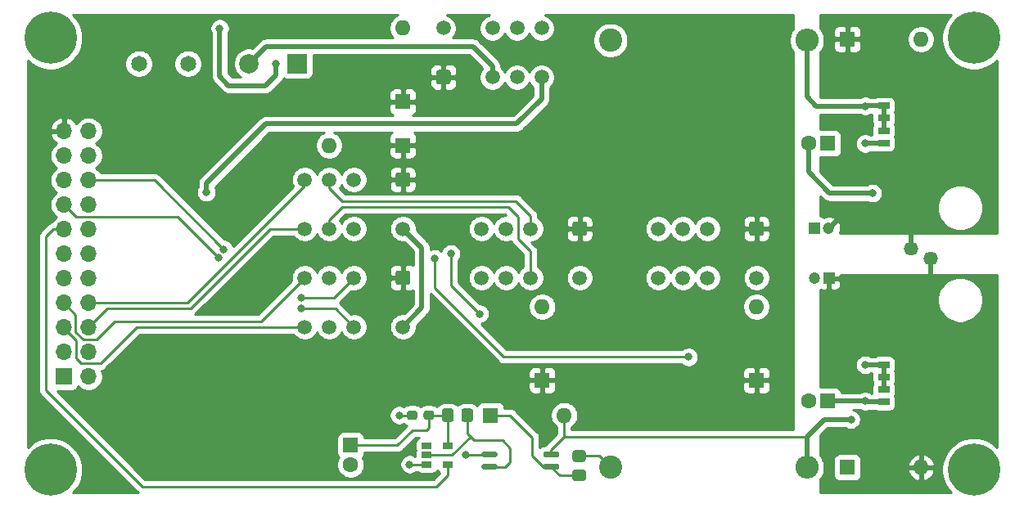
<source format=gbr>
%TF.GenerationSoftware,KiCad,Pcbnew,(5.1.7)-1*%
%TF.CreationDate,2021-08-03T20:44:08-04:00*%
%TF.ProjectId,PhoneInterface,50686f6e-6549-46e7-9465-72666163652e,rev?*%
%TF.SameCoordinates,Original*%
%TF.FileFunction,Copper,L1,Top*%
%TF.FilePolarity,Positive*%
%FSLAX46Y46*%
G04 Gerber Fmt 4.6, Leading zero omitted, Abs format (unit mm)*
G04 Created by KiCad (PCBNEW (5.1.7)-1) date 2021-08-03 20:44:08*
%MOMM*%
%LPD*%
G01*
G04 APERTURE LIST*
%TA.AperFunction,ComponentPad*%
%ADD10C,5.400000*%
%TD*%
%TA.AperFunction,SMDPad,CuDef*%
%ADD11R,1.060000X0.650000*%
%TD*%
%TA.AperFunction,ComponentPad*%
%ADD12O,2.400000X2.400000*%
%TD*%
%TA.AperFunction,ComponentPad*%
%ADD13C,2.400000*%
%TD*%
%TA.AperFunction,SMDPad,CuDef*%
%ADD14C,0.100000*%
%TD*%
%TA.AperFunction,SMDPad,CuDef*%
%ADD15R,1.150000X0.700000*%
%TD*%
%TA.AperFunction,ComponentPad*%
%ADD16C,1.500000*%
%TD*%
%TA.AperFunction,ComponentPad*%
%ADD17C,1.462000*%
%TD*%
%TA.AperFunction,ComponentPad*%
%ADD18O,1.700000X1.700000*%
%TD*%
%TA.AperFunction,ComponentPad*%
%ADD19R,1.700000X1.700000*%
%TD*%
%TA.AperFunction,ComponentPad*%
%ADD20C,1.650000*%
%TD*%
%TA.AperFunction,ComponentPad*%
%ADD21O,1.600000X1.600000*%
%TD*%
%TA.AperFunction,ComponentPad*%
%ADD22R,1.600000X1.600000*%
%TD*%
%TA.AperFunction,ComponentPad*%
%ADD23C,2.000000*%
%TD*%
%TA.AperFunction,ComponentPad*%
%ADD24R,2.000000X2.000000*%
%TD*%
%TA.AperFunction,ComponentPad*%
%ADD25C,1.600000*%
%TD*%
%TA.AperFunction,ComponentPad*%
%ADD26C,1.200000*%
%TD*%
%TA.AperFunction,ComponentPad*%
%ADD27R,1.200000X1.200000*%
%TD*%
%TA.AperFunction,ViaPad*%
%ADD28C,0.800000*%
%TD*%
%TA.AperFunction,Conductor*%
%ADD29C,0.250000*%
%TD*%
%TA.AperFunction,Conductor*%
%ADD30C,0.499872*%
%TD*%
%TA.AperFunction,Conductor*%
%ADD31C,0.254000*%
%TD*%
%TA.AperFunction,Conductor*%
%ADD32C,0.100000*%
%TD*%
G04 APERTURE END LIST*
D10*
%TO.P,H4,1*%
%TO.N,GND*%
X95377000Y-78613000D03*
%TD*%
%TO.P,H3,1*%
%TO.N,GND*%
X95377000Y-123317000D03*
%TD*%
D11*
%TO.P,U2,5*%
%TO.N,+3V3*%
X136482000Y-120843000D03*
%TO.P,U2,4*%
%TO.N,/RTRIP*%
X136482000Y-122743000D03*
%TO.P,U2,3*%
%TO.N,GND*%
X134282000Y-122743000D03*
%TO.P,U2,2*%
%TO.N,/HOOKS*%
X134282000Y-121793000D03*
%TO.P,U2,1*%
%TO.N,Net-(U2-Pad1)*%
X134282000Y-120843000D03*
%TD*%
%TO.P,U1,4*%
%TO.N,/HOOKS*%
%TA.AperFunction,SMDPad,CuDef*%
G36*
G01*
X141592000Y-122849500D02*
X141592000Y-123149500D01*
G75*
G02*
X141442000Y-123299500I-150000J0D01*
G01*
X140117000Y-123299500D01*
G75*
G02*
X139967000Y-123149500I0J150000D01*
G01*
X139967000Y-122849500D01*
G75*
G02*
X140117000Y-122699500I150000J0D01*
G01*
X141442000Y-122699500D01*
G75*
G02*
X141592000Y-122849500I0J-150000D01*
G01*
G37*
%TD.AperFunction*%
%TO.P,U1,3*%
%TO.N,GND*%
%TA.AperFunction,SMDPad,CuDef*%
G36*
G01*
X141592000Y-121579500D02*
X141592000Y-121879500D01*
G75*
G02*
X141442000Y-122029500I-150000J0D01*
G01*
X140117000Y-122029500D01*
G75*
G02*
X139967000Y-121879500I0J150000D01*
G01*
X139967000Y-121579500D01*
G75*
G02*
X140117000Y-121429500I150000J0D01*
G01*
X141442000Y-121429500D01*
G75*
G02*
X141592000Y-121579500I0J-150000D01*
G01*
G37*
%TD.AperFunction*%
%TO.P,U1,2*%
%TO.N,Net-(D1-Pad2)*%
%TA.AperFunction,SMDPad,CuDef*%
G36*
G01*
X147967000Y-121579500D02*
X147967000Y-121879500D01*
G75*
G02*
X147817000Y-122029500I-150000J0D01*
G01*
X146492000Y-122029500D01*
G75*
G02*
X146342000Y-121879500I0J150000D01*
G01*
X146342000Y-121579500D01*
G75*
G02*
X146492000Y-121429500I150000J0D01*
G01*
X147817000Y-121429500D01*
G75*
G02*
X147967000Y-121579500I0J-150000D01*
G01*
G37*
%TD.AperFunction*%
%TO.P,U1,1*%
%TO.N,Net-(D1-Pad1)*%
%TA.AperFunction,SMDPad,CuDef*%
G36*
G01*
X147967000Y-122849500D02*
X147967000Y-123149500D01*
G75*
G02*
X147817000Y-123299500I-150000J0D01*
G01*
X146492000Y-123299500D01*
G75*
G02*
X146342000Y-123149500I0J150000D01*
G01*
X146342000Y-122849500D01*
G75*
G02*
X146492000Y-122699500I150000J0D01*
G01*
X147817000Y-122699500D01*
G75*
G02*
X147967000Y-122849500I0J-150000D01*
G01*
G37*
%TD.AperFunction*%
%TD*%
D12*
%TO.P,R10,2*%
%TO.N,Net-(D6-Pad2)*%
X173609000Y-78867000D03*
D13*
%TO.P,R10,1*%
%TO.N,Net-(C4-Pad2)*%
X153289000Y-78867000D03*
%TD*%
D12*
%TO.P,R3,2*%
%TO.N,Net-(D1-Pad2)*%
X173609000Y-123063000D03*
D13*
%TO.P,R3,1*%
%TO.N,GND*%
X153289000Y-123063000D03*
%TD*%
%TO.P,R2,2*%
%TO.N,GND*%
%TA.AperFunction,SMDPad,CuDef*%
G36*
G01*
X150500501Y-122488500D02*
X149600499Y-122488500D01*
G75*
G02*
X149350500Y-122238501I0J249999D01*
G01*
X149350500Y-121538499D01*
G75*
G02*
X149600499Y-121288500I249999J0D01*
G01*
X150500501Y-121288500D01*
G75*
G02*
X150750500Y-121538499I0J-249999D01*
G01*
X150750500Y-122238501D01*
G75*
G02*
X150500501Y-122488500I-249999J0D01*
G01*
G37*
%TD.AperFunction*%
%TO.P,R2,1*%
%TO.N,Net-(D1-Pad1)*%
%TA.AperFunction,SMDPad,CuDef*%
G36*
G01*
X150500501Y-124488500D02*
X149600499Y-124488500D01*
G75*
G02*
X149350500Y-124238501I0J249999D01*
G01*
X149350500Y-123538499D01*
G75*
G02*
X149600499Y-123288500I249999J0D01*
G01*
X150500501Y-123288500D01*
G75*
G02*
X150750500Y-123538499I0J-249999D01*
G01*
X150750500Y-124238501D01*
G75*
G02*
X150500501Y-124488500I-249999J0D01*
G01*
G37*
%TD.AperFunction*%
%TD*%
%TO.P,R1,2*%
%TO.N,+3V3*%
%TA.AperFunction,SMDPad,CuDef*%
G36*
G01*
X137077500Y-117215499D02*
X137077500Y-118115501D01*
G75*
G02*
X136827501Y-118365500I-249999J0D01*
G01*
X136127499Y-118365500D01*
G75*
G02*
X135877500Y-118115501I0J249999D01*
G01*
X135877500Y-117215499D01*
G75*
G02*
X136127499Y-116965500I249999J0D01*
G01*
X136827501Y-116965500D01*
G75*
G02*
X137077500Y-117215499I0J-249999D01*
G01*
G37*
%TD.AperFunction*%
%TO.P,R1,1*%
%TO.N,/HOOKS*%
%TA.AperFunction,SMDPad,CuDef*%
G36*
G01*
X139077500Y-117215499D02*
X139077500Y-118115501D01*
G75*
G02*
X138827501Y-118365500I-249999J0D01*
G01*
X138127499Y-118365500D01*
G75*
G02*
X137877500Y-118115501I0J249999D01*
G01*
X137877500Y-117215499D01*
G75*
G02*
X138127499Y-116965500I249999J0D01*
G01*
X138827501Y-116965500D01*
G75*
G02*
X139077500Y-117215499I0J-249999D01*
G01*
G37*
%TD.AperFunction*%
%TD*%
%TA.AperFunction,SMDPad,CuDef*%
D14*
%TO.P,Q2,5*%
%TO.N,/RING*%
G36*
X187814000Y-89916500D02*
G01*
X186264000Y-89916500D01*
X186264000Y-89666500D01*
X183189000Y-89666500D01*
X183189000Y-85466500D01*
X186264000Y-85466500D01*
X186264000Y-85216500D01*
X187814000Y-85216500D01*
X187814000Y-89916500D01*
G37*
%TD.AperFunction*%
D15*
%TO.P,Q2,4*%
%TO.N,Net-(C4-Pad1)*%
X181569000Y-89476500D03*
%TO.P,Q2,3*%
%TO.N,Net-(D6-Pad2)*%
X181569000Y-88206500D03*
%TO.P,Q2,1*%
X181569000Y-85656500D03*
%TO.P,Q2,2*%
X181569000Y-86926500D03*
%TD*%
%TA.AperFunction,SMDPad,CuDef*%
D14*
%TO.P,Q1,5*%
%TO.N,/TIP*%
G36*
X187814000Y-116713500D02*
G01*
X186264000Y-116713500D01*
X186264000Y-116463500D01*
X183189000Y-116463500D01*
X183189000Y-112263500D01*
X186264000Y-112263500D01*
X186264000Y-112013500D01*
X187814000Y-112013500D01*
X187814000Y-116713500D01*
G37*
%TD.AperFunction*%
D15*
%TO.P,Q1,4*%
%TO.N,Net-(C1-Pad1)*%
X181569000Y-116273500D03*
%TO.P,Q1,3*%
%TO.N,Net-(D1-Pad2)*%
X181569000Y-115003500D03*
%TO.P,Q1,1*%
X181569000Y-112453500D03*
%TO.P,Q1,2*%
X181569000Y-113723500D03*
%TD*%
D16*
%TO.P,K5,12*%
%TO.N,/LTSW*%
X131826000Y-98361500D03*
%TO.P,K5,10*%
%TO.N,Net-(J1-Pad2)*%
X126746000Y-98361500D03*
%TO.P,K5,9*%
%TO.N,Net-(K2-Pad10)*%
X124206000Y-98361500D03*
%TO.P,K5,8*%
%TO.N,Net-(J1-Pad6)*%
X121666000Y-98361500D03*
%TO.P,K5,5*%
%TO.N,Net-(J1-Pad8)*%
X121666000Y-93281500D03*
%TO.P,K5,4*%
%TO.N,Net-(K2-Pad3)*%
X124206000Y-93281500D03*
%TO.P,K5,3*%
%TO.N,Net-(J1-Pad4)*%
X126746000Y-93281500D03*
%TO.P,K5,1*%
%TO.N,+5V*%
%TA.AperFunction,ComponentPad*%
G36*
G01*
X131326500Y-92531500D02*
X132325500Y-92531500D01*
G75*
G02*
X132576000Y-92782000I0J-250500D01*
G01*
X132576000Y-93781000D01*
G75*
G02*
X132325500Y-94031500I-250500J0D01*
G01*
X131326500Y-94031500D01*
G75*
G02*
X131076000Y-93781000I0J250500D01*
G01*
X131076000Y-92782000D01*
G75*
G02*
X131326500Y-92531500I250500J0D01*
G01*
G37*
%TD.AperFunction*%
%TD*%
%TO.P,K4,12*%
%TO.N,Net-(D8-Pad2)*%
X136017000Y-77597000D03*
%TO.P,K4,10*%
%TO.N,Net-(K4-Pad10)*%
X141097000Y-77597000D03*
%TO.P,K4,9*%
%TO.N,Net-(K4-Pad9)*%
X143637000Y-77597000D03*
%TO.P,K4,8*%
%TO.N,Net-(K4-Pad8)*%
X146177000Y-77597000D03*
%TO.P,K4,5*%
%TO.N,/VRING*%
X146177000Y-82677000D03*
%TO.P,K4,4*%
%TO.N,Net-(C4-Pad2)*%
X143637000Y-82677000D03*
%TO.P,K4,3*%
%TO.N,-48V*%
X141097000Y-82677000D03*
%TO.P,K4,1*%
%TO.N,+5V*%
%TA.AperFunction,ComponentPad*%
G36*
G01*
X136516500Y-83427000D02*
X135517500Y-83427000D01*
G75*
G02*
X135267000Y-83176500I0J250500D01*
G01*
X135267000Y-82177500D01*
G75*
G02*
X135517500Y-81927000I250500J0D01*
G01*
X136516500Y-81927000D01*
G75*
G02*
X136767000Y-82177500I0J-250500D01*
G01*
X136767000Y-83176500D01*
G75*
G02*
X136516500Y-83427000I-250500J0D01*
G01*
G37*
%TD.AperFunction*%
%TD*%
%TO.P,Ke,12*%
%TO.N,Net-(D5-Pad2)*%
X168402000Y-103441500D03*
%TO.P,Ke,10*%
%TO.N,Net-(K3-Pad10)*%
X163322000Y-103441500D03*
%TO.P,Ke,9*%
%TO.N,/AUDT*%
X160782000Y-103441500D03*
%TO.P,Ke,8*%
%TO.N,Net-(K2-Pad9)*%
X158242000Y-103441500D03*
%TO.P,Ke,5*%
%TO.N,Net-(K2-Pad4)*%
X158242000Y-98361500D03*
%TO.P,Ke,4*%
%TO.N,/AUDR*%
X160782000Y-98361500D03*
%TO.P,Ke,3*%
%TO.N,Net-(K3-Pad3)*%
X163322000Y-98361500D03*
%TO.P,Ke,1*%
%TO.N,+5V*%
%TA.AperFunction,ComponentPad*%
G36*
G01*
X167902500Y-97611500D02*
X168901500Y-97611500D01*
G75*
G02*
X169152000Y-97862000I0J-250500D01*
G01*
X169152000Y-98861000D01*
G75*
G02*
X168901500Y-99111500I-250500J0D01*
G01*
X167902500Y-99111500D01*
G75*
G02*
X167652000Y-98861000I0J250500D01*
G01*
X167652000Y-97862000D01*
G75*
G02*
X167902500Y-97611500I250500J0D01*
G01*
G37*
%TD.AperFunction*%
%TD*%
%TO.P,K2,12*%
%TO.N,Net-(D4-Pad2)*%
X150114000Y-103441500D03*
%TO.P,K2,10*%
%TO.N,Net-(K2-Pad10)*%
X145034000Y-103441500D03*
%TO.P,K2,9*%
%TO.N,Net-(K2-Pad9)*%
X142494000Y-103441500D03*
%TO.P,K2,8*%
%TO.N,Net-(K1-Pad9)*%
X139954000Y-103441500D03*
%TO.P,K2,5*%
%TO.N,Net-(K1-Pad4)*%
X139954000Y-98361500D03*
%TO.P,K2,4*%
%TO.N,Net-(K2-Pad4)*%
X142494000Y-98361500D03*
%TO.P,K2,3*%
%TO.N,Net-(K2-Pad3)*%
X145034000Y-98361500D03*
%TO.P,K2,1*%
%TO.N,+5V*%
%TA.AperFunction,ComponentPad*%
G36*
G01*
X149614500Y-97611500D02*
X150613500Y-97611500D01*
G75*
G02*
X150864000Y-97862000I0J-250500D01*
G01*
X150864000Y-98861000D01*
G75*
G02*
X150613500Y-99111500I-250500J0D01*
G01*
X149614500Y-99111500D01*
G75*
G02*
X149364000Y-98861000I0J250500D01*
G01*
X149364000Y-97862000D01*
G75*
G02*
X149614500Y-97611500I250500J0D01*
G01*
G37*
%TD.AperFunction*%
%TD*%
%TO.P,K1,12*%
%TO.N,/LTSW*%
X131826000Y-108521500D03*
%TO.P,K1,10*%
%TO.N,Net-(J1-Pad1)*%
X126746000Y-108521500D03*
%TO.P,K1,9*%
%TO.N,Net-(K1-Pad9)*%
X124206000Y-108521500D03*
%TO.P,K1,8*%
%TO.N,Net-(J1-Pad5)*%
X121666000Y-108521500D03*
%TO.P,K1,5*%
%TO.N,Net-(J1-Pad7)*%
X121666000Y-103441500D03*
%TO.P,K1,4*%
%TO.N,Net-(K1-Pad4)*%
X124206000Y-103441500D03*
%TO.P,K1,3*%
%TO.N,Net-(J1-Pad3)*%
X126746000Y-103441500D03*
%TO.P,K1,1*%
%TO.N,+5V*%
%TA.AperFunction,ComponentPad*%
G36*
G01*
X131326500Y-102691500D02*
X132325500Y-102691500D01*
G75*
G02*
X132576000Y-102942000I0J-250500D01*
G01*
X132576000Y-103941000D01*
G75*
G02*
X132325500Y-104191500I-250500J0D01*
G01*
X131326500Y-104191500D01*
G75*
G02*
X131076000Y-103941000I0J250500D01*
G01*
X131076000Y-102942000D01*
G75*
G02*
X131326500Y-102691500I250500J0D01*
G01*
G37*
%TD.AperFunction*%
%TD*%
D17*
%TO.P,J2,2*%
%TO.N,/TIP*%
X186434000Y-101477000D03*
%TO.P,J2,1*%
%TO.N,/RING*%
X184404000Y-100457000D03*
%TD*%
D18*
%TO.P,J1,22*%
%TO.N,/VBATT*%
X99314000Y-88265000D03*
%TO.P,J1,21*%
%TO.N,+5V*%
X96774000Y-88265000D03*
%TO.P,J1,20*%
%TO.N,GND*%
X99314000Y-90805000D03*
%TO.P,J1,19*%
%TO.N,/RINGE*%
X96774000Y-90805000D03*
%TO.P,J1,18*%
%TO.N,/LINE*%
X99314000Y-93345000D03*
%TO.P,J1,17*%
%TO.N,/CINST*%
X96774000Y-93345000D03*
%TO.P,J1,16*%
%TO.N,/LTSEL*%
X99314000Y-95885000D03*
%TO.P,J1,15*%
%TO.N,/AUDE*%
X96774000Y-95885000D03*
%TO.P,J1,14*%
%TO.N,GND*%
X99314000Y-98425000D03*
%TO.P,J1,13*%
%TO.N,/RTRIP*%
X96774000Y-98425000D03*
%TO.P,J1,12*%
%TO.N,/VRING*%
X99314000Y-100965000D03*
%TO.P,J1,11*%
%TO.N,GND*%
X96774000Y-100965000D03*
%TO.P,J1,10*%
X99314000Y-103505000D03*
%TO.P,J1,9*%
%TO.N,+3V3*%
X96774000Y-103505000D03*
%TO.P,J1,8*%
%TO.N,Net-(J1-Pad8)*%
X99314000Y-106045000D03*
%TO.P,J1,7*%
%TO.N,Net-(J1-Pad7)*%
X96774000Y-106045000D03*
%TO.P,J1,6*%
%TO.N,Net-(J1-Pad6)*%
X99314000Y-108585000D03*
%TO.P,J1,5*%
%TO.N,Net-(J1-Pad5)*%
X96774000Y-108585000D03*
%TO.P,J1,4*%
%TO.N,Net-(J1-Pad4)*%
X99314000Y-111125000D03*
%TO.P,J1,3*%
%TO.N,Net-(J1-Pad3)*%
X96774000Y-111125000D03*
%TO.P,J1,2*%
%TO.N,Net-(J1-Pad2)*%
X99314000Y-113665000D03*
D19*
%TO.P,J1,1*%
%TO.N,Net-(J1-Pad1)*%
X96774000Y-113665000D03*
%TD*%
D10*
%TO.P,H2,1*%
%TO.N,GND*%
X190881000Y-123317000D03*
%TD*%
%TO.P,H1,1*%
%TO.N,GND*%
X190881000Y-78613000D03*
%TD*%
D20*
%TO.P,F1,2*%
%TO.N,-48V*%
X109601000Y-81280000D03*
%TO.P,F1,1*%
%TO.N,/VBATT*%
X104521000Y-81280000D03*
%TD*%
D21*
%TO.P,D9,2*%
%TO.N,/LTSW*%
X124206000Y-89725500D03*
D22*
%TO.P,D9,1*%
%TO.N,+5V*%
X131826000Y-89725500D03*
%TD*%
D21*
%TO.P,D8,2*%
%TO.N,Net-(D8-Pad2)*%
X131826000Y-77597000D03*
D22*
%TO.P,D8,1*%
%TO.N,+5V*%
X131826000Y-85217000D03*
%TD*%
D21*
%TO.P,D6,2*%
%TO.N,Net-(D6-Pad2)*%
X185420000Y-78740000D03*
D22*
%TO.P,D6,1*%
%TO.N,/RING*%
X177800000Y-78740000D03*
%TD*%
D21*
%TO.P,D5,2*%
%TO.N,Net-(D5-Pad2)*%
X168402000Y-106426000D03*
D22*
%TO.P,D5,1*%
%TO.N,+5V*%
X168402000Y-114046000D03*
%TD*%
D21*
%TO.P,D4,2*%
%TO.N,Net-(D4-Pad2)*%
X146240500Y-106426000D03*
D22*
%TO.P,D4,1*%
%TO.N,+5V*%
X146240500Y-114046000D03*
%TD*%
D21*
%TO.P,D3,2*%
%TO.N,/TIP*%
X185420000Y-123063000D03*
D22*
%TO.P,D3,1*%
%TO.N,Net-(D1-Pad2)*%
X177800000Y-123063000D03*
%TD*%
D21*
%TO.P,D1,2*%
%TO.N,Net-(D1-Pad2)*%
X148526500Y-117665500D03*
D22*
%TO.P,D1,1*%
%TO.N,Net-(D1-Pad1)*%
X140906500Y-117665500D03*
%TD*%
D23*
%TO.P,C8,2*%
%TO.N,-48V*%
X115904000Y-81280000D03*
D24*
%TO.P,C8,1*%
%TO.N,GND*%
X120904000Y-81280000D03*
%TD*%
%TO.P,C6,2*%
%TO.N,GND*%
%TA.AperFunction,SMDPad,CuDef*%
G36*
G01*
X133316000Y-117428000D02*
X133316000Y-117903000D01*
G75*
G02*
X133078500Y-118140500I-237500J0D01*
G01*
X132478500Y-118140500D01*
G75*
G02*
X132241000Y-117903000I0J237500D01*
G01*
X132241000Y-117428000D01*
G75*
G02*
X132478500Y-117190500I237500J0D01*
G01*
X133078500Y-117190500D01*
G75*
G02*
X133316000Y-117428000I0J-237500D01*
G01*
G37*
%TD.AperFunction*%
%TO.P,C6,1*%
%TO.N,+3V3*%
%TA.AperFunction,SMDPad,CuDef*%
G36*
G01*
X135041000Y-117428000D02*
X135041000Y-117903000D01*
G75*
G02*
X134803500Y-118140500I-237500J0D01*
G01*
X134203500Y-118140500D01*
G75*
G02*
X133966000Y-117903000I0J237500D01*
G01*
X133966000Y-117428000D01*
G75*
G02*
X134203500Y-117190500I237500J0D01*
G01*
X134803500Y-117190500D01*
G75*
G02*
X135041000Y-117428000I0J-237500D01*
G01*
G37*
%TD.AperFunction*%
%TD*%
D25*
%TO.P,C5,2*%
%TO.N,GND*%
X126428500Y-122777000D03*
D22*
%TO.P,C5,1*%
%TO.N,+3V3*%
X126428500Y-120777000D03*
%TD*%
D25*
%TO.P,C4,2*%
%TO.N,Net-(C4-Pad2)*%
X173768000Y-89535000D03*
D22*
%TO.P,C4,1*%
%TO.N,Net-(C4-Pad1)*%
X175768000Y-89535000D03*
%TD*%
D26*
%TO.P,C3,2*%
%TO.N,/RING*%
X175871000Y-98298000D03*
D27*
%TO.P,C3,1*%
%TO.N,/AUDR*%
X174371000Y-98298000D03*
%TD*%
D26*
%TO.P,C2,2*%
%TO.N,/AUDT*%
X174395000Y-103505000D03*
D27*
%TO.P,C2,1*%
%TO.N,/TIP*%
X175895000Y-103505000D03*
%TD*%
D25*
%TO.P,C1,2*%
%TO.N,GND*%
X173768000Y-116205000D03*
D22*
%TO.P,C1,1*%
%TO.N,Net-(C1-Pad1)*%
X175768000Y-116205000D03*
%TD*%
D28*
%TO.N,GND*%
X138303000Y-121729500D03*
X132524500Y-122745500D03*
X131445000Y-117665500D03*
X118668800Y-81280000D03*
X112877600Y-77622400D03*
%TO.N,Net-(C1-Pad1)*%
X179641500Y-116205000D03*
%TO.N,/TIP*%
X192786000Y-119380000D03*
X191516000Y-119380000D03*
X190246000Y-119380000D03*
X188976000Y-119380000D03*
X192786000Y-118110000D03*
X191516000Y-118110000D03*
X190246000Y-118110000D03*
X188976000Y-118110000D03*
X192786000Y-116840000D03*
X191516000Y-116840000D03*
X190246000Y-116840000D03*
X188976000Y-116840000D03*
X192786000Y-115570000D03*
X191516000Y-115570000D03*
X190246000Y-115570000D03*
X188976000Y-115570000D03*
X192786000Y-114300000D03*
X191516000Y-114300000D03*
X190246000Y-114300000D03*
X188976000Y-114300000D03*
X192786000Y-113030000D03*
X191516000Y-113030000D03*
X190246000Y-113030000D03*
X188976000Y-113030000D03*
X192786000Y-111760000D03*
X191516000Y-111760000D03*
X190246000Y-111760000D03*
X188976000Y-111760000D03*
X192786000Y-110490000D03*
X191516000Y-110490000D03*
X190246000Y-110490000D03*
X188976000Y-110490000D03*
X192786000Y-109220000D03*
X191516000Y-109220000D03*
X190246000Y-109220000D03*
X188976000Y-109220000D03*
%TO.N,/RING*%
X188976000Y-82550000D03*
X190246000Y-82550000D03*
X191516000Y-82550000D03*
X192786000Y-82550000D03*
X188976000Y-83820000D03*
X190246000Y-83820000D03*
X191516000Y-83820000D03*
X192786000Y-83820000D03*
X188976000Y-85090000D03*
X190246000Y-85090000D03*
X191516000Y-85090000D03*
X192786000Y-85090000D03*
X188976000Y-86360000D03*
X190246000Y-86360000D03*
X191516000Y-86360000D03*
X192786000Y-86360000D03*
X188976000Y-87630000D03*
X190246000Y-87630000D03*
X191516000Y-87630000D03*
X192786000Y-87630000D03*
X188976000Y-88900000D03*
X190246000Y-88900000D03*
X191516000Y-88900000D03*
X192786000Y-88900000D03*
X188976000Y-90170000D03*
X190246000Y-90170000D03*
X191516000Y-90170000D03*
X192786000Y-90170000D03*
X188976000Y-91440000D03*
X190246000Y-91440000D03*
X191516000Y-91440000D03*
X192786000Y-91440000D03*
X188976000Y-92710000D03*
X190246000Y-92710000D03*
X191516000Y-92710000D03*
X192786000Y-92710000D03*
%TO.N,Net-(C4-Pad2)*%
X180403500Y-94678500D03*
%TO.N,Net-(C4-Pad1)*%
X179641500Y-89535000D03*
%TO.N,Net-(D1-Pad2)*%
X179641500Y-112453500D03*
X178181000Y-118110000D03*
%TO.N,Net-(D6-Pad2)*%
X179641500Y-85661500D03*
%TO.N,/LINE*%
X139750800Y-107162600D03*
X113309400Y-100482400D03*
X136804400Y-100939600D03*
%TO.N,/AUDE*%
X161366200Y-111633000D03*
X112750600Y-101371399D03*
X135128000Y-101461410D03*
%TO.N,/VRING*%
X111506000Y-94589600D03*
%TO.N,Net-(J1-Pad3)*%
X121285000Y-105473500D03*
%TO.N,Net-(J1-Pad1)*%
X121285000Y-106616500D03*
%TD*%
D29*
%TO.N,GND*%
X152114500Y-121888500D02*
X153289000Y-123063000D01*
X150050500Y-121888500D02*
X152114500Y-121888500D01*
X140779500Y-121729500D02*
X138303000Y-121729500D01*
X132527000Y-122743000D02*
X132524500Y-122745500D01*
X134282000Y-122743000D02*
X132527000Y-122743000D01*
X132778500Y-117665500D02*
X132524500Y-117665500D01*
X132778500Y-117665500D02*
X131445000Y-117665500D01*
D30*
X118668800Y-81280000D02*
X118668800Y-82499200D01*
X118668800Y-82499200D02*
X117627400Y-83540600D01*
X117627400Y-83540600D02*
X113817400Y-83540600D01*
X113817400Y-83540600D02*
X112877600Y-82600800D01*
X112877600Y-82600800D02*
X112877600Y-77622400D01*
%TO.N,Net-(C1-Pad1)*%
X179641500Y-116273500D02*
X181569000Y-116273500D01*
X175768000Y-116205000D02*
X179641500Y-116205000D01*
%TO.N,/TIP*%
X186434000Y-112768500D02*
X184839000Y-114363500D01*
X186434000Y-101477000D02*
X186434000Y-112768500D01*
%TO.N,/RING*%
X184404000Y-88001500D02*
X184839000Y-87566500D01*
X184404000Y-100457000D02*
X184404000Y-88001500D01*
%TO.N,Net-(C4-Pad2)*%
X173768000Y-92488000D02*
X173768000Y-89535000D01*
X175958500Y-94678500D02*
X173768000Y-92488000D01*
X180403500Y-94678500D02*
X175958500Y-94678500D01*
%TO.N,Net-(C4-Pad1)*%
X181510500Y-89535000D02*
X181569000Y-89476500D01*
X179705000Y-89535000D02*
X181510500Y-89535000D01*
D29*
%TO.N,+3V3*%
X136482000Y-117670000D02*
X136477500Y-117665500D01*
X136482000Y-120843000D02*
X136482000Y-117670000D01*
X134503500Y-117665500D02*
X136477500Y-117665500D01*
X126428500Y-120777000D02*
X131254500Y-120777000D01*
X131254500Y-120777000D02*
X132842000Y-119189500D01*
X132842000Y-119189500D02*
X134302500Y-119189500D01*
X134503500Y-118988500D02*
X134503500Y-117665500D01*
X134302500Y-119189500D02*
X134503500Y-118988500D01*
D30*
%TO.N,-48V*%
X141097000Y-82677000D02*
X141097000Y-81534000D01*
X141097000Y-81534000D02*
X139065000Y-79502000D01*
X117682000Y-79502000D02*
X115904000Y-81280000D01*
X139065000Y-79502000D02*
X117682000Y-79502000D01*
%TO.N,Net-(D1-Pad2)*%
X179641500Y-112453500D02*
X181569000Y-112453500D01*
X181569000Y-115003500D02*
X181569000Y-112453500D01*
X175387000Y-118110000D02*
X178181000Y-118110000D01*
X173609000Y-119888000D02*
X175387000Y-118110000D01*
X173609000Y-123063000D02*
X173609000Y-119888000D01*
D29*
X147154500Y-121729500D02*
X147154500Y-121260000D01*
X148526500Y-119888000D02*
X173609000Y-119888000D01*
X147154500Y-121260000D02*
X148526500Y-119888000D01*
X148526500Y-117665500D02*
X148526500Y-119888000D01*
%TO.N,Net-(D1-Pad1)*%
X148043500Y-123888500D02*
X147154500Y-122999500D01*
X150050500Y-123888500D02*
X148043500Y-123888500D01*
X140906500Y-117665500D02*
X142938500Y-117665500D01*
X142938500Y-117665500D02*
X145224500Y-119951500D01*
X146342000Y-122999500D02*
X147154500Y-122999500D01*
X145224500Y-121882000D02*
X146342000Y-122999500D01*
X145224500Y-119951500D02*
X145224500Y-121882000D01*
D30*
%TO.N,Net-(D6-Pad2)*%
X181569000Y-85656500D02*
X181569000Y-88206500D01*
X179646500Y-85656500D02*
X179641500Y-85661500D01*
X181569000Y-85656500D02*
X179646500Y-85656500D01*
X174561500Y-85661500D02*
X173609000Y-84709000D01*
X173609000Y-84709000D02*
X173609000Y-78867000D01*
X179641500Y-85661500D02*
X174561500Y-85661500D01*
%TO.N,/LTSW*%
X133794500Y-106553000D02*
X131826000Y-108521500D01*
X133794500Y-100330000D02*
X133794500Y-106553000D01*
X131826000Y-98361500D02*
X133794500Y-100330000D01*
D29*
%TO.N,/LINE*%
X99314000Y-93345000D02*
X106172000Y-93345000D01*
X106172000Y-93345000D02*
X113309400Y-100482400D01*
X139750800Y-107162600D02*
X136804400Y-104216200D01*
X136804400Y-104216200D02*
X136804400Y-100939600D01*
%TO.N,/RTRIP*%
X95631000Y-98425000D02*
X96774000Y-98425000D01*
X94919800Y-99136200D02*
X95631000Y-98425000D01*
X94919800Y-115087400D02*
X94919800Y-99136200D01*
X104863900Y-125031500D02*
X94919800Y-115087400D01*
X135318500Y-125031500D02*
X104863900Y-125031500D01*
X136482000Y-123868000D02*
X135318500Y-125031500D01*
X136482000Y-122743000D02*
X136482000Y-123868000D01*
%TO.N,/AUDE*%
X108534201Y-97155000D02*
X112750600Y-101371399D01*
X96774000Y-95885000D02*
X98044000Y-97155000D01*
X98044000Y-97155000D02*
X108534201Y-97155000D01*
X142265400Y-111633000D02*
X135128000Y-104495600D01*
X161366200Y-111633000D02*
X142265400Y-111633000D01*
X135128000Y-104495600D02*
X135128000Y-101461410D01*
D30*
%TO.N,/VRING*%
X111506000Y-94589600D02*
X111506000Y-93675200D01*
X111506000Y-93675200D02*
X117678200Y-87503000D01*
X117678200Y-87503000D02*
X143611600Y-87503000D01*
X146177000Y-84937600D02*
X146177000Y-82677000D01*
X143611600Y-87503000D02*
X146177000Y-84937600D01*
D29*
%TO.N,Net-(J1-Pad8)*%
X109524800Y-106045000D02*
X99314000Y-106045000D01*
X121666000Y-93903800D02*
X109524800Y-106045000D01*
X121666000Y-93281500D02*
X121666000Y-93903800D01*
%TO.N,Net-(J1-Pad7)*%
X97980500Y-107251500D02*
X96774000Y-106045000D01*
X97980500Y-109029500D02*
X97980500Y-107251500D01*
X98806000Y-109855000D02*
X97980500Y-109029500D01*
X100139500Y-109855000D02*
X98806000Y-109855000D01*
X102044500Y-107950000D02*
X100139500Y-109855000D01*
X117157500Y-107950000D02*
X102044500Y-107950000D01*
X121666000Y-103441500D02*
X117157500Y-107950000D01*
%TO.N,Net-(J1-Pad6)*%
X101282500Y-106616500D02*
X99314000Y-108585000D01*
X109842300Y-106616500D02*
X101282500Y-106616500D01*
X118097300Y-98361500D02*
X109842300Y-106616500D01*
X121666000Y-98361500D02*
X118097300Y-98361500D01*
%TO.N,Net-(J1-Pad5)*%
X121666000Y-108521500D02*
X104330500Y-108521500D01*
X98560001Y-112300001D02*
X98044000Y-111784000D01*
X100551999Y-112300001D02*
X98560001Y-112300001D01*
X104330500Y-108521500D02*
X100551999Y-112300001D01*
X96774000Y-108610410D02*
X96774000Y-108585000D01*
X98044000Y-109880410D02*
X96774000Y-108610410D01*
X98044000Y-111784000D02*
X98044000Y-109880410D01*
%TO.N,Net-(J1-Pad3)*%
X126746000Y-103441500D02*
X124714000Y-105473500D01*
X124714000Y-105473500D02*
X121285000Y-105473500D01*
%TO.N,Net-(J1-Pad1)*%
X124841000Y-106616500D02*
X121285000Y-106616500D01*
X126746000Y-108521500D02*
X124841000Y-106616500D01*
%TO.N,Net-(K2-Pad10)*%
X124206000Y-97472500D02*
X124206000Y-98361500D01*
X142748000Y-96139000D02*
X125539500Y-96139000D01*
X143764000Y-97155000D02*
X142748000Y-96139000D01*
X143764000Y-99441000D02*
X143764000Y-97155000D01*
X125539500Y-96139000D02*
X124206000Y-97472500D01*
X145034000Y-100711000D02*
X143764000Y-99441000D01*
X145034000Y-103441500D02*
X145034000Y-100711000D01*
%TO.N,Net-(K2-Pad3)*%
X124206000Y-94170500D02*
X124206000Y-93281500D01*
X125539500Y-95504000D02*
X124206000Y-94170500D01*
X143510000Y-95504000D02*
X125539500Y-95504000D01*
X145034000Y-97028000D02*
X143510000Y-95504000D01*
X145034000Y-98361500D02*
X145034000Y-97028000D01*
%TO.N,/HOOKS*%
X140779500Y-122999500D02*
X142430500Y-122999500D01*
X142430500Y-122999500D02*
X142938500Y-122491500D01*
X142938500Y-122491500D02*
X142938500Y-121094500D01*
X142938500Y-121094500D02*
X142113000Y-120269000D01*
X142113000Y-120269000D02*
X139192000Y-120269000D01*
X138477500Y-119554500D02*
X138477500Y-117665500D01*
X134282000Y-121793000D02*
X136892501Y-121793000D01*
X138797501Y-119888000D02*
X138811000Y-119888000D01*
X136892501Y-121793000D02*
X138797501Y-119888000D01*
X138811000Y-119888000D02*
X138477500Y-119554500D01*
X139192000Y-120269000D02*
X138811000Y-119888000D01*
%TD*%
D31*
%TO.N,/RING*%
X188290536Y-76487061D02*
X187925561Y-77033285D01*
X187674162Y-77640216D01*
X187546000Y-78284531D01*
X187546000Y-78941469D01*
X187674162Y-79585784D01*
X187925561Y-80192715D01*
X188290536Y-80738939D01*
X188755061Y-81203464D01*
X189301285Y-81568439D01*
X189908216Y-81819838D01*
X190552531Y-81948000D01*
X191209469Y-81948000D01*
X191853784Y-81819838D01*
X192460715Y-81568439D01*
X193006939Y-81203464D01*
X193244001Y-80966402D01*
X193244001Y-98806000D01*
X176996692Y-98806000D01*
X177045237Y-98699484D01*
X177101000Y-98462687D01*
X177109495Y-98219562D01*
X177070395Y-97979451D01*
X176985202Y-97751582D01*
X176944348Y-97675148D01*
X176720764Y-97627841D01*
X176050605Y-98298000D01*
X176064748Y-98312143D01*
X175885143Y-98491748D01*
X175871000Y-98477605D01*
X175856858Y-98491748D01*
X175677253Y-98312143D01*
X175691395Y-98298000D01*
X175677253Y-98283858D01*
X175856858Y-98104253D01*
X175871000Y-98118395D01*
X176541159Y-97448236D01*
X176493852Y-97224652D01*
X176272484Y-97123763D01*
X176035687Y-97068000D01*
X175792562Y-97059505D01*
X175552451Y-97098605D01*
X175338883Y-97178451D01*
X175325494Y-97167463D01*
X175215180Y-97108498D01*
X175095482Y-97072188D01*
X175006000Y-97063375D01*
X175006000Y-95974560D01*
X187124000Y-95974560D01*
X187124000Y-96439440D01*
X187214694Y-96895387D01*
X187392595Y-97324879D01*
X187650868Y-97711412D01*
X187979588Y-98040132D01*
X188366121Y-98298405D01*
X188795613Y-98476306D01*
X189251560Y-98567000D01*
X189716440Y-98567000D01*
X190172387Y-98476306D01*
X190601879Y-98298405D01*
X190988412Y-98040132D01*
X191317132Y-97711412D01*
X191575405Y-97324879D01*
X191753306Y-96895387D01*
X191844000Y-96439440D01*
X191844000Y-95974560D01*
X191753306Y-95518613D01*
X191575405Y-95089121D01*
X191317132Y-94702588D01*
X190988412Y-94373868D01*
X190601879Y-94115595D01*
X190172387Y-93937694D01*
X189716440Y-93847000D01*
X189251560Y-93847000D01*
X188795613Y-93937694D01*
X188366121Y-94115595D01*
X187979588Y-94373868D01*
X187650868Y-94702588D01*
X187392595Y-95089121D01*
X187214694Y-95518613D01*
X187124000Y-95974560D01*
X175006000Y-95974560D01*
X175006000Y-94977489D01*
X175302026Y-95273515D01*
X175329729Y-95307271D01*
X175363485Y-95334974D01*
X175363490Y-95334979D01*
X175464477Y-95417857D01*
X175618211Y-95500029D01*
X175785022Y-95550631D01*
X175915034Y-95563436D01*
X175915044Y-95563436D01*
X175958500Y-95567716D01*
X176001956Y-95563436D01*
X179864950Y-95563436D01*
X179913244Y-95595705D01*
X180101602Y-95673726D01*
X180301561Y-95713500D01*
X180505439Y-95713500D01*
X180705398Y-95673726D01*
X180893756Y-95595705D01*
X181063274Y-95482437D01*
X181207437Y-95338274D01*
X181320705Y-95168756D01*
X181398726Y-94980398D01*
X181438500Y-94780439D01*
X181438500Y-94576561D01*
X181398726Y-94376602D01*
X181320705Y-94188244D01*
X181207437Y-94018726D01*
X181063274Y-93874563D01*
X180893756Y-93761295D01*
X180705398Y-93683274D01*
X180505439Y-93643500D01*
X180301561Y-93643500D01*
X180101602Y-93683274D01*
X179913244Y-93761295D01*
X179864950Y-93793564D01*
X176325053Y-93793564D01*
X175006000Y-92474512D01*
X175006000Y-90973072D01*
X176568000Y-90973072D01*
X176692482Y-90960812D01*
X176812180Y-90924502D01*
X176922494Y-90865537D01*
X177019185Y-90786185D01*
X177098537Y-90689494D01*
X177157502Y-90579180D01*
X177193812Y-90459482D01*
X177206072Y-90335000D01*
X177206072Y-88735000D01*
X177193812Y-88610518D01*
X177157502Y-88490820D01*
X177098537Y-88380506D01*
X177019185Y-88283815D01*
X176922494Y-88204463D01*
X176812180Y-88145498D01*
X176692482Y-88109188D01*
X176568000Y-88096928D01*
X175006000Y-88096928D01*
X175006000Y-86546436D01*
X179102950Y-86546436D01*
X179151244Y-86578705D01*
X179339602Y-86656726D01*
X179539561Y-86696500D01*
X179743439Y-86696500D01*
X179943398Y-86656726D01*
X180131756Y-86578705D01*
X180187533Y-86541436D01*
X180359381Y-86541436D01*
X180355928Y-86576500D01*
X180355928Y-87276500D01*
X180368188Y-87400982D01*
X180404498Y-87520680D01*
X180428990Y-87566500D01*
X180404498Y-87612320D01*
X180368188Y-87732018D01*
X180355928Y-87856500D01*
X180355928Y-88556500D01*
X180365143Y-88650064D01*
X180180050Y-88650064D01*
X180131756Y-88617795D01*
X179943398Y-88539774D01*
X179743439Y-88500000D01*
X179539561Y-88500000D01*
X179339602Y-88539774D01*
X179151244Y-88617795D01*
X178981726Y-88731063D01*
X178837563Y-88875226D01*
X178724295Y-89044744D01*
X178646274Y-89233102D01*
X178606500Y-89433061D01*
X178606500Y-89636939D01*
X178646274Y-89836898D01*
X178724295Y-90025256D01*
X178837563Y-90194774D01*
X178981726Y-90338937D01*
X179151244Y-90452205D01*
X179339602Y-90530226D01*
X179539561Y-90570000D01*
X179743439Y-90570000D01*
X179943398Y-90530226D01*
X180131756Y-90452205D01*
X180180050Y-90419936D01*
X180762789Y-90419936D01*
X180869518Y-90452312D01*
X180994000Y-90464572D01*
X182144000Y-90464572D01*
X182268482Y-90452312D01*
X182388180Y-90416002D01*
X182498494Y-90357037D01*
X182595185Y-90277685D01*
X182674537Y-90180994D01*
X182733502Y-90070680D01*
X182769812Y-89950982D01*
X182782072Y-89826500D01*
X182782072Y-89126500D01*
X182769812Y-89002018D01*
X182733502Y-88882320D01*
X182711683Y-88841500D01*
X182733502Y-88800680D01*
X182769812Y-88680982D01*
X182782072Y-88556500D01*
X182782072Y-87856500D01*
X182769812Y-87732018D01*
X182733502Y-87612320D01*
X182709010Y-87566500D01*
X182733502Y-87520680D01*
X182769812Y-87400982D01*
X182782072Y-87276500D01*
X182782072Y-86576500D01*
X182769812Y-86452018D01*
X182733502Y-86332320D01*
X182711683Y-86291500D01*
X182733502Y-86250680D01*
X182769812Y-86130982D01*
X182782072Y-86006500D01*
X182782072Y-85306500D01*
X182769812Y-85182018D01*
X182733502Y-85062320D01*
X182674537Y-84952006D01*
X182595185Y-84855315D01*
X182498494Y-84775963D01*
X182388180Y-84716998D01*
X182268482Y-84680688D01*
X182144000Y-84668428D01*
X180994000Y-84668428D01*
X180869518Y-84680688D01*
X180749820Y-84716998D01*
X180647736Y-84771564D01*
X180172567Y-84771564D01*
X180131756Y-84744295D01*
X179943398Y-84666274D01*
X179743439Y-84626500D01*
X179539561Y-84626500D01*
X179339602Y-84666274D01*
X179151244Y-84744295D01*
X179102950Y-84776564D01*
X175006000Y-84776564D01*
X175006000Y-80065082D01*
X175034338Y-80036744D01*
X175235156Y-79736199D01*
X175316424Y-79540000D01*
X176361928Y-79540000D01*
X176374188Y-79664482D01*
X176410498Y-79784180D01*
X176469463Y-79894494D01*
X176548815Y-79991185D01*
X176645506Y-80070537D01*
X176755820Y-80129502D01*
X176875518Y-80165812D01*
X177000000Y-80178072D01*
X177514250Y-80175000D01*
X177673000Y-80016250D01*
X177673000Y-78867000D01*
X177927000Y-78867000D01*
X177927000Y-80016250D01*
X178085750Y-80175000D01*
X178600000Y-80178072D01*
X178724482Y-80165812D01*
X178844180Y-80129502D01*
X178954494Y-80070537D01*
X179051185Y-79991185D01*
X179130537Y-79894494D01*
X179189502Y-79784180D01*
X179225812Y-79664482D01*
X179238072Y-79540000D01*
X179235000Y-79025750D01*
X179076250Y-78867000D01*
X177927000Y-78867000D01*
X177673000Y-78867000D01*
X176523750Y-78867000D01*
X176365000Y-79025750D01*
X176361928Y-79540000D01*
X175316424Y-79540000D01*
X175373482Y-79402250D01*
X175444000Y-79047732D01*
X175444000Y-78686268D01*
X175373482Y-78331750D01*
X175235156Y-77997801D01*
X175196535Y-77940000D01*
X176361928Y-77940000D01*
X176365000Y-78454250D01*
X176523750Y-78613000D01*
X177673000Y-78613000D01*
X177673000Y-77463750D01*
X177927000Y-77463750D01*
X177927000Y-78613000D01*
X179076250Y-78613000D01*
X179090585Y-78598665D01*
X183985000Y-78598665D01*
X183985000Y-78881335D01*
X184040147Y-79158574D01*
X184148320Y-79419727D01*
X184305363Y-79654759D01*
X184505241Y-79854637D01*
X184740273Y-80011680D01*
X185001426Y-80119853D01*
X185278665Y-80175000D01*
X185561335Y-80175000D01*
X185838574Y-80119853D01*
X186099727Y-80011680D01*
X186334759Y-79854637D01*
X186534637Y-79654759D01*
X186691680Y-79419727D01*
X186799853Y-79158574D01*
X186855000Y-78881335D01*
X186855000Y-78598665D01*
X186799853Y-78321426D01*
X186691680Y-78060273D01*
X186534637Y-77825241D01*
X186334759Y-77625363D01*
X186099727Y-77468320D01*
X185838574Y-77360147D01*
X185561335Y-77305000D01*
X185278665Y-77305000D01*
X185001426Y-77360147D01*
X184740273Y-77468320D01*
X184505241Y-77625363D01*
X184305363Y-77825241D01*
X184148320Y-78060273D01*
X184040147Y-78321426D01*
X183985000Y-78598665D01*
X179090585Y-78598665D01*
X179235000Y-78454250D01*
X179238072Y-77940000D01*
X179225812Y-77815518D01*
X179189502Y-77695820D01*
X179130537Y-77585506D01*
X179051185Y-77488815D01*
X178954494Y-77409463D01*
X178844180Y-77350498D01*
X178724482Y-77314188D01*
X178600000Y-77301928D01*
X178085750Y-77305000D01*
X177927000Y-77463750D01*
X177673000Y-77463750D01*
X177514250Y-77305000D01*
X177000000Y-77301928D01*
X176875518Y-77314188D01*
X176755820Y-77350498D01*
X176645506Y-77409463D01*
X176548815Y-77488815D01*
X176469463Y-77585506D01*
X176410498Y-77695820D01*
X176374188Y-77815518D01*
X176361928Y-77940000D01*
X175196535Y-77940000D01*
X175034338Y-77697256D01*
X175006000Y-77668918D01*
X175006000Y-76250000D01*
X188527597Y-76250000D01*
X188290536Y-76487061D01*
%TA.AperFunction,Conductor*%
D32*
G36*
X188290536Y-76487061D02*
G01*
X187925561Y-77033285D01*
X187674162Y-77640216D01*
X187546000Y-78284531D01*
X187546000Y-78941469D01*
X187674162Y-79585784D01*
X187925561Y-80192715D01*
X188290536Y-80738939D01*
X188755061Y-81203464D01*
X189301285Y-81568439D01*
X189908216Y-81819838D01*
X190552531Y-81948000D01*
X191209469Y-81948000D01*
X191853784Y-81819838D01*
X192460715Y-81568439D01*
X193006939Y-81203464D01*
X193244001Y-80966402D01*
X193244001Y-98806000D01*
X176996692Y-98806000D01*
X177045237Y-98699484D01*
X177101000Y-98462687D01*
X177109495Y-98219562D01*
X177070395Y-97979451D01*
X176985202Y-97751582D01*
X176944348Y-97675148D01*
X176720764Y-97627841D01*
X176050605Y-98298000D01*
X176064748Y-98312143D01*
X175885143Y-98491748D01*
X175871000Y-98477605D01*
X175856858Y-98491748D01*
X175677253Y-98312143D01*
X175691395Y-98298000D01*
X175677253Y-98283858D01*
X175856858Y-98104253D01*
X175871000Y-98118395D01*
X176541159Y-97448236D01*
X176493852Y-97224652D01*
X176272484Y-97123763D01*
X176035687Y-97068000D01*
X175792562Y-97059505D01*
X175552451Y-97098605D01*
X175338883Y-97178451D01*
X175325494Y-97167463D01*
X175215180Y-97108498D01*
X175095482Y-97072188D01*
X175006000Y-97063375D01*
X175006000Y-95974560D01*
X187124000Y-95974560D01*
X187124000Y-96439440D01*
X187214694Y-96895387D01*
X187392595Y-97324879D01*
X187650868Y-97711412D01*
X187979588Y-98040132D01*
X188366121Y-98298405D01*
X188795613Y-98476306D01*
X189251560Y-98567000D01*
X189716440Y-98567000D01*
X190172387Y-98476306D01*
X190601879Y-98298405D01*
X190988412Y-98040132D01*
X191317132Y-97711412D01*
X191575405Y-97324879D01*
X191753306Y-96895387D01*
X191844000Y-96439440D01*
X191844000Y-95974560D01*
X191753306Y-95518613D01*
X191575405Y-95089121D01*
X191317132Y-94702588D01*
X190988412Y-94373868D01*
X190601879Y-94115595D01*
X190172387Y-93937694D01*
X189716440Y-93847000D01*
X189251560Y-93847000D01*
X188795613Y-93937694D01*
X188366121Y-94115595D01*
X187979588Y-94373868D01*
X187650868Y-94702588D01*
X187392595Y-95089121D01*
X187214694Y-95518613D01*
X187124000Y-95974560D01*
X175006000Y-95974560D01*
X175006000Y-94977489D01*
X175302026Y-95273515D01*
X175329729Y-95307271D01*
X175363485Y-95334974D01*
X175363490Y-95334979D01*
X175464477Y-95417857D01*
X175618211Y-95500029D01*
X175785022Y-95550631D01*
X175915034Y-95563436D01*
X175915044Y-95563436D01*
X175958500Y-95567716D01*
X176001956Y-95563436D01*
X179864950Y-95563436D01*
X179913244Y-95595705D01*
X180101602Y-95673726D01*
X180301561Y-95713500D01*
X180505439Y-95713500D01*
X180705398Y-95673726D01*
X180893756Y-95595705D01*
X181063274Y-95482437D01*
X181207437Y-95338274D01*
X181320705Y-95168756D01*
X181398726Y-94980398D01*
X181438500Y-94780439D01*
X181438500Y-94576561D01*
X181398726Y-94376602D01*
X181320705Y-94188244D01*
X181207437Y-94018726D01*
X181063274Y-93874563D01*
X180893756Y-93761295D01*
X180705398Y-93683274D01*
X180505439Y-93643500D01*
X180301561Y-93643500D01*
X180101602Y-93683274D01*
X179913244Y-93761295D01*
X179864950Y-93793564D01*
X176325053Y-93793564D01*
X175006000Y-92474512D01*
X175006000Y-90973072D01*
X176568000Y-90973072D01*
X176692482Y-90960812D01*
X176812180Y-90924502D01*
X176922494Y-90865537D01*
X177019185Y-90786185D01*
X177098537Y-90689494D01*
X177157502Y-90579180D01*
X177193812Y-90459482D01*
X177206072Y-90335000D01*
X177206072Y-88735000D01*
X177193812Y-88610518D01*
X177157502Y-88490820D01*
X177098537Y-88380506D01*
X177019185Y-88283815D01*
X176922494Y-88204463D01*
X176812180Y-88145498D01*
X176692482Y-88109188D01*
X176568000Y-88096928D01*
X175006000Y-88096928D01*
X175006000Y-86546436D01*
X179102950Y-86546436D01*
X179151244Y-86578705D01*
X179339602Y-86656726D01*
X179539561Y-86696500D01*
X179743439Y-86696500D01*
X179943398Y-86656726D01*
X180131756Y-86578705D01*
X180187533Y-86541436D01*
X180359381Y-86541436D01*
X180355928Y-86576500D01*
X180355928Y-87276500D01*
X180368188Y-87400982D01*
X180404498Y-87520680D01*
X180428990Y-87566500D01*
X180404498Y-87612320D01*
X180368188Y-87732018D01*
X180355928Y-87856500D01*
X180355928Y-88556500D01*
X180365143Y-88650064D01*
X180180050Y-88650064D01*
X180131756Y-88617795D01*
X179943398Y-88539774D01*
X179743439Y-88500000D01*
X179539561Y-88500000D01*
X179339602Y-88539774D01*
X179151244Y-88617795D01*
X178981726Y-88731063D01*
X178837563Y-88875226D01*
X178724295Y-89044744D01*
X178646274Y-89233102D01*
X178606500Y-89433061D01*
X178606500Y-89636939D01*
X178646274Y-89836898D01*
X178724295Y-90025256D01*
X178837563Y-90194774D01*
X178981726Y-90338937D01*
X179151244Y-90452205D01*
X179339602Y-90530226D01*
X179539561Y-90570000D01*
X179743439Y-90570000D01*
X179943398Y-90530226D01*
X180131756Y-90452205D01*
X180180050Y-90419936D01*
X180762789Y-90419936D01*
X180869518Y-90452312D01*
X180994000Y-90464572D01*
X182144000Y-90464572D01*
X182268482Y-90452312D01*
X182388180Y-90416002D01*
X182498494Y-90357037D01*
X182595185Y-90277685D01*
X182674537Y-90180994D01*
X182733502Y-90070680D01*
X182769812Y-89950982D01*
X182782072Y-89826500D01*
X182782072Y-89126500D01*
X182769812Y-89002018D01*
X182733502Y-88882320D01*
X182711683Y-88841500D01*
X182733502Y-88800680D01*
X182769812Y-88680982D01*
X182782072Y-88556500D01*
X182782072Y-87856500D01*
X182769812Y-87732018D01*
X182733502Y-87612320D01*
X182709010Y-87566500D01*
X182733502Y-87520680D01*
X182769812Y-87400982D01*
X182782072Y-87276500D01*
X182782072Y-86576500D01*
X182769812Y-86452018D01*
X182733502Y-86332320D01*
X182711683Y-86291500D01*
X182733502Y-86250680D01*
X182769812Y-86130982D01*
X182782072Y-86006500D01*
X182782072Y-85306500D01*
X182769812Y-85182018D01*
X182733502Y-85062320D01*
X182674537Y-84952006D01*
X182595185Y-84855315D01*
X182498494Y-84775963D01*
X182388180Y-84716998D01*
X182268482Y-84680688D01*
X182144000Y-84668428D01*
X180994000Y-84668428D01*
X180869518Y-84680688D01*
X180749820Y-84716998D01*
X180647736Y-84771564D01*
X180172567Y-84771564D01*
X180131756Y-84744295D01*
X179943398Y-84666274D01*
X179743439Y-84626500D01*
X179539561Y-84626500D01*
X179339602Y-84666274D01*
X179151244Y-84744295D01*
X179102950Y-84776564D01*
X175006000Y-84776564D01*
X175006000Y-80065082D01*
X175034338Y-80036744D01*
X175235156Y-79736199D01*
X175316424Y-79540000D01*
X176361928Y-79540000D01*
X176374188Y-79664482D01*
X176410498Y-79784180D01*
X176469463Y-79894494D01*
X176548815Y-79991185D01*
X176645506Y-80070537D01*
X176755820Y-80129502D01*
X176875518Y-80165812D01*
X177000000Y-80178072D01*
X177514250Y-80175000D01*
X177673000Y-80016250D01*
X177673000Y-78867000D01*
X177927000Y-78867000D01*
X177927000Y-80016250D01*
X178085750Y-80175000D01*
X178600000Y-80178072D01*
X178724482Y-80165812D01*
X178844180Y-80129502D01*
X178954494Y-80070537D01*
X179051185Y-79991185D01*
X179130537Y-79894494D01*
X179189502Y-79784180D01*
X179225812Y-79664482D01*
X179238072Y-79540000D01*
X179235000Y-79025750D01*
X179076250Y-78867000D01*
X177927000Y-78867000D01*
X177673000Y-78867000D01*
X176523750Y-78867000D01*
X176365000Y-79025750D01*
X176361928Y-79540000D01*
X175316424Y-79540000D01*
X175373482Y-79402250D01*
X175444000Y-79047732D01*
X175444000Y-78686268D01*
X175373482Y-78331750D01*
X175235156Y-77997801D01*
X175196535Y-77940000D01*
X176361928Y-77940000D01*
X176365000Y-78454250D01*
X176523750Y-78613000D01*
X177673000Y-78613000D01*
X177673000Y-77463750D01*
X177927000Y-77463750D01*
X177927000Y-78613000D01*
X179076250Y-78613000D01*
X179090585Y-78598665D01*
X183985000Y-78598665D01*
X183985000Y-78881335D01*
X184040147Y-79158574D01*
X184148320Y-79419727D01*
X184305363Y-79654759D01*
X184505241Y-79854637D01*
X184740273Y-80011680D01*
X185001426Y-80119853D01*
X185278665Y-80175000D01*
X185561335Y-80175000D01*
X185838574Y-80119853D01*
X186099727Y-80011680D01*
X186334759Y-79854637D01*
X186534637Y-79654759D01*
X186691680Y-79419727D01*
X186799853Y-79158574D01*
X186855000Y-78881335D01*
X186855000Y-78598665D01*
X186799853Y-78321426D01*
X186691680Y-78060273D01*
X186534637Y-77825241D01*
X186334759Y-77625363D01*
X186099727Y-77468320D01*
X185838574Y-77360147D01*
X185561335Y-77305000D01*
X185278665Y-77305000D01*
X185001426Y-77360147D01*
X184740273Y-77468320D01*
X184505241Y-77625363D01*
X184305363Y-77825241D01*
X184148320Y-78060273D01*
X184040147Y-78321426D01*
X183985000Y-78598665D01*
X179090585Y-78598665D01*
X179235000Y-78454250D01*
X179238072Y-77940000D01*
X179225812Y-77815518D01*
X179189502Y-77695820D01*
X179130537Y-77585506D01*
X179051185Y-77488815D01*
X178954494Y-77409463D01*
X178844180Y-77350498D01*
X178724482Y-77314188D01*
X178600000Y-77301928D01*
X178085750Y-77305000D01*
X177927000Y-77463750D01*
X177673000Y-77463750D01*
X177514250Y-77305000D01*
X177000000Y-77301928D01*
X176875518Y-77314188D01*
X176755820Y-77350498D01*
X176645506Y-77409463D01*
X176548815Y-77488815D01*
X176469463Y-77585506D01*
X176410498Y-77695820D01*
X176374188Y-77815518D01*
X176361928Y-77940000D01*
X175196535Y-77940000D01*
X175034338Y-77697256D01*
X175006000Y-77668918D01*
X175006000Y-76250000D01*
X188527597Y-76250000D01*
X188290536Y-76487061D01*
G37*
%TD.AperFunction*%
%TD*%
D31*
%TO.N,/TIP*%
X193244000Y-120963597D02*
X193006939Y-120726536D01*
X192460715Y-120361561D01*
X191853784Y-120110162D01*
X191209469Y-119982000D01*
X190552531Y-119982000D01*
X189908216Y-120110162D01*
X189301285Y-120361561D01*
X188755061Y-120726536D01*
X188290536Y-121191061D01*
X187925561Y-121737285D01*
X187674162Y-122344216D01*
X187546000Y-122988531D01*
X187546000Y-123645469D01*
X187674162Y-124289784D01*
X187925561Y-124896715D01*
X188290536Y-125442939D01*
X188527597Y-125680000D01*
X175006000Y-125680000D01*
X175006000Y-124261082D01*
X175034338Y-124232744D01*
X175235156Y-123932199D01*
X175373482Y-123598250D01*
X175444000Y-123243732D01*
X175444000Y-122882268D01*
X175373482Y-122527750D01*
X175263820Y-122263000D01*
X176361928Y-122263000D01*
X176361928Y-123863000D01*
X176374188Y-123987482D01*
X176410498Y-124107180D01*
X176469463Y-124217494D01*
X176548815Y-124314185D01*
X176645506Y-124393537D01*
X176755820Y-124452502D01*
X176875518Y-124488812D01*
X177000000Y-124501072D01*
X178600000Y-124501072D01*
X178724482Y-124488812D01*
X178844180Y-124452502D01*
X178954494Y-124393537D01*
X179051185Y-124314185D01*
X179130537Y-124217494D01*
X179189502Y-124107180D01*
X179225812Y-123987482D01*
X179238072Y-123863000D01*
X179238072Y-123412039D01*
X184028096Y-123412039D01*
X184068754Y-123546087D01*
X184188963Y-123800420D01*
X184356481Y-124026414D01*
X184564869Y-124215385D01*
X184806119Y-124360070D01*
X185070960Y-124454909D01*
X185293000Y-124333624D01*
X185293000Y-123190000D01*
X185547000Y-123190000D01*
X185547000Y-124333624D01*
X185769040Y-124454909D01*
X186033881Y-124360070D01*
X186275131Y-124215385D01*
X186483519Y-124026414D01*
X186651037Y-123800420D01*
X186771246Y-123546087D01*
X186811904Y-123412039D01*
X186689915Y-123190000D01*
X185547000Y-123190000D01*
X185293000Y-123190000D01*
X184150085Y-123190000D01*
X184028096Y-123412039D01*
X179238072Y-123412039D01*
X179238072Y-122713961D01*
X184028096Y-122713961D01*
X184150085Y-122936000D01*
X185293000Y-122936000D01*
X185293000Y-121792376D01*
X185547000Y-121792376D01*
X185547000Y-122936000D01*
X186689915Y-122936000D01*
X186811904Y-122713961D01*
X186771246Y-122579913D01*
X186651037Y-122325580D01*
X186483519Y-122099586D01*
X186275131Y-121910615D01*
X186033881Y-121765930D01*
X185769040Y-121671091D01*
X185547000Y-121792376D01*
X185293000Y-121792376D01*
X185070960Y-121671091D01*
X184806119Y-121765930D01*
X184564869Y-121910615D01*
X184356481Y-122099586D01*
X184188963Y-122325580D01*
X184068754Y-122579913D01*
X184028096Y-122713961D01*
X179238072Y-122713961D01*
X179238072Y-122263000D01*
X179225812Y-122138518D01*
X179189502Y-122018820D01*
X179130537Y-121908506D01*
X179051185Y-121811815D01*
X178954494Y-121732463D01*
X178844180Y-121673498D01*
X178724482Y-121637188D01*
X178600000Y-121624928D01*
X177000000Y-121624928D01*
X176875518Y-121637188D01*
X176755820Y-121673498D01*
X176645506Y-121732463D01*
X176548815Y-121811815D01*
X176469463Y-121908506D01*
X176410498Y-122018820D01*
X176374188Y-122138518D01*
X176361928Y-122263000D01*
X175263820Y-122263000D01*
X175235156Y-122193801D01*
X175034338Y-121893256D01*
X175006000Y-121864918D01*
X175006000Y-119742488D01*
X175753552Y-118994936D01*
X177642450Y-118994936D01*
X177690744Y-119027205D01*
X177879102Y-119105226D01*
X178079061Y-119145000D01*
X178282939Y-119145000D01*
X178482898Y-119105226D01*
X178671256Y-119027205D01*
X178840774Y-118913937D01*
X178984937Y-118769774D01*
X179098205Y-118600256D01*
X179176226Y-118411898D01*
X179216000Y-118211939D01*
X179216000Y-118008061D01*
X179176226Y-117808102D01*
X179098205Y-117619744D01*
X178984937Y-117450226D01*
X178840774Y-117306063D01*
X178671256Y-117192795D01*
X178482898Y-117114774D01*
X178358028Y-117089936D01*
X179102950Y-117089936D01*
X179151244Y-117122205D01*
X179339602Y-117200226D01*
X179539561Y-117240000D01*
X179743439Y-117240000D01*
X179943398Y-117200226D01*
X180044287Y-117158436D01*
X180647736Y-117158436D01*
X180749820Y-117213002D01*
X180869518Y-117249312D01*
X180994000Y-117261572D01*
X182144000Y-117261572D01*
X182268482Y-117249312D01*
X182388180Y-117213002D01*
X182498494Y-117154037D01*
X182595185Y-117074685D01*
X182674537Y-116977994D01*
X182733502Y-116867680D01*
X182769812Y-116747982D01*
X182782072Y-116623500D01*
X182782072Y-115923500D01*
X182769812Y-115799018D01*
X182733502Y-115679320D01*
X182711683Y-115638500D01*
X182733502Y-115597680D01*
X182769812Y-115477982D01*
X182782072Y-115353500D01*
X182782072Y-114653500D01*
X182769812Y-114529018D01*
X182733502Y-114409320D01*
X182709010Y-114363500D01*
X182733502Y-114317680D01*
X182769812Y-114197982D01*
X182782072Y-114073500D01*
X182782072Y-113373500D01*
X182769812Y-113249018D01*
X182733502Y-113129320D01*
X182711683Y-113088500D01*
X182733502Y-113047680D01*
X182769812Y-112927982D01*
X182782072Y-112803500D01*
X182782072Y-112103500D01*
X182769812Y-111979018D01*
X182733502Y-111859320D01*
X182674537Y-111749006D01*
X182595185Y-111652315D01*
X182498494Y-111572963D01*
X182388180Y-111513998D01*
X182268482Y-111477688D01*
X182144000Y-111465428D01*
X180994000Y-111465428D01*
X180869518Y-111477688D01*
X180749820Y-111513998D01*
X180647736Y-111568564D01*
X180180050Y-111568564D01*
X180131756Y-111536295D01*
X179943398Y-111458274D01*
X179743439Y-111418500D01*
X179539561Y-111418500D01*
X179339602Y-111458274D01*
X179151244Y-111536295D01*
X178981726Y-111649563D01*
X178837563Y-111793726D01*
X178724295Y-111963244D01*
X178646274Y-112151602D01*
X178606500Y-112351561D01*
X178606500Y-112555439D01*
X178646274Y-112755398D01*
X178724295Y-112943756D01*
X178837563Y-113113274D01*
X178981726Y-113257437D01*
X179151244Y-113370705D01*
X179339602Y-113448726D01*
X179539561Y-113488500D01*
X179743439Y-113488500D01*
X179943398Y-113448726D01*
X180131756Y-113370705D01*
X180180050Y-113338436D01*
X180359381Y-113338436D01*
X180355928Y-113373500D01*
X180355928Y-114073500D01*
X180368188Y-114197982D01*
X180404498Y-114317680D01*
X180428990Y-114363500D01*
X180404498Y-114409320D01*
X180368188Y-114529018D01*
X180355928Y-114653500D01*
X180355928Y-115353500D01*
X180359381Y-115388564D01*
X180282568Y-115388564D01*
X180131756Y-115287795D01*
X179943398Y-115209774D01*
X179743439Y-115170000D01*
X179539561Y-115170000D01*
X179339602Y-115209774D01*
X179151244Y-115287795D01*
X179102950Y-115320064D01*
X177197707Y-115320064D01*
X177193812Y-115280518D01*
X177157502Y-115160820D01*
X177098537Y-115050506D01*
X177019185Y-114953815D01*
X176922494Y-114874463D01*
X176812180Y-114815498D01*
X176692482Y-114779188D01*
X176568000Y-114766928D01*
X175006000Y-114766928D01*
X175006000Y-105504560D01*
X187124000Y-105504560D01*
X187124000Y-105969440D01*
X187214694Y-106425387D01*
X187392595Y-106854879D01*
X187650868Y-107241412D01*
X187979588Y-107570132D01*
X188366121Y-107828405D01*
X188795613Y-108006306D01*
X189251560Y-108097000D01*
X189716440Y-108097000D01*
X190172387Y-108006306D01*
X190601879Y-107828405D01*
X190988412Y-107570132D01*
X191317132Y-107241412D01*
X191575405Y-106854879D01*
X191753306Y-106425387D01*
X191844000Y-105969440D01*
X191844000Y-105504560D01*
X191753306Y-105048613D01*
X191575405Y-104619121D01*
X191317132Y-104232588D01*
X190988412Y-103903868D01*
X190601879Y-103645595D01*
X190172387Y-103467694D01*
X189716440Y-103377000D01*
X189251560Y-103377000D01*
X188795613Y-103467694D01*
X188366121Y-103645595D01*
X187979588Y-103903868D01*
X187650868Y-104232588D01*
X187392595Y-104619121D01*
X187214694Y-105048613D01*
X187124000Y-105504560D01*
X175006000Y-105504560D01*
X175006000Y-104670545D01*
X175050820Y-104694502D01*
X175170518Y-104730812D01*
X175295000Y-104743072D01*
X175609250Y-104740000D01*
X175768000Y-104581250D01*
X175768000Y-103632000D01*
X176022000Y-103632000D01*
X176022000Y-104581250D01*
X176180750Y-104740000D01*
X176495000Y-104743072D01*
X176619482Y-104730812D01*
X176739180Y-104694502D01*
X176849494Y-104635537D01*
X176946185Y-104556185D01*
X177025537Y-104459494D01*
X177084502Y-104349180D01*
X177120812Y-104229482D01*
X177133072Y-104105000D01*
X177130000Y-103790750D01*
X176971250Y-103632000D01*
X176022000Y-103632000D01*
X175768000Y-103632000D01*
X175748000Y-103632000D01*
X175748000Y-103378000D01*
X175768000Y-103378000D01*
X175768000Y-103358000D01*
X176022000Y-103358000D01*
X176022000Y-103378000D01*
X176971250Y-103378000D01*
X177130000Y-103219250D01*
X177130931Y-103124000D01*
X193244000Y-103124000D01*
X193244000Y-120963597D01*
%TA.AperFunction,Conductor*%
D32*
G36*
X193244000Y-120963597D02*
G01*
X193006939Y-120726536D01*
X192460715Y-120361561D01*
X191853784Y-120110162D01*
X191209469Y-119982000D01*
X190552531Y-119982000D01*
X189908216Y-120110162D01*
X189301285Y-120361561D01*
X188755061Y-120726536D01*
X188290536Y-121191061D01*
X187925561Y-121737285D01*
X187674162Y-122344216D01*
X187546000Y-122988531D01*
X187546000Y-123645469D01*
X187674162Y-124289784D01*
X187925561Y-124896715D01*
X188290536Y-125442939D01*
X188527597Y-125680000D01*
X175006000Y-125680000D01*
X175006000Y-124261082D01*
X175034338Y-124232744D01*
X175235156Y-123932199D01*
X175373482Y-123598250D01*
X175444000Y-123243732D01*
X175444000Y-122882268D01*
X175373482Y-122527750D01*
X175263820Y-122263000D01*
X176361928Y-122263000D01*
X176361928Y-123863000D01*
X176374188Y-123987482D01*
X176410498Y-124107180D01*
X176469463Y-124217494D01*
X176548815Y-124314185D01*
X176645506Y-124393537D01*
X176755820Y-124452502D01*
X176875518Y-124488812D01*
X177000000Y-124501072D01*
X178600000Y-124501072D01*
X178724482Y-124488812D01*
X178844180Y-124452502D01*
X178954494Y-124393537D01*
X179051185Y-124314185D01*
X179130537Y-124217494D01*
X179189502Y-124107180D01*
X179225812Y-123987482D01*
X179238072Y-123863000D01*
X179238072Y-123412039D01*
X184028096Y-123412039D01*
X184068754Y-123546087D01*
X184188963Y-123800420D01*
X184356481Y-124026414D01*
X184564869Y-124215385D01*
X184806119Y-124360070D01*
X185070960Y-124454909D01*
X185293000Y-124333624D01*
X185293000Y-123190000D01*
X185547000Y-123190000D01*
X185547000Y-124333624D01*
X185769040Y-124454909D01*
X186033881Y-124360070D01*
X186275131Y-124215385D01*
X186483519Y-124026414D01*
X186651037Y-123800420D01*
X186771246Y-123546087D01*
X186811904Y-123412039D01*
X186689915Y-123190000D01*
X185547000Y-123190000D01*
X185293000Y-123190000D01*
X184150085Y-123190000D01*
X184028096Y-123412039D01*
X179238072Y-123412039D01*
X179238072Y-122713961D01*
X184028096Y-122713961D01*
X184150085Y-122936000D01*
X185293000Y-122936000D01*
X185293000Y-121792376D01*
X185547000Y-121792376D01*
X185547000Y-122936000D01*
X186689915Y-122936000D01*
X186811904Y-122713961D01*
X186771246Y-122579913D01*
X186651037Y-122325580D01*
X186483519Y-122099586D01*
X186275131Y-121910615D01*
X186033881Y-121765930D01*
X185769040Y-121671091D01*
X185547000Y-121792376D01*
X185293000Y-121792376D01*
X185070960Y-121671091D01*
X184806119Y-121765930D01*
X184564869Y-121910615D01*
X184356481Y-122099586D01*
X184188963Y-122325580D01*
X184068754Y-122579913D01*
X184028096Y-122713961D01*
X179238072Y-122713961D01*
X179238072Y-122263000D01*
X179225812Y-122138518D01*
X179189502Y-122018820D01*
X179130537Y-121908506D01*
X179051185Y-121811815D01*
X178954494Y-121732463D01*
X178844180Y-121673498D01*
X178724482Y-121637188D01*
X178600000Y-121624928D01*
X177000000Y-121624928D01*
X176875518Y-121637188D01*
X176755820Y-121673498D01*
X176645506Y-121732463D01*
X176548815Y-121811815D01*
X176469463Y-121908506D01*
X176410498Y-122018820D01*
X176374188Y-122138518D01*
X176361928Y-122263000D01*
X175263820Y-122263000D01*
X175235156Y-122193801D01*
X175034338Y-121893256D01*
X175006000Y-121864918D01*
X175006000Y-119742488D01*
X175753552Y-118994936D01*
X177642450Y-118994936D01*
X177690744Y-119027205D01*
X177879102Y-119105226D01*
X178079061Y-119145000D01*
X178282939Y-119145000D01*
X178482898Y-119105226D01*
X178671256Y-119027205D01*
X178840774Y-118913937D01*
X178984937Y-118769774D01*
X179098205Y-118600256D01*
X179176226Y-118411898D01*
X179216000Y-118211939D01*
X179216000Y-118008061D01*
X179176226Y-117808102D01*
X179098205Y-117619744D01*
X178984937Y-117450226D01*
X178840774Y-117306063D01*
X178671256Y-117192795D01*
X178482898Y-117114774D01*
X178358028Y-117089936D01*
X179102950Y-117089936D01*
X179151244Y-117122205D01*
X179339602Y-117200226D01*
X179539561Y-117240000D01*
X179743439Y-117240000D01*
X179943398Y-117200226D01*
X180044287Y-117158436D01*
X180647736Y-117158436D01*
X180749820Y-117213002D01*
X180869518Y-117249312D01*
X180994000Y-117261572D01*
X182144000Y-117261572D01*
X182268482Y-117249312D01*
X182388180Y-117213002D01*
X182498494Y-117154037D01*
X182595185Y-117074685D01*
X182674537Y-116977994D01*
X182733502Y-116867680D01*
X182769812Y-116747982D01*
X182782072Y-116623500D01*
X182782072Y-115923500D01*
X182769812Y-115799018D01*
X182733502Y-115679320D01*
X182711683Y-115638500D01*
X182733502Y-115597680D01*
X182769812Y-115477982D01*
X182782072Y-115353500D01*
X182782072Y-114653500D01*
X182769812Y-114529018D01*
X182733502Y-114409320D01*
X182709010Y-114363500D01*
X182733502Y-114317680D01*
X182769812Y-114197982D01*
X182782072Y-114073500D01*
X182782072Y-113373500D01*
X182769812Y-113249018D01*
X182733502Y-113129320D01*
X182711683Y-113088500D01*
X182733502Y-113047680D01*
X182769812Y-112927982D01*
X182782072Y-112803500D01*
X182782072Y-112103500D01*
X182769812Y-111979018D01*
X182733502Y-111859320D01*
X182674537Y-111749006D01*
X182595185Y-111652315D01*
X182498494Y-111572963D01*
X182388180Y-111513998D01*
X182268482Y-111477688D01*
X182144000Y-111465428D01*
X180994000Y-111465428D01*
X180869518Y-111477688D01*
X180749820Y-111513998D01*
X180647736Y-111568564D01*
X180180050Y-111568564D01*
X180131756Y-111536295D01*
X179943398Y-111458274D01*
X179743439Y-111418500D01*
X179539561Y-111418500D01*
X179339602Y-111458274D01*
X179151244Y-111536295D01*
X178981726Y-111649563D01*
X178837563Y-111793726D01*
X178724295Y-111963244D01*
X178646274Y-112151602D01*
X178606500Y-112351561D01*
X178606500Y-112555439D01*
X178646274Y-112755398D01*
X178724295Y-112943756D01*
X178837563Y-113113274D01*
X178981726Y-113257437D01*
X179151244Y-113370705D01*
X179339602Y-113448726D01*
X179539561Y-113488500D01*
X179743439Y-113488500D01*
X179943398Y-113448726D01*
X180131756Y-113370705D01*
X180180050Y-113338436D01*
X180359381Y-113338436D01*
X180355928Y-113373500D01*
X180355928Y-114073500D01*
X180368188Y-114197982D01*
X180404498Y-114317680D01*
X180428990Y-114363500D01*
X180404498Y-114409320D01*
X180368188Y-114529018D01*
X180355928Y-114653500D01*
X180355928Y-115353500D01*
X180359381Y-115388564D01*
X180282568Y-115388564D01*
X180131756Y-115287795D01*
X179943398Y-115209774D01*
X179743439Y-115170000D01*
X179539561Y-115170000D01*
X179339602Y-115209774D01*
X179151244Y-115287795D01*
X179102950Y-115320064D01*
X177197707Y-115320064D01*
X177193812Y-115280518D01*
X177157502Y-115160820D01*
X177098537Y-115050506D01*
X177019185Y-114953815D01*
X176922494Y-114874463D01*
X176812180Y-114815498D01*
X176692482Y-114779188D01*
X176568000Y-114766928D01*
X175006000Y-114766928D01*
X175006000Y-105504560D01*
X187124000Y-105504560D01*
X187124000Y-105969440D01*
X187214694Y-106425387D01*
X187392595Y-106854879D01*
X187650868Y-107241412D01*
X187979588Y-107570132D01*
X188366121Y-107828405D01*
X188795613Y-108006306D01*
X189251560Y-108097000D01*
X189716440Y-108097000D01*
X190172387Y-108006306D01*
X190601879Y-107828405D01*
X190988412Y-107570132D01*
X191317132Y-107241412D01*
X191575405Y-106854879D01*
X191753306Y-106425387D01*
X191844000Y-105969440D01*
X191844000Y-105504560D01*
X191753306Y-105048613D01*
X191575405Y-104619121D01*
X191317132Y-104232588D01*
X190988412Y-103903868D01*
X190601879Y-103645595D01*
X190172387Y-103467694D01*
X189716440Y-103377000D01*
X189251560Y-103377000D01*
X188795613Y-103467694D01*
X188366121Y-103645595D01*
X187979588Y-103903868D01*
X187650868Y-104232588D01*
X187392595Y-104619121D01*
X187214694Y-105048613D01*
X187124000Y-105504560D01*
X175006000Y-105504560D01*
X175006000Y-104670545D01*
X175050820Y-104694502D01*
X175170518Y-104730812D01*
X175295000Y-104743072D01*
X175609250Y-104740000D01*
X175768000Y-104581250D01*
X175768000Y-103632000D01*
X176022000Y-103632000D01*
X176022000Y-104581250D01*
X176180750Y-104740000D01*
X176495000Y-104743072D01*
X176619482Y-104730812D01*
X176739180Y-104694502D01*
X176849494Y-104635537D01*
X176946185Y-104556185D01*
X177025537Y-104459494D01*
X177084502Y-104349180D01*
X177120812Y-104229482D01*
X177133072Y-104105000D01*
X177130000Y-103790750D01*
X176971250Y-103632000D01*
X176022000Y-103632000D01*
X175768000Y-103632000D01*
X175748000Y-103632000D01*
X175748000Y-103378000D01*
X175768000Y-103378000D01*
X175768000Y-103358000D01*
X176022000Y-103358000D01*
X176022000Y-103378000D01*
X176971250Y-103378000D01*
X177130000Y-103219250D01*
X177130931Y-103124000D01*
X193244000Y-103124000D01*
X193244000Y-120963597D01*
G37*
%TD.AperFunction*%
%TD*%
D31*
%TO.N,+5V*%
X131146273Y-76325320D02*
X130911241Y-76482363D01*
X130711363Y-76682241D01*
X130554320Y-76917273D01*
X130446147Y-77178426D01*
X130391000Y-77455665D01*
X130391000Y-77738335D01*
X130446147Y-78015574D01*
X130554320Y-78276727D01*
X130711363Y-78511759D01*
X130816668Y-78617064D01*
X117725456Y-78617064D01*
X117682000Y-78612784D01*
X117638544Y-78617064D01*
X117638534Y-78617064D01*
X117508522Y-78629869D01*
X117341711Y-78680471D01*
X117330866Y-78686268D01*
X117187977Y-78762643D01*
X117112762Y-78824371D01*
X117053229Y-78873229D01*
X117025522Y-78906990D01*
X116250600Y-79681912D01*
X116065033Y-79645000D01*
X115742967Y-79645000D01*
X115427088Y-79707832D01*
X115129537Y-79831082D01*
X114861748Y-80010013D01*
X114634013Y-80237748D01*
X114455082Y-80505537D01*
X114331832Y-80803088D01*
X114269000Y-81118967D01*
X114269000Y-81441033D01*
X114331832Y-81756912D01*
X114455082Y-82054463D01*
X114634013Y-82322252D01*
X114861748Y-82549987D01*
X115019905Y-82655664D01*
X114183953Y-82655664D01*
X113762536Y-82234248D01*
X113762536Y-78160950D01*
X113794805Y-78112656D01*
X113872826Y-77924298D01*
X113912600Y-77724339D01*
X113912600Y-77520461D01*
X113872826Y-77320502D01*
X113794805Y-77132144D01*
X113681537Y-76962626D01*
X113537374Y-76818463D01*
X113367856Y-76705195D01*
X113179498Y-76627174D01*
X112979539Y-76587400D01*
X112775661Y-76587400D01*
X112575702Y-76627174D01*
X112387344Y-76705195D01*
X112217826Y-76818463D01*
X112073663Y-76962626D01*
X111960395Y-77132144D01*
X111882374Y-77320502D01*
X111842600Y-77520461D01*
X111842600Y-77724339D01*
X111882374Y-77924298D01*
X111960395Y-78112656D01*
X111992665Y-78160951D01*
X111992664Y-82557344D01*
X111988384Y-82600800D01*
X111992664Y-82644256D01*
X111992664Y-82644265D01*
X112005469Y-82774277D01*
X112045370Y-82905812D01*
X112056071Y-82941088D01*
X112138243Y-83094822D01*
X112165448Y-83127971D01*
X112248829Y-83229571D01*
X112282590Y-83257278D01*
X113160926Y-84135615D01*
X113188629Y-84169371D01*
X113222385Y-84197074D01*
X113222390Y-84197079D01*
X113323377Y-84279957D01*
X113477111Y-84362129D01*
X113643922Y-84412731D01*
X113773934Y-84425536D01*
X113773944Y-84425536D01*
X113817400Y-84429816D01*
X113860856Y-84425536D01*
X117583944Y-84425536D01*
X117627400Y-84429816D01*
X117670856Y-84425536D01*
X117670866Y-84425536D01*
X117757533Y-84417000D01*
X130387928Y-84417000D01*
X130391000Y-84931250D01*
X130549750Y-85090000D01*
X131699000Y-85090000D01*
X131699000Y-83940750D01*
X131953000Y-83940750D01*
X131953000Y-85090000D01*
X133102250Y-85090000D01*
X133261000Y-84931250D01*
X133264072Y-84417000D01*
X133251812Y-84292518D01*
X133215502Y-84172820D01*
X133156537Y-84062506D01*
X133077185Y-83965815D01*
X132980494Y-83886463D01*
X132870180Y-83827498D01*
X132750482Y-83791188D01*
X132626000Y-83778928D01*
X132111750Y-83782000D01*
X131953000Y-83940750D01*
X131699000Y-83940750D01*
X131540250Y-83782000D01*
X131026000Y-83778928D01*
X130901518Y-83791188D01*
X130781820Y-83827498D01*
X130671506Y-83886463D01*
X130574815Y-83965815D01*
X130495463Y-84062506D01*
X130436498Y-84172820D01*
X130400188Y-84292518D01*
X130387928Y-84417000D01*
X117757533Y-84417000D01*
X117800878Y-84412731D01*
X117967689Y-84362129D01*
X118121422Y-84279957D01*
X118256171Y-84169371D01*
X118283878Y-84135610D01*
X118992488Y-83427000D01*
X134628928Y-83427000D01*
X134641188Y-83551482D01*
X134677498Y-83671180D01*
X134736463Y-83781494D01*
X134815815Y-83878185D01*
X134912506Y-83957537D01*
X135022820Y-84016502D01*
X135142518Y-84052812D01*
X135267000Y-84065072D01*
X135731250Y-84062000D01*
X135890000Y-83903250D01*
X135890000Y-82804000D01*
X136144000Y-82804000D01*
X136144000Y-83903250D01*
X136302750Y-84062000D01*
X136767000Y-84065072D01*
X136891482Y-84052812D01*
X137011180Y-84016502D01*
X137121494Y-83957537D01*
X137218185Y-83878185D01*
X137297537Y-83781494D01*
X137356502Y-83671180D01*
X137392812Y-83551482D01*
X137405072Y-83427000D01*
X137402000Y-82962750D01*
X137243250Y-82804000D01*
X136144000Y-82804000D01*
X135890000Y-82804000D01*
X134790750Y-82804000D01*
X134632000Y-82962750D01*
X134628928Y-83427000D01*
X118992488Y-83427000D01*
X119263815Y-83155674D01*
X119297571Y-83127971D01*
X119325274Y-83094215D01*
X119325279Y-83094210D01*
X119408157Y-82993223D01*
X119490329Y-82839489D01*
X119498240Y-82813411D01*
X119509157Y-82777423D01*
X119549506Y-82810537D01*
X119659820Y-82869502D01*
X119779518Y-82905812D01*
X119904000Y-82918072D01*
X121904000Y-82918072D01*
X122028482Y-82905812D01*
X122148180Y-82869502D01*
X122258494Y-82810537D01*
X122355185Y-82731185D01*
X122434537Y-82634494D01*
X122493502Y-82524180D01*
X122529812Y-82404482D01*
X122542072Y-82280000D01*
X122542072Y-81927000D01*
X134628928Y-81927000D01*
X134632000Y-82391250D01*
X134790750Y-82550000D01*
X135890000Y-82550000D01*
X135890000Y-81450750D01*
X136144000Y-81450750D01*
X136144000Y-82550000D01*
X137243250Y-82550000D01*
X137402000Y-82391250D01*
X137405072Y-81927000D01*
X137392812Y-81802518D01*
X137356502Y-81682820D01*
X137297537Y-81572506D01*
X137218185Y-81475815D01*
X137121494Y-81396463D01*
X137011180Y-81337498D01*
X136891482Y-81301188D01*
X136767000Y-81288928D01*
X136302750Y-81292000D01*
X136144000Y-81450750D01*
X135890000Y-81450750D01*
X135731250Y-81292000D01*
X135267000Y-81288928D01*
X135142518Y-81301188D01*
X135022820Y-81337498D01*
X134912506Y-81396463D01*
X134815815Y-81475815D01*
X134736463Y-81572506D01*
X134677498Y-81682820D01*
X134641188Y-81802518D01*
X134628928Y-81927000D01*
X122542072Y-81927000D01*
X122542072Y-80386936D01*
X138698448Y-80386936D01*
X140063413Y-81751902D01*
X140021201Y-81794114D01*
X139869629Y-82020957D01*
X139765225Y-82273011D01*
X139712000Y-82540589D01*
X139712000Y-82813411D01*
X139765225Y-83080989D01*
X139869629Y-83333043D01*
X140021201Y-83559886D01*
X140214114Y-83752799D01*
X140440957Y-83904371D01*
X140693011Y-84008775D01*
X140960589Y-84062000D01*
X141233411Y-84062000D01*
X141500989Y-84008775D01*
X141753043Y-83904371D01*
X141979886Y-83752799D01*
X142172799Y-83559886D01*
X142324371Y-83333043D01*
X142367000Y-83230127D01*
X142409629Y-83333043D01*
X142561201Y-83559886D01*
X142754114Y-83752799D01*
X142980957Y-83904371D01*
X143233011Y-84008775D01*
X143500589Y-84062000D01*
X143773411Y-84062000D01*
X144040989Y-84008775D01*
X144293043Y-83904371D01*
X144519886Y-83752799D01*
X144712799Y-83559886D01*
X144864371Y-83333043D01*
X144907000Y-83230127D01*
X144949629Y-83333043D01*
X145101201Y-83559886D01*
X145292065Y-83750750D01*
X145292064Y-84571047D01*
X143245048Y-86618064D01*
X132832065Y-86618064D01*
X132870180Y-86606502D01*
X132980494Y-86547537D01*
X133077185Y-86468185D01*
X133156537Y-86371494D01*
X133215502Y-86261180D01*
X133251812Y-86141482D01*
X133264072Y-86017000D01*
X133261000Y-85502750D01*
X133102250Y-85344000D01*
X131953000Y-85344000D01*
X131953000Y-85364000D01*
X131699000Y-85364000D01*
X131699000Y-85344000D01*
X130549750Y-85344000D01*
X130391000Y-85502750D01*
X130387928Y-86017000D01*
X130400188Y-86141482D01*
X130436498Y-86261180D01*
X130495463Y-86371494D01*
X130574815Y-86468185D01*
X130671506Y-86547537D01*
X130781820Y-86606502D01*
X130819935Y-86618064D01*
X117721656Y-86618064D01*
X117678200Y-86613784D01*
X117634744Y-86618064D01*
X117634734Y-86618064D01*
X117504722Y-86630869D01*
X117337911Y-86681471D01*
X117184177Y-86763643D01*
X117083190Y-86846521D01*
X117083185Y-86846526D01*
X117049429Y-86874229D01*
X117021726Y-86907985D01*
X110910986Y-93018726D01*
X110877230Y-93046429D01*
X110849527Y-93080185D01*
X110849521Y-93080191D01*
X110766643Y-93181178D01*
X110684471Y-93334912D01*
X110633870Y-93501722D01*
X110616784Y-93675200D01*
X110621065Y-93718665D01*
X110621065Y-94051049D01*
X110588795Y-94099344D01*
X110510774Y-94287702D01*
X110471000Y-94487661D01*
X110471000Y-94691539D01*
X110510774Y-94891498D01*
X110588795Y-95079856D01*
X110702063Y-95249374D01*
X110846226Y-95393537D01*
X111015744Y-95506805D01*
X111204102Y-95584826D01*
X111404061Y-95624600D01*
X111607939Y-95624600D01*
X111807898Y-95584826D01*
X111996256Y-95506805D01*
X112165774Y-95393537D01*
X112309937Y-95249374D01*
X112423205Y-95079856D01*
X112501226Y-94891498D01*
X112541000Y-94691539D01*
X112541000Y-94487661D01*
X112501226Y-94287702D01*
X112423205Y-94099344D01*
X112390936Y-94051050D01*
X112390936Y-94041752D01*
X118044753Y-88387936D01*
X123685331Y-88387936D01*
X123526273Y-88453820D01*
X123291241Y-88610863D01*
X123091363Y-88810741D01*
X122934320Y-89045773D01*
X122826147Y-89306926D01*
X122771000Y-89584165D01*
X122771000Y-89866835D01*
X122826147Y-90144074D01*
X122934320Y-90405227D01*
X123091363Y-90640259D01*
X123291241Y-90840137D01*
X123526273Y-90997180D01*
X123787426Y-91105353D01*
X124064665Y-91160500D01*
X124347335Y-91160500D01*
X124624574Y-91105353D01*
X124885727Y-90997180D01*
X125120759Y-90840137D01*
X125320637Y-90640259D01*
X125397316Y-90525500D01*
X130387928Y-90525500D01*
X130400188Y-90649982D01*
X130436498Y-90769680D01*
X130495463Y-90879994D01*
X130574815Y-90976685D01*
X130671506Y-91056037D01*
X130781820Y-91115002D01*
X130901518Y-91151312D01*
X131026000Y-91163572D01*
X131540250Y-91160500D01*
X131699000Y-91001750D01*
X131699000Y-89852500D01*
X131953000Y-89852500D01*
X131953000Y-91001750D01*
X132111750Y-91160500D01*
X132626000Y-91163572D01*
X132750482Y-91151312D01*
X132870180Y-91115002D01*
X132980494Y-91056037D01*
X133077185Y-90976685D01*
X133156537Y-90879994D01*
X133215502Y-90769680D01*
X133251812Y-90649982D01*
X133264072Y-90525500D01*
X133261000Y-90011250D01*
X133102250Y-89852500D01*
X131953000Y-89852500D01*
X131699000Y-89852500D01*
X130549750Y-89852500D01*
X130391000Y-90011250D01*
X130387928Y-90525500D01*
X125397316Y-90525500D01*
X125477680Y-90405227D01*
X125585853Y-90144074D01*
X125641000Y-89866835D01*
X125641000Y-89584165D01*
X125585853Y-89306926D01*
X125477680Y-89045773D01*
X125320637Y-88810741D01*
X125120759Y-88610863D01*
X124885727Y-88453820D01*
X124726669Y-88387936D01*
X130684652Y-88387936D01*
X130671506Y-88394963D01*
X130574815Y-88474315D01*
X130495463Y-88571006D01*
X130436498Y-88681320D01*
X130400188Y-88801018D01*
X130387928Y-88925500D01*
X130391000Y-89439750D01*
X130549750Y-89598500D01*
X131699000Y-89598500D01*
X131699000Y-89578500D01*
X131953000Y-89578500D01*
X131953000Y-89598500D01*
X133102250Y-89598500D01*
X133261000Y-89439750D01*
X133264072Y-88925500D01*
X133251812Y-88801018D01*
X133215502Y-88681320D01*
X133156537Y-88571006D01*
X133077185Y-88474315D01*
X132980494Y-88394963D01*
X132967348Y-88387936D01*
X143568144Y-88387936D01*
X143611600Y-88392216D01*
X143655056Y-88387936D01*
X143655066Y-88387936D01*
X143785078Y-88375131D01*
X143951889Y-88324529D01*
X144105622Y-88242357D01*
X144240371Y-88131771D01*
X144268078Y-88098010D01*
X146772016Y-85594073D01*
X146805771Y-85566371D01*
X146833474Y-85532615D01*
X146833479Y-85532610D01*
X146916356Y-85431623D01*
X146916358Y-85431621D01*
X146998529Y-85277889D01*
X147049131Y-85111078D01*
X147061936Y-84981066D01*
X147061936Y-84981057D01*
X147066216Y-84937601D01*
X147061936Y-84894145D01*
X147061936Y-83750749D01*
X147252799Y-83559886D01*
X147404371Y-83333043D01*
X147508775Y-83080989D01*
X147562000Y-82813411D01*
X147562000Y-82540589D01*
X147508775Y-82273011D01*
X147404371Y-82020957D01*
X147252799Y-81794114D01*
X147059886Y-81601201D01*
X146833043Y-81449629D01*
X146580989Y-81345225D01*
X146313411Y-81292000D01*
X146040589Y-81292000D01*
X145773011Y-81345225D01*
X145520957Y-81449629D01*
X145294114Y-81601201D01*
X145101201Y-81794114D01*
X144949629Y-82020957D01*
X144907000Y-82123873D01*
X144864371Y-82020957D01*
X144712799Y-81794114D01*
X144519886Y-81601201D01*
X144293043Y-81449629D01*
X144040989Y-81345225D01*
X143773411Y-81292000D01*
X143500589Y-81292000D01*
X143233011Y-81345225D01*
X142980957Y-81449629D01*
X142754114Y-81601201D01*
X142561201Y-81794114D01*
X142409629Y-82020957D01*
X142367000Y-82123873D01*
X142324371Y-82020957D01*
X142172799Y-81794114D01*
X141981936Y-81603251D01*
X141981936Y-81577456D01*
X141986216Y-81534000D01*
X141981936Y-81490544D01*
X141981936Y-81490534D01*
X141969131Y-81360522D01*
X141918529Y-81193711D01*
X141910164Y-81178061D01*
X141836357Y-81039977D01*
X141753479Y-80938990D01*
X141753474Y-80938985D01*
X141725771Y-80905229D01*
X141692015Y-80877526D01*
X139721478Y-78906990D01*
X139693771Y-78873229D01*
X139559022Y-78762643D01*
X139405289Y-78680471D01*
X139238478Y-78629869D01*
X139108466Y-78617064D01*
X139108456Y-78617064D01*
X139065000Y-78612784D01*
X139021544Y-78617064D01*
X136955621Y-78617064D01*
X137092799Y-78479886D01*
X137244371Y-78253043D01*
X137348775Y-78000989D01*
X137402000Y-77733411D01*
X137402000Y-77460589D01*
X137348775Y-77193011D01*
X137244371Y-76940957D01*
X137092799Y-76714114D01*
X136899886Y-76521201D01*
X136673043Y-76369629D01*
X136420989Y-76265225D01*
X136344448Y-76250000D01*
X140769552Y-76250000D01*
X140693011Y-76265225D01*
X140440957Y-76369629D01*
X140214114Y-76521201D01*
X140021201Y-76714114D01*
X139869629Y-76940957D01*
X139765225Y-77193011D01*
X139712000Y-77460589D01*
X139712000Y-77733411D01*
X139765225Y-78000989D01*
X139869629Y-78253043D01*
X140021201Y-78479886D01*
X140214114Y-78672799D01*
X140440957Y-78824371D01*
X140693011Y-78928775D01*
X140960589Y-78982000D01*
X141233411Y-78982000D01*
X141500989Y-78928775D01*
X141753043Y-78824371D01*
X141979886Y-78672799D01*
X142172799Y-78479886D01*
X142324371Y-78253043D01*
X142367000Y-78150127D01*
X142409629Y-78253043D01*
X142561201Y-78479886D01*
X142754114Y-78672799D01*
X142980957Y-78824371D01*
X143233011Y-78928775D01*
X143500589Y-78982000D01*
X143773411Y-78982000D01*
X144040989Y-78928775D01*
X144293043Y-78824371D01*
X144519886Y-78672799D01*
X144712799Y-78479886D01*
X144864371Y-78253043D01*
X144907000Y-78150127D01*
X144949629Y-78253043D01*
X145101201Y-78479886D01*
X145294114Y-78672799D01*
X145520957Y-78824371D01*
X145773011Y-78928775D01*
X146040589Y-78982000D01*
X146313411Y-78982000D01*
X146580989Y-78928775D01*
X146833043Y-78824371D01*
X147039728Y-78686268D01*
X151454000Y-78686268D01*
X151454000Y-79047732D01*
X151524518Y-79402250D01*
X151662844Y-79736199D01*
X151863662Y-80036744D01*
X152119256Y-80292338D01*
X152419801Y-80493156D01*
X152753750Y-80631482D01*
X153108268Y-80702000D01*
X153469732Y-80702000D01*
X153824250Y-80631482D01*
X154158199Y-80493156D01*
X154458744Y-80292338D01*
X154714338Y-80036744D01*
X154915156Y-79736199D01*
X155053482Y-79402250D01*
X155124000Y-79047732D01*
X155124000Y-78686268D01*
X155053482Y-78331750D01*
X154915156Y-77997801D01*
X154714338Y-77697256D01*
X154458744Y-77441662D01*
X154158199Y-77240844D01*
X153824250Y-77102518D01*
X153469732Y-77032000D01*
X153108268Y-77032000D01*
X152753750Y-77102518D01*
X152419801Y-77240844D01*
X152119256Y-77441662D01*
X151863662Y-77697256D01*
X151662844Y-77997801D01*
X151524518Y-78331750D01*
X151454000Y-78686268D01*
X147039728Y-78686268D01*
X147059886Y-78672799D01*
X147252799Y-78479886D01*
X147404371Y-78253043D01*
X147508775Y-78000989D01*
X147562000Y-77733411D01*
X147562000Y-77460589D01*
X147508775Y-77193011D01*
X147404371Y-76940957D01*
X147252799Y-76714114D01*
X147059886Y-76521201D01*
X146833043Y-76369629D01*
X146580989Y-76265225D01*
X146504448Y-76250000D01*
X172212000Y-76250000D01*
X172212000Y-77668918D01*
X172183662Y-77697256D01*
X171982844Y-77997801D01*
X171844518Y-78331750D01*
X171774000Y-78686268D01*
X171774000Y-79047732D01*
X171844518Y-79402250D01*
X171982844Y-79736199D01*
X172183662Y-80036744D01*
X172212000Y-80065082D01*
X172212000Y-119128000D01*
X149286500Y-119128000D01*
X149286500Y-118883543D01*
X149441259Y-118780137D01*
X149641137Y-118580259D01*
X149798180Y-118345227D01*
X149906353Y-118084074D01*
X149961500Y-117806835D01*
X149961500Y-117524165D01*
X149906353Y-117246926D01*
X149798180Y-116985773D01*
X149641137Y-116750741D01*
X149441259Y-116550863D01*
X149206227Y-116393820D01*
X148945074Y-116285647D01*
X148667835Y-116230500D01*
X148385165Y-116230500D01*
X148107926Y-116285647D01*
X147846773Y-116393820D01*
X147611741Y-116550863D01*
X147411863Y-116750741D01*
X147254820Y-116985773D01*
X147146647Y-117246926D01*
X147091500Y-117524165D01*
X147091500Y-117806835D01*
X147146647Y-118084074D01*
X147254820Y-118345227D01*
X147411863Y-118580259D01*
X147611741Y-118780137D01*
X147766501Y-118883544D01*
X147766501Y-119573197D01*
X146643498Y-120696201D01*
X146614500Y-120719999D01*
X146555879Y-120791428D01*
X146492000Y-120791428D01*
X146338255Y-120806571D01*
X146190418Y-120851416D01*
X146054171Y-120924242D01*
X145984500Y-120981419D01*
X145984500Y-119988822D01*
X145988176Y-119951499D01*
X145984500Y-119914176D01*
X145984500Y-119914167D01*
X145973503Y-119802514D01*
X145930046Y-119659253D01*
X145859474Y-119527224D01*
X145764501Y-119411499D01*
X145735504Y-119387702D01*
X143502304Y-117154503D01*
X143478501Y-117125499D01*
X143362776Y-117030526D01*
X143230747Y-116959954D01*
X143087486Y-116916497D01*
X142975833Y-116905500D01*
X142975822Y-116905500D01*
X142938500Y-116901824D01*
X142901178Y-116905500D01*
X142344572Y-116905500D01*
X142344572Y-116865500D01*
X142332312Y-116741018D01*
X142296002Y-116621320D01*
X142237037Y-116511006D01*
X142157685Y-116414315D01*
X142060994Y-116334963D01*
X141950680Y-116275998D01*
X141830982Y-116239688D01*
X141706500Y-116227428D01*
X140106500Y-116227428D01*
X139982018Y-116239688D01*
X139862320Y-116275998D01*
X139752006Y-116334963D01*
X139655315Y-116414315D01*
X139575963Y-116511006D01*
X139516998Y-116621320D01*
X139507873Y-116651401D01*
X139455462Y-116587538D01*
X139320887Y-116477095D01*
X139167351Y-116395028D01*
X139000755Y-116344492D01*
X138827501Y-116327428D01*
X138127499Y-116327428D01*
X137954245Y-116344492D01*
X137787649Y-116395028D01*
X137634113Y-116477095D01*
X137499538Y-116587538D01*
X137477500Y-116614391D01*
X137455462Y-116587538D01*
X137320887Y-116477095D01*
X137167351Y-116395028D01*
X137000755Y-116344492D01*
X136827501Y-116327428D01*
X136127499Y-116327428D01*
X135954245Y-116344492D01*
X135787649Y-116395028D01*
X135634113Y-116477095D01*
X135499538Y-116587538D01*
X135389095Y-116722113D01*
X135367082Y-116763296D01*
X135289942Y-116699988D01*
X135138567Y-116619077D01*
X134974316Y-116569252D01*
X134803500Y-116552428D01*
X134203500Y-116552428D01*
X134032684Y-116569252D01*
X133868433Y-116619077D01*
X133717058Y-116699988D01*
X133641000Y-116762407D01*
X133564942Y-116699988D01*
X133413567Y-116619077D01*
X133249316Y-116569252D01*
X133078500Y-116552428D01*
X132478500Y-116552428D01*
X132307684Y-116569252D01*
X132143433Y-116619077D01*
X131992058Y-116699988D01*
X131933887Y-116747728D01*
X131746898Y-116670274D01*
X131546939Y-116630500D01*
X131343061Y-116630500D01*
X131143102Y-116670274D01*
X130954744Y-116748295D01*
X130785226Y-116861563D01*
X130641063Y-117005726D01*
X130527795Y-117175244D01*
X130449774Y-117363602D01*
X130410000Y-117563561D01*
X130410000Y-117767439D01*
X130449774Y-117967398D01*
X130527795Y-118155756D01*
X130641063Y-118325274D01*
X130785226Y-118469437D01*
X130954744Y-118582705D01*
X131143102Y-118660726D01*
X131343061Y-118700500D01*
X131546939Y-118700500D01*
X131746898Y-118660726D01*
X131933887Y-118583272D01*
X131992058Y-118631012D01*
X132143433Y-118711923D01*
X132221188Y-118735510D01*
X130939699Y-120017000D01*
X127866572Y-120017000D01*
X127866572Y-119977000D01*
X127854312Y-119852518D01*
X127818002Y-119732820D01*
X127759037Y-119622506D01*
X127679685Y-119525815D01*
X127582994Y-119446463D01*
X127472680Y-119387498D01*
X127352982Y-119351188D01*
X127228500Y-119338928D01*
X125628500Y-119338928D01*
X125504018Y-119351188D01*
X125384320Y-119387498D01*
X125274006Y-119446463D01*
X125177315Y-119525815D01*
X125097963Y-119622506D01*
X125038998Y-119732820D01*
X125002688Y-119852518D01*
X124990428Y-119977000D01*
X124990428Y-121577000D01*
X125002688Y-121701482D01*
X125038998Y-121821180D01*
X125097963Y-121931494D01*
X125177315Y-122028185D01*
X125193893Y-122041790D01*
X125156820Y-122097273D01*
X125048647Y-122358426D01*
X124993500Y-122635665D01*
X124993500Y-122918335D01*
X125048647Y-123195574D01*
X125156820Y-123456727D01*
X125313863Y-123691759D01*
X125513741Y-123891637D01*
X125748773Y-124048680D01*
X126009926Y-124156853D01*
X126287165Y-124212000D01*
X126569835Y-124212000D01*
X126847074Y-124156853D01*
X127108227Y-124048680D01*
X127343259Y-123891637D01*
X127543137Y-123691759D01*
X127700180Y-123456727D01*
X127808353Y-123195574D01*
X127863500Y-122918335D01*
X127863500Y-122635665D01*
X127808353Y-122358426D01*
X127700180Y-122097273D01*
X127663107Y-122041790D01*
X127679685Y-122028185D01*
X127759037Y-121931494D01*
X127818002Y-121821180D01*
X127854312Y-121701482D01*
X127866572Y-121577000D01*
X127866572Y-121537000D01*
X131217178Y-121537000D01*
X131254500Y-121540676D01*
X131291822Y-121537000D01*
X131291833Y-121537000D01*
X131403486Y-121526003D01*
X131546747Y-121482546D01*
X131678776Y-121411974D01*
X131794501Y-121317001D01*
X131818304Y-121287997D01*
X133156802Y-119949500D01*
X133468529Y-119949500D01*
X133397506Y-119987463D01*
X133300815Y-120066815D01*
X133221463Y-120163506D01*
X133162498Y-120273820D01*
X133126188Y-120393518D01*
X133113928Y-120518000D01*
X133113928Y-121168000D01*
X133126188Y-121292482D01*
X133133929Y-121318000D01*
X133126188Y-121343518D01*
X133113928Y-121468000D01*
X133113928Y-121894559D01*
X133014756Y-121828295D01*
X132826398Y-121750274D01*
X132626439Y-121710500D01*
X132422561Y-121710500D01*
X132222602Y-121750274D01*
X132034244Y-121828295D01*
X131864726Y-121941563D01*
X131720563Y-122085726D01*
X131607295Y-122255244D01*
X131529274Y-122443602D01*
X131489500Y-122643561D01*
X131489500Y-122847439D01*
X131529274Y-123047398D01*
X131607295Y-123235756D01*
X131720563Y-123405274D01*
X131864726Y-123549437D01*
X132034244Y-123662705D01*
X132222602Y-123740726D01*
X132422561Y-123780500D01*
X132626439Y-123780500D01*
X132826398Y-123740726D01*
X133014756Y-123662705D01*
X133184274Y-123549437D01*
X133230711Y-123503000D01*
X133287532Y-123503000D01*
X133300815Y-123519185D01*
X133397506Y-123598537D01*
X133507820Y-123657502D01*
X133627518Y-123693812D01*
X133752000Y-123706072D01*
X134812000Y-123706072D01*
X134936482Y-123693812D01*
X135056180Y-123657502D01*
X135166494Y-123598537D01*
X135263185Y-123519185D01*
X135342537Y-123422494D01*
X135382000Y-123348665D01*
X135421463Y-123422494D01*
X135500815Y-123519185D01*
X135597506Y-123598537D01*
X135649089Y-123626109D01*
X135003699Y-124271500D01*
X105178702Y-124271500D01*
X96060273Y-115153072D01*
X97624000Y-115153072D01*
X97748482Y-115140812D01*
X97868180Y-115104502D01*
X97978494Y-115045537D01*
X98075185Y-114966185D01*
X98154537Y-114869494D01*
X98213502Y-114759180D01*
X98235513Y-114686620D01*
X98367368Y-114818475D01*
X98610589Y-114980990D01*
X98880842Y-115092932D01*
X99167740Y-115150000D01*
X99460260Y-115150000D01*
X99747158Y-115092932D01*
X100017411Y-114980990D01*
X100219437Y-114846000D01*
X144802428Y-114846000D01*
X144814688Y-114970482D01*
X144850998Y-115090180D01*
X144909963Y-115200494D01*
X144989315Y-115297185D01*
X145086006Y-115376537D01*
X145196320Y-115435502D01*
X145316018Y-115471812D01*
X145440500Y-115484072D01*
X145954750Y-115481000D01*
X146113500Y-115322250D01*
X146113500Y-114173000D01*
X146367500Y-114173000D01*
X146367500Y-115322250D01*
X146526250Y-115481000D01*
X147040500Y-115484072D01*
X147164982Y-115471812D01*
X147284680Y-115435502D01*
X147394994Y-115376537D01*
X147491685Y-115297185D01*
X147571037Y-115200494D01*
X147630002Y-115090180D01*
X147666312Y-114970482D01*
X147678572Y-114846000D01*
X166963928Y-114846000D01*
X166976188Y-114970482D01*
X167012498Y-115090180D01*
X167071463Y-115200494D01*
X167150815Y-115297185D01*
X167247506Y-115376537D01*
X167357820Y-115435502D01*
X167477518Y-115471812D01*
X167602000Y-115484072D01*
X168116250Y-115481000D01*
X168275000Y-115322250D01*
X168275000Y-114173000D01*
X168529000Y-114173000D01*
X168529000Y-115322250D01*
X168687750Y-115481000D01*
X169202000Y-115484072D01*
X169326482Y-115471812D01*
X169446180Y-115435502D01*
X169556494Y-115376537D01*
X169653185Y-115297185D01*
X169732537Y-115200494D01*
X169791502Y-115090180D01*
X169827812Y-114970482D01*
X169840072Y-114846000D01*
X169837000Y-114331750D01*
X169678250Y-114173000D01*
X168529000Y-114173000D01*
X168275000Y-114173000D01*
X167125750Y-114173000D01*
X166967000Y-114331750D01*
X166963928Y-114846000D01*
X147678572Y-114846000D01*
X147675500Y-114331750D01*
X147516750Y-114173000D01*
X146367500Y-114173000D01*
X146113500Y-114173000D01*
X144964250Y-114173000D01*
X144805500Y-114331750D01*
X144802428Y-114846000D01*
X100219437Y-114846000D01*
X100260632Y-114818475D01*
X100467475Y-114611632D01*
X100629990Y-114368411D01*
X100741932Y-114098158D01*
X100799000Y-113811260D01*
X100799000Y-113518740D01*
X100744749Y-113246000D01*
X144802428Y-113246000D01*
X144805500Y-113760250D01*
X144964250Y-113919000D01*
X146113500Y-113919000D01*
X146113500Y-112769750D01*
X146367500Y-112769750D01*
X146367500Y-113919000D01*
X147516750Y-113919000D01*
X147675500Y-113760250D01*
X147678572Y-113246000D01*
X166963928Y-113246000D01*
X166967000Y-113760250D01*
X167125750Y-113919000D01*
X168275000Y-113919000D01*
X168275000Y-112769750D01*
X168529000Y-112769750D01*
X168529000Y-113919000D01*
X169678250Y-113919000D01*
X169837000Y-113760250D01*
X169840072Y-113246000D01*
X169827812Y-113121518D01*
X169791502Y-113001820D01*
X169732537Y-112891506D01*
X169653185Y-112794815D01*
X169556494Y-112715463D01*
X169446180Y-112656498D01*
X169326482Y-112620188D01*
X169202000Y-112607928D01*
X168687750Y-112611000D01*
X168529000Y-112769750D01*
X168275000Y-112769750D01*
X168116250Y-112611000D01*
X167602000Y-112607928D01*
X167477518Y-112620188D01*
X167357820Y-112656498D01*
X167247506Y-112715463D01*
X167150815Y-112794815D01*
X167071463Y-112891506D01*
X167012498Y-113001820D01*
X166976188Y-113121518D01*
X166963928Y-113246000D01*
X147678572Y-113246000D01*
X147666312Y-113121518D01*
X147630002Y-113001820D01*
X147571037Y-112891506D01*
X147491685Y-112794815D01*
X147394994Y-112715463D01*
X147284680Y-112656498D01*
X147164982Y-112620188D01*
X147040500Y-112607928D01*
X146526250Y-112611000D01*
X146367500Y-112769750D01*
X146113500Y-112769750D01*
X145954750Y-112611000D01*
X145440500Y-112607928D01*
X145316018Y-112620188D01*
X145196320Y-112656498D01*
X145086006Y-112715463D01*
X144989315Y-112794815D01*
X144909963Y-112891506D01*
X144850998Y-113001820D01*
X144814688Y-113121518D01*
X144802428Y-113246000D01*
X100744749Y-113246000D01*
X100741932Y-113231842D01*
X100667562Y-113052296D01*
X100700985Y-113049004D01*
X100844246Y-113005547D01*
X100976275Y-112934975D01*
X101092000Y-112840002D01*
X101115803Y-112810998D01*
X104645302Y-109281500D01*
X120508091Y-109281500D01*
X120590201Y-109404386D01*
X120783114Y-109597299D01*
X121009957Y-109748871D01*
X121262011Y-109853275D01*
X121529589Y-109906500D01*
X121802411Y-109906500D01*
X122069989Y-109853275D01*
X122322043Y-109748871D01*
X122548886Y-109597299D01*
X122741799Y-109404386D01*
X122893371Y-109177543D01*
X122936000Y-109074627D01*
X122978629Y-109177543D01*
X123130201Y-109404386D01*
X123323114Y-109597299D01*
X123549957Y-109748871D01*
X123802011Y-109853275D01*
X124069589Y-109906500D01*
X124342411Y-109906500D01*
X124609989Y-109853275D01*
X124862043Y-109748871D01*
X125088886Y-109597299D01*
X125281799Y-109404386D01*
X125433371Y-109177543D01*
X125476000Y-109074627D01*
X125518629Y-109177543D01*
X125670201Y-109404386D01*
X125863114Y-109597299D01*
X126089957Y-109748871D01*
X126342011Y-109853275D01*
X126609589Y-109906500D01*
X126882411Y-109906500D01*
X127149989Y-109853275D01*
X127402043Y-109748871D01*
X127628886Y-109597299D01*
X127821799Y-109404386D01*
X127973371Y-109177543D01*
X128077775Y-108925489D01*
X128131000Y-108657911D01*
X128131000Y-108385089D01*
X128077775Y-108117511D01*
X127973371Y-107865457D01*
X127821799Y-107638614D01*
X127628886Y-107445701D01*
X127402043Y-107294129D01*
X127149989Y-107189725D01*
X126882411Y-107136500D01*
X126609589Y-107136500D01*
X126464635Y-107165333D01*
X125404804Y-106105503D01*
X125381001Y-106076499D01*
X125274219Y-105988865D01*
X125277804Y-105984497D01*
X126464635Y-104797667D01*
X126609589Y-104826500D01*
X126882411Y-104826500D01*
X127149989Y-104773275D01*
X127402043Y-104668871D01*
X127628886Y-104517299D01*
X127821799Y-104324386D01*
X127910590Y-104191500D01*
X130437928Y-104191500D01*
X130450188Y-104315982D01*
X130486498Y-104435680D01*
X130545463Y-104545994D01*
X130624815Y-104642685D01*
X130721506Y-104722037D01*
X130831820Y-104781002D01*
X130951518Y-104817312D01*
X131076000Y-104829572D01*
X131540250Y-104826500D01*
X131699000Y-104667750D01*
X131699000Y-103568500D01*
X130599750Y-103568500D01*
X130441000Y-103727250D01*
X130437928Y-104191500D01*
X127910590Y-104191500D01*
X127973371Y-104097543D01*
X128077775Y-103845489D01*
X128131000Y-103577911D01*
X128131000Y-103305089D01*
X128077775Y-103037511D01*
X127973371Y-102785457D01*
X127910591Y-102691500D01*
X130437928Y-102691500D01*
X130441000Y-103155750D01*
X130599750Y-103314500D01*
X131699000Y-103314500D01*
X131699000Y-102215250D01*
X131540250Y-102056500D01*
X131076000Y-102053428D01*
X130951518Y-102065688D01*
X130831820Y-102101998D01*
X130721506Y-102160963D01*
X130624815Y-102240315D01*
X130545463Y-102337006D01*
X130486498Y-102447320D01*
X130450188Y-102567018D01*
X130437928Y-102691500D01*
X127910591Y-102691500D01*
X127821799Y-102558614D01*
X127628886Y-102365701D01*
X127402043Y-102214129D01*
X127149989Y-102109725D01*
X126882411Y-102056500D01*
X126609589Y-102056500D01*
X126342011Y-102109725D01*
X126089957Y-102214129D01*
X125863114Y-102365701D01*
X125670201Y-102558614D01*
X125518629Y-102785457D01*
X125476000Y-102888373D01*
X125433371Y-102785457D01*
X125281799Y-102558614D01*
X125088886Y-102365701D01*
X124862043Y-102214129D01*
X124609989Y-102109725D01*
X124342411Y-102056500D01*
X124069589Y-102056500D01*
X123802011Y-102109725D01*
X123549957Y-102214129D01*
X123323114Y-102365701D01*
X123130201Y-102558614D01*
X122978629Y-102785457D01*
X122936000Y-102888373D01*
X122893371Y-102785457D01*
X122741799Y-102558614D01*
X122548886Y-102365701D01*
X122322043Y-102214129D01*
X122069989Y-102109725D01*
X121802411Y-102056500D01*
X121529589Y-102056500D01*
X121262011Y-102109725D01*
X121009957Y-102214129D01*
X120783114Y-102365701D01*
X120590201Y-102558614D01*
X120438629Y-102785457D01*
X120334225Y-103037511D01*
X120281000Y-103305089D01*
X120281000Y-103577911D01*
X120309833Y-103722865D01*
X116842699Y-107190000D01*
X110341482Y-107190000D01*
X110382301Y-107156501D01*
X110406104Y-107127497D01*
X118412102Y-99121500D01*
X120508091Y-99121500D01*
X120590201Y-99244386D01*
X120783114Y-99437299D01*
X121009957Y-99588871D01*
X121262011Y-99693275D01*
X121529589Y-99746500D01*
X121802411Y-99746500D01*
X122069989Y-99693275D01*
X122322043Y-99588871D01*
X122548886Y-99437299D01*
X122741799Y-99244386D01*
X122893371Y-99017543D01*
X122936000Y-98914627D01*
X122978629Y-99017543D01*
X123130201Y-99244386D01*
X123323114Y-99437299D01*
X123549957Y-99588871D01*
X123802011Y-99693275D01*
X124069589Y-99746500D01*
X124342411Y-99746500D01*
X124609989Y-99693275D01*
X124862043Y-99588871D01*
X125088886Y-99437299D01*
X125281799Y-99244386D01*
X125433371Y-99017543D01*
X125476000Y-98914627D01*
X125518629Y-99017543D01*
X125670201Y-99244386D01*
X125863114Y-99437299D01*
X126089957Y-99588871D01*
X126342011Y-99693275D01*
X126609589Y-99746500D01*
X126882411Y-99746500D01*
X127149989Y-99693275D01*
X127402043Y-99588871D01*
X127628886Y-99437299D01*
X127821799Y-99244386D01*
X127973371Y-99017543D01*
X128077775Y-98765489D01*
X128131000Y-98497911D01*
X128131000Y-98225089D01*
X130441000Y-98225089D01*
X130441000Y-98497911D01*
X130494225Y-98765489D01*
X130598629Y-99017543D01*
X130750201Y-99244386D01*
X130943114Y-99437299D01*
X131169957Y-99588871D01*
X131422011Y-99693275D01*
X131689589Y-99746500D01*
X131959512Y-99746500D01*
X132909564Y-100696553D01*
X132909564Y-102149776D01*
X132820180Y-102101998D01*
X132700482Y-102065688D01*
X132576000Y-102053428D01*
X132111750Y-102056500D01*
X131953000Y-102215250D01*
X131953000Y-103314500D01*
X131973000Y-103314500D01*
X131973000Y-103568500D01*
X131953000Y-103568500D01*
X131953000Y-104667750D01*
X132111750Y-104826500D01*
X132576000Y-104829572D01*
X132700482Y-104817312D01*
X132820180Y-104781002D01*
X132909565Y-104733224D01*
X132909565Y-106186446D01*
X131959512Y-107136500D01*
X131689589Y-107136500D01*
X131422011Y-107189725D01*
X131169957Y-107294129D01*
X130943114Y-107445701D01*
X130750201Y-107638614D01*
X130598629Y-107865457D01*
X130494225Y-108117511D01*
X130441000Y-108385089D01*
X130441000Y-108657911D01*
X130494225Y-108925489D01*
X130598629Y-109177543D01*
X130750201Y-109404386D01*
X130943114Y-109597299D01*
X131169957Y-109748871D01*
X131422011Y-109853275D01*
X131689589Y-109906500D01*
X131962411Y-109906500D01*
X132229989Y-109853275D01*
X132482043Y-109748871D01*
X132708886Y-109597299D01*
X132901799Y-109404386D01*
X133053371Y-109177543D01*
X133157775Y-108925489D01*
X133211000Y-108657911D01*
X133211000Y-108387988D01*
X134389515Y-107209474D01*
X134423271Y-107181771D01*
X134450974Y-107148015D01*
X134450979Y-107148010D01*
X134533856Y-107047023D01*
X134537196Y-107040776D01*
X134616029Y-106893289D01*
X134666631Y-106726478D01*
X134679436Y-106596466D01*
X134679436Y-106596457D01*
X134683716Y-106553001D01*
X134679436Y-106509545D01*
X134679436Y-105121837D01*
X141701601Y-112144003D01*
X141725399Y-112173001D01*
X141754397Y-112196799D01*
X141841123Y-112267974D01*
X141973153Y-112338546D01*
X142116414Y-112382003D01*
X142228067Y-112393000D01*
X142228077Y-112393000D01*
X142265400Y-112396676D01*
X142302723Y-112393000D01*
X160662489Y-112393000D01*
X160706426Y-112436937D01*
X160875944Y-112550205D01*
X161064302Y-112628226D01*
X161264261Y-112668000D01*
X161468139Y-112668000D01*
X161668098Y-112628226D01*
X161856456Y-112550205D01*
X162025974Y-112436937D01*
X162170137Y-112292774D01*
X162283405Y-112123256D01*
X162361426Y-111934898D01*
X162401200Y-111734939D01*
X162401200Y-111531061D01*
X162361426Y-111331102D01*
X162283405Y-111142744D01*
X162170137Y-110973226D01*
X162025974Y-110829063D01*
X161856456Y-110715795D01*
X161668098Y-110637774D01*
X161468139Y-110598000D01*
X161264261Y-110598000D01*
X161064302Y-110637774D01*
X160875944Y-110715795D01*
X160706426Y-110829063D01*
X160662489Y-110873000D01*
X142580202Y-110873000D01*
X139896164Y-108188962D01*
X140052698Y-108157826D01*
X140241056Y-108079805D01*
X140410574Y-107966537D01*
X140554737Y-107822374D01*
X140668005Y-107652856D01*
X140746026Y-107464498D01*
X140785800Y-107264539D01*
X140785800Y-107060661D01*
X140746026Y-106860702D01*
X140668005Y-106672344D01*
X140554737Y-106502826D01*
X140410574Y-106358663D01*
X140299828Y-106284665D01*
X144805500Y-106284665D01*
X144805500Y-106567335D01*
X144860647Y-106844574D01*
X144968820Y-107105727D01*
X145125863Y-107340759D01*
X145325741Y-107540637D01*
X145560773Y-107697680D01*
X145821926Y-107805853D01*
X146099165Y-107861000D01*
X146381835Y-107861000D01*
X146659074Y-107805853D01*
X146920227Y-107697680D01*
X147155259Y-107540637D01*
X147355137Y-107340759D01*
X147512180Y-107105727D01*
X147620353Y-106844574D01*
X147675500Y-106567335D01*
X147675500Y-106284665D01*
X166967000Y-106284665D01*
X166967000Y-106567335D01*
X167022147Y-106844574D01*
X167130320Y-107105727D01*
X167287363Y-107340759D01*
X167487241Y-107540637D01*
X167722273Y-107697680D01*
X167983426Y-107805853D01*
X168260665Y-107861000D01*
X168543335Y-107861000D01*
X168820574Y-107805853D01*
X169081727Y-107697680D01*
X169316759Y-107540637D01*
X169516637Y-107340759D01*
X169673680Y-107105727D01*
X169781853Y-106844574D01*
X169837000Y-106567335D01*
X169837000Y-106284665D01*
X169781853Y-106007426D01*
X169673680Y-105746273D01*
X169516637Y-105511241D01*
X169316759Y-105311363D01*
X169081727Y-105154320D01*
X168820574Y-105046147D01*
X168543335Y-104991000D01*
X168260665Y-104991000D01*
X167983426Y-105046147D01*
X167722273Y-105154320D01*
X167487241Y-105311363D01*
X167287363Y-105511241D01*
X167130320Y-105746273D01*
X167022147Y-106007426D01*
X166967000Y-106284665D01*
X147675500Y-106284665D01*
X147620353Y-106007426D01*
X147512180Y-105746273D01*
X147355137Y-105511241D01*
X147155259Y-105311363D01*
X146920227Y-105154320D01*
X146659074Y-105046147D01*
X146381835Y-104991000D01*
X146099165Y-104991000D01*
X145821926Y-105046147D01*
X145560773Y-105154320D01*
X145325741Y-105311363D01*
X145125863Y-105511241D01*
X144968820Y-105746273D01*
X144860647Y-106007426D01*
X144805500Y-106284665D01*
X140299828Y-106284665D01*
X140241056Y-106245395D01*
X140052698Y-106167374D01*
X139852739Y-106127600D01*
X139790602Y-106127600D01*
X137564400Y-103901399D01*
X137564400Y-101643311D01*
X137608337Y-101599374D01*
X137721605Y-101429856D01*
X137799626Y-101241498D01*
X137839400Y-101041539D01*
X137839400Y-100837661D01*
X137799626Y-100637702D01*
X137721605Y-100449344D01*
X137608337Y-100279826D01*
X137464174Y-100135663D01*
X137294656Y-100022395D01*
X137106298Y-99944374D01*
X136906339Y-99904600D01*
X136702461Y-99904600D01*
X136502502Y-99944374D01*
X136314144Y-100022395D01*
X136144626Y-100135663D01*
X136000463Y-100279826D01*
X135887195Y-100449344D01*
X135809174Y-100637702D01*
X135802343Y-100672042D01*
X135787774Y-100657473D01*
X135618256Y-100544205D01*
X135429898Y-100466184D01*
X135229939Y-100426410D01*
X135026061Y-100426410D01*
X134826102Y-100466184D01*
X134679436Y-100526935D01*
X134679436Y-100373455D01*
X134683716Y-100329999D01*
X134679436Y-100286543D01*
X134679436Y-100286534D01*
X134666631Y-100156522D01*
X134616029Y-99989711D01*
X134533857Y-99835978D01*
X134480674Y-99771174D01*
X134450979Y-99734990D01*
X134450974Y-99734985D01*
X134423271Y-99701229D01*
X134389516Y-99673527D01*
X133211000Y-98495012D01*
X133211000Y-98225089D01*
X133157775Y-97957511D01*
X133053371Y-97705457D01*
X132901799Y-97478614D01*
X132708886Y-97285701D01*
X132482043Y-97134129D01*
X132229989Y-97029725D01*
X131962411Y-96976500D01*
X131689589Y-96976500D01*
X131422011Y-97029725D01*
X131169957Y-97134129D01*
X130943114Y-97285701D01*
X130750201Y-97478614D01*
X130598629Y-97705457D01*
X130494225Y-97957511D01*
X130441000Y-98225089D01*
X128131000Y-98225089D01*
X128077775Y-97957511D01*
X127973371Y-97705457D01*
X127821799Y-97478614D01*
X127628886Y-97285701D01*
X127402043Y-97134129D01*
X127149989Y-97029725D01*
X126882411Y-96976500D01*
X126609589Y-96976500D01*
X126342011Y-97029725D01*
X126089957Y-97134129D01*
X125863114Y-97285701D01*
X125670201Y-97478614D01*
X125518629Y-97705457D01*
X125476000Y-97808373D01*
X125433371Y-97705457D01*
X125281799Y-97478614D01*
X125278243Y-97475058D01*
X125854302Y-96899000D01*
X142433199Y-96899000D01*
X142510699Y-96976500D01*
X142357589Y-96976500D01*
X142090011Y-97029725D01*
X141837957Y-97134129D01*
X141611114Y-97285701D01*
X141418201Y-97478614D01*
X141266629Y-97705457D01*
X141224000Y-97808373D01*
X141181371Y-97705457D01*
X141029799Y-97478614D01*
X140836886Y-97285701D01*
X140610043Y-97134129D01*
X140357989Y-97029725D01*
X140090411Y-96976500D01*
X139817589Y-96976500D01*
X139550011Y-97029725D01*
X139297957Y-97134129D01*
X139071114Y-97285701D01*
X138878201Y-97478614D01*
X138726629Y-97705457D01*
X138622225Y-97957511D01*
X138569000Y-98225089D01*
X138569000Y-98497911D01*
X138622225Y-98765489D01*
X138726629Y-99017543D01*
X138878201Y-99244386D01*
X139071114Y-99437299D01*
X139297957Y-99588871D01*
X139550011Y-99693275D01*
X139817589Y-99746500D01*
X140090411Y-99746500D01*
X140357989Y-99693275D01*
X140610043Y-99588871D01*
X140836886Y-99437299D01*
X141029799Y-99244386D01*
X141181371Y-99017543D01*
X141224000Y-98914627D01*
X141266629Y-99017543D01*
X141418201Y-99244386D01*
X141611114Y-99437299D01*
X141837957Y-99588871D01*
X142090011Y-99693275D01*
X142357589Y-99746500D01*
X142630411Y-99746500D01*
X142897989Y-99693275D01*
X143029771Y-99638689D01*
X143030787Y-99642037D01*
X143058454Y-99733246D01*
X143129026Y-99865276D01*
X143168871Y-99913826D01*
X143223999Y-99981001D01*
X143253003Y-100004804D01*
X144274001Y-101025803D01*
X144274000Y-102283591D01*
X144151114Y-102365701D01*
X143958201Y-102558614D01*
X143806629Y-102785457D01*
X143764000Y-102888373D01*
X143721371Y-102785457D01*
X143569799Y-102558614D01*
X143376886Y-102365701D01*
X143150043Y-102214129D01*
X142897989Y-102109725D01*
X142630411Y-102056500D01*
X142357589Y-102056500D01*
X142090011Y-102109725D01*
X141837957Y-102214129D01*
X141611114Y-102365701D01*
X141418201Y-102558614D01*
X141266629Y-102785457D01*
X141224000Y-102888373D01*
X141181371Y-102785457D01*
X141029799Y-102558614D01*
X140836886Y-102365701D01*
X140610043Y-102214129D01*
X140357989Y-102109725D01*
X140090411Y-102056500D01*
X139817589Y-102056500D01*
X139550011Y-102109725D01*
X139297957Y-102214129D01*
X139071114Y-102365701D01*
X138878201Y-102558614D01*
X138726629Y-102785457D01*
X138622225Y-103037511D01*
X138569000Y-103305089D01*
X138569000Y-103577911D01*
X138622225Y-103845489D01*
X138726629Y-104097543D01*
X138878201Y-104324386D01*
X139071114Y-104517299D01*
X139297957Y-104668871D01*
X139550011Y-104773275D01*
X139817589Y-104826500D01*
X140090411Y-104826500D01*
X140357989Y-104773275D01*
X140610043Y-104668871D01*
X140836886Y-104517299D01*
X141029799Y-104324386D01*
X141181371Y-104097543D01*
X141224000Y-103994627D01*
X141266629Y-104097543D01*
X141418201Y-104324386D01*
X141611114Y-104517299D01*
X141837957Y-104668871D01*
X142090011Y-104773275D01*
X142357589Y-104826500D01*
X142630411Y-104826500D01*
X142897989Y-104773275D01*
X143150043Y-104668871D01*
X143376886Y-104517299D01*
X143569799Y-104324386D01*
X143721371Y-104097543D01*
X143764000Y-103994627D01*
X143806629Y-104097543D01*
X143958201Y-104324386D01*
X144151114Y-104517299D01*
X144377957Y-104668871D01*
X144630011Y-104773275D01*
X144897589Y-104826500D01*
X145170411Y-104826500D01*
X145437989Y-104773275D01*
X145690043Y-104668871D01*
X145916886Y-104517299D01*
X146109799Y-104324386D01*
X146261371Y-104097543D01*
X146365775Y-103845489D01*
X146419000Y-103577911D01*
X146419000Y-103305089D01*
X148729000Y-103305089D01*
X148729000Y-103577911D01*
X148782225Y-103845489D01*
X148886629Y-104097543D01*
X149038201Y-104324386D01*
X149231114Y-104517299D01*
X149457957Y-104668871D01*
X149710011Y-104773275D01*
X149977589Y-104826500D01*
X150250411Y-104826500D01*
X150517989Y-104773275D01*
X150770043Y-104668871D01*
X150996886Y-104517299D01*
X151189799Y-104324386D01*
X151341371Y-104097543D01*
X151445775Y-103845489D01*
X151499000Y-103577911D01*
X151499000Y-103305089D01*
X156857000Y-103305089D01*
X156857000Y-103577911D01*
X156910225Y-103845489D01*
X157014629Y-104097543D01*
X157166201Y-104324386D01*
X157359114Y-104517299D01*
X157585957Y-104668871D01*
X157838011Y-104773275D01*
X158105589Y-104826500D01*
X158378411Y-104826500D01*
X158645989Y-104773275D01*
X158898043Y-104668871D01*
X159124886Y-104517299D01*
X159317799Y-104324386D01*
X159469371Y-104097543D01*
X159512000Y-103994627D01*
X159554629Y-104097543D01*
X159706201Y-104324386D01*
X159899114Y-104517299D01*
X160125957Y-104668871D01*
X160378011Y-104773275D01*
X160645589Y-104826500D01*
X160918411Y-104826500D01*
X161185989Y-104773275D01*
X161438043Y-104668871D01*
X161664886Y-104517299D01*
X161857799Y-104324386D01*
X162009371Y-104097543D01*
X162052000Y-103994627D01*
X162094629Y-104097543D01*
X162246201Y-104324386D01*
X162439114Y-104517299D01*
X162665957Y-104668871D01*
X162918011Y-104773275D01*
X163185589Y-104826500D01*
X163458411Y-104826500D01*
X163725989Y-104773275D01*
X163978043Y-104668871D01*
X164204886Y-104517299D01*
X164397799Y-104324386D01*
X164549371Y-104097543D01*
X164653775Y-103845489D01*
X164707000Y-103577911D01*
X164707000Y-103305089D01*
X167017000Y-103305089D01*
X167017000Y-103577911D01*
X167070225Y-103845489D01*
X167174629Y-104097543D01*
X167326201Y-104324386D01*
X167519114Y-104517299D01*
X167745957Y-104668871D01*
X167998011Y-104773275D01*
X168265589Y-104826500D01*
X168538411Y-104826500D01*
X168805989Y-104773275D01*
X169058043Y-104668871D01*
X169284886Y-104517299D01*
X169477799Y-104324386D01*
X169629371Y-104097543D01*
X169733775Y-103845489D01*
X169787000Y-103577911D01*
X169787000Y-103305089D01*
X169733775Y-103037511D01*
X169629371Y-102785457D01*
X169477799Y-102558614D01*
X169284886Y-102365701D01*
X169058043Y-102214129D01*
X168805989Y-102109725D01*
X168538411Y-102056500D01*
X168265589Y-102056500D01*
X167998011Y-102109725D01*
X167745957Y-102214129D01*
X167519114Y-102365701D01*
X167326201Y-102558614D01*
X167174629Y-102785457D01*
X167070225Y-103037511D01*
X167017000Y-103305089D01*
X164707000Y-103305089D01*
X164653775Y-103037511D01*
X164549371Y-102785457D01*
X164397799Y-102558614D01*
X164204886Y-102365701D01*
X163978043Y-102214129D01*
X163725989Y-102109725D01*
X163458411Y-102056500D01*
X163185589Y-102056500D01*
X162918011Y-102109725D01*
X162665957Y-102214129D01*
X162439114Y-102365701D01*
X162246201Y-102558614D01*
X162094629Y-102785457D01*
X162052000Y-102888373D01*
X162009371Y-102785457D01*
X161857799Y-102558614D01*
X161664886Y-102365701D01*
X161438043Y-102214129D01*
X161185989Y-102109725D01*
X160918411Y-102056500D01*
X160645589Y-102056500D01*
X160378011Y-102109725D01*
X160125957Y-102214129D01*
X159899114Y-102365701D01*
X159706201Y-102558614D01*
X159554629Y-102785457D01*
X159512000Y-102888373D01*
X159469371Y-102785457D01*
X159317799Y-102558614D01*
X159124886Y-102365701D01*
X158898043Y-102214129D01*
X158645989Y-102109725D01*
X158378411Y-102056500D01*
X158105589Y-102056500D01*
X157838011Y-102109725D01*
X157585957Y-102214129D01*
X157359114Y-102365701D01*
X157166201Y-102558614D01*
X157014629Y-102785457D01*
X156910225Y-103037511D01*
X156857000Y-103305089D01*
X151499000Y-103305089D01*
X151445775Y-103037511D01*
X151341371Y-102785457D01*
X151189799Y-102558614D01*
X150996886Y-102365701D01*
X150770043Y-102214129D01*
X150517989Y-102109725D01*
X150250411Y-102056500D01*
X149977589Y-102056500D01*
X149710011Y-102109725D01*
X149457957Y-102214129D01*
X149231114Y-102365701D01*
X149038201Y-102558614D01*
X148886629Y-102785457D01*
X148782225Y-103037511D01*
X148729000Y-103305089D01*
X146419000Y-103305089D01*
X146365775Y-103037511D01*
X146261371Y-102785457D01*
X146109799Y-102558614D01*
X145916886Y-102365701D01*
X145794000Y-102283591D01*
X145794000Y-100748322D01*
X145797676Y-100710999D01*
X145794000Y-100673676D01*
X145794000Y-100673667D01*
X145783003Y-100562014D01*
X145739546Y-100418753D01*
X145668974Y-100286724D01*
X145574001Y-100170999D01*
X145545003Y-100147201D01*
X145144302Y-99746500D01*
X145170411Y-99746500D01*
X145437989Y-99693275D01*
X145690043Y-99588871D01*
X145916886Y-99437299D01*
X146109799Y-99244386D01*
X146198590Y-99111500D01*
X148725928Y-99111500D01*
X148738188Y-99235982D01*
X148774498Y-99355680D01*
X148833463Y-99465994D01*
X148912815Y-99562685D01*
X149009506Y-99642037D01*
X149119820Y-99701002D01*
X149239518Y-99737312D01*
X149364000Y-99749572D01*
X149828250Y-99746500D01*
X149987000Y-99587750D01*
X149987000Y-98488500D01*
X150241000Y-98488500D01*
X150241000Y-99587750D01*
X150399750Y-99746500D01*
X150864000Y-99749572D01*
X150988482Y-99737312D01*
X151108180Y-99701002D01*
X151218494Y-99642037D01*
X151315185Y-99562685D01*
X151394537Y-99465994D01*
X151453502Y-99355680D01*
X151489812Y-99235982D01*
X151502072Y-99111500D01*
X151499000Y-98647250D01*
X151340250Y-98488500D01*
X150241000Y-98488500D01*
X149987000Y-98488500D01*
X148887750Y-98488500D01*
X148729000Y-98647250D01*
X148725928Y-99111500D01*
X146198590Y-99111500D01*
X146261371Y-99017543D01*
X146365775Y-98765489D01*
X146419000Y-98497911D01*
X146419000Y-98225089D01*
X146365775Y-97957511D01*
X146261371Y-97705457D01*
X146198591Y-97611500D01*
X148725928Y-97611500D01*
X148729000Y-98075750D01*
X148887750Y-98234500D01*
X149987000Y-98234500D01*
X149987000Y-97135250D01*
X150241000Y-97135250D01*
X150241000Y-98234500D01*
X151340250Y-98234500D01*
X151349661Y-98225089D01*
X156857000Y-98225089D01*
X156857000Y-98497911D01*
X156910225Y-98765489D01*
X157014629Y-99017543D01*
X157166201Y-99244386D01*
X157359114Y-99437299D01*
X157585957Y-99588871D01*
X157838011Y-99693275D01*
X158105589Y-99746500D01*
X158378411Y-99746500D01*
X158645989Y-99693275D01*
X158898043Y-99588871D01*
X159124886Y-99437299D01*
X159317799Y-99244386D01*
X159469371Y-99017543D01*
X159512000Y-98914627D01*
X159554629Y-99017543D01*
X159706201Y-99244386D01*
X159899114Y-99437299D01*
X160125957Y-99588871D01*
X160378011Y-99693275D01*
X160645589Y-99746500D01*
X160918411Y-99746500D01*
X161185989Y-99693275D01*
X161438043Y-99588871D01*
X161664886Y-99437299D01*
X161857799Y-99244386D01*
X162009371Y-99017543D01*
X162052000Y-98914627D01*
X162094629Y-99017543D01*
X162246201Y-99244386D01*
X162439114Y-99437299D01*
X162665957Y-99588871D01*
X162918011Y-99693275D01*
X163185589Y-99746500D01*
X163458411Y-99746500D01*
X163725989Y-99693275D01*
X163978043Y-99588871D01*
X164204886Y-99437299D01*
X164397799Y-99244386D01*
X164486590Y-99111500D01*
X167013928Y-99111500D01*
X167026188Y-99235982D01*
X167062498Y-99355680D01*
X167121463Y-99465994D01*
X167200815Y-99562685D01*
X167297506Y-99642037D01*
X167407820Y-99701002D01*
X167527518Y-99737312D01*
X167652000Y-99749572D01*
X168116250Y-99746500D01*
X168275000Y-99587750D01*
X168275000Y-98488500D01*
X168529000Y-98488500D01*
X168529000Y-99587750D01*
X168687750Y-99746500D01*
X169152000Y-99749572D01*
X169276482Y-99737312D01*
X169396180Y-99701002D01*
X169506494Y-99642037D01*
X169603185Y-99562685D01*
X169682537Y-99465994D01*
X169741502Y-99355680D01*
X169777812Y-99235982D01*
X169790072Y-99111500D01*
X169787000Y-98647250D01*
X169628250Y-98488500D01*
X168529000Y-98488500D01*
X168275000Y-98488500D01*
X167175750Y-98488500D01*
X167017000Y-98647250D01*
X167013928Y-99111500D01*
X164486590Y-99111500D01*
X164549371Y-99017543D01*
X164653775Y-98765489D01*
X164707000Y-98497911D01*
X164707000Y-98225089D01*
X164653775Y-97957511D01*
X164549371Y-97705457D01*
X164486591Y-97611500D01*
X167013928Y-97611500D01*
X167017000Y-98075750D01*
X167175750Y-98234500D01*
X168275000Y-98234500D01*
X168275000Y-97135250D01*
X168529000Y-97135250D01*
X168529000Y-98234500D01*
X169628250Y-98234500D01*
X169787000Y-98075750D01*
X169790072Y-97611500D01*
X169777812Y-97487018D01*
X169741502Y-97367320D01*
X169682537Y-97257006D01*
X169603185Y-97160315D01*
X169506494Y-97080963D01*
X169396180Y-97021998D01*
X169276482Y-96985688D01*
X169152000Y-96973428D01*
X168687750Y-96976500D01*
X168529000Y-97135250D01*
X168275000Y-97135250D01*
X168116250Y-96976500D01*
X167652000Y-96973428D01*
X167527518Y-96985688D01*
X167407820Y-97021998D01*
X167297506Y-97080963D01*
X167200815Y-97160315D01*
X167121463Y-97257006D01*
X167062498Y-97367320D01*
X167026188Y-97487018D01*
X167013928Y-97611500D01*
X164486591Y-97611500D01*
X164397799Y-97478614D01*
X164204886Y-97285701D01*
X163978043Y-97134129D01*
X163725989Y-97029725D01*
X163458411Y-96976500D01*
X163185589Y-96976500D01*
X162918011Y-97029725D01*
X162665957Y-97134129D01*
X162439114Y-97285701D01*
X162246201Y-97478614D01*
X162094629Y-97705457D01*
X162052000Y-97808373D01*
X162009371Y-97705457D01*
X161857799Y-97478614D01*
X161664886Y-97285701D01*
X161438043Y-97134129D01*
X161185989Y-97029725D01*
X160918411Y-96976500D01*
X160645589Y-96976500D01*
X160378011Y-97029725D01*
X160125957Y-97134129D01*
X159899114Y-97285701D01*
X159706201Y-97478614D01*
X159554629Y-97705457D01*
X159512000Y-97808373D01*
X159469371Y-97705457D01*
X159317799Y-97478614D01*
X159124886Y-97285701D01*
X158898043Y-97134129D01*
X158645989Y-97029725D01*
X158378411Y-96976500D01*
X158105589Y-96976500D01*
X157838011Y-97029725D01*
X157585957Y-97134129D01*
X157359114Y-97285701D01*
X157166201Y-97478614D01*
X157014629Y-97705457D01*
X156910225Y-97957511D01*
X156857000Y-98225089D01*
X151349661Y-98225089D01*
X151499000Y-98075750D01*
X151502072Y-97611500D01*
X151489812Y-97487018D01*
X151453502Y-97367320D01*
X151394537Y-97257006D01*
X151315185Y-97160315D01*
X151218494Y-97080963D01*
X151108180Y-97021998D01*
X150988482Y-96985688D01*
X150864000Y-96973428D01*
X150399750Y-96976500D01*
X150241000Y-97135250D01*
X149987000Y-97135250D01*
X149828250Y-96976500D01*
X149364000Y-96973428D01*
X149239518Y-96985688D01*
X149119820Y-97021998D01*
X149009506Y-97080963D01*
X148912815Y-97160315D01*
X148833463Y-97257006D01*
X148774498Y-97367320D01*
X148738188Y-97487018D01*
X148725928Y-97611500D01*
X146198591Y-97611500D01*
X146109799Y-97478614D01*
X145916886Y-97285701D01*
X145794000Y-97203591D01*
X145794000Y-97065322D01*
X145797676Y-97027999D01*
X145794000Y-96990676D01*
X145794000Y-96990667D01*
X145783003Y-96879014D01*
X145739546Y-96735753D01*
X145668974Y-96603724D01*
X145635779Y-96563276D01*
X145597799Y-96516996D01*
X145597795Y-96516992D01*
X145574001Y-96487999D01*
X145545008Y-96464205D01*
X144073803Y-94993002D01*
X144050001Y-94963999D01*
X143934276Y-94869026D01*
X143802247Y-94798454D01*
X143658986Y-94754997D01*
X143547333Y-94744000D01*
X143547322Y-94744000D01*
X143510000Y-94740324D01*
X143472678Y-94744000D01*
X125854302Y-94744000D01*
X125278243Y-94167942D01*
X125281799Y-94164386D01*
X125433371Y-93937543D01*
X125476000Y-93834627D01*
X125518629Y-93937543D01*
X125670201Y-94164386D01*
X125863114Y-94357299D01*
X126089957Y-94508871D01*
X126342011Y-94613275D01*
X126609589Y-94666500D01*
X126882411Y-94666500D01*
X127149989Y-94613275D01*
X127402043Y-94508871D01*
X127628886Y-94357299D01*
X127821799Y-94164386D01*
X127910590Y-94031500D01*
X130437928Y-94031500D01*
X130450188Y-94155982D01*
X130486498Y-94275680D01*
X130545463Y-94385994D01*
X130624815Y-94482685D01*
X130721506Y-94562037D01*
X130831820Y-94621002D01*
X130951518Y-94657312D01*
X131076000Y-94669572D01*
X131540250Y-94666500D01*
X131699000Y-94507750D01*
X131699000Y-93408500D01*
X131953000Y-93408500D01*
X131953000Y-94507750D01*
X132111750Y-94666500D01*
X132576000Y-94669572D01*
X132700482Y-94657312D01*
X132820180Y-94621002D01*
X132930494Y-94562037D01*
X133027185Y-94482685D01*
X133106537Y-94385994D01*
X133165502Y-94275680D01*
X133201812Y-94155982D01*
X133214072Y-94031500D01*
X133211000Y-93567250D01*
X133052250Y-93408500D01*
X131953000Y-93408500D01*
X131699000Y-93408500D01*
X130599750Y-93408500D01*
X130441000Y-93567250D01*
X130437928Y-94031500D01*
X127910590Y-94031500D01*
X127973371Y-93937543D01*
X128077775Y-93685489D01*
X128131000Y-93417911D01*
X128131000Y-93145089D01*
X128077775Y-92877511D01*
X127973371Y-92625457D01*
X127910591Y-92531500D01*
X130437928Y-92531500D01*
X130441000Y-92995750D01*
X130599750Y-93154500D01*
X131699000Y-93154500D01*
X131699000Y-92055250D01*
X131953000Y-92055250D01*
X131953000Y-93154500D01*
X133052250Y-93154500D01*
X133211000Y-92995750D01*
X133214072Y-92531500D01*
X133201812Y-92407018D01*
X133165502Y-92287320D01*
X133106537Y-92177006D01*
X133027185Y-92080315D01*
X132930494Y-92000963D01*
X132820180Y-91941998D01*
X132700482Y-91905688D01*
X132576000Y-91893428D01*
X132111750Y-91896500D01*
X131953000Y-92055250D01*
X131699000Y-92055250D01*
X131540250Y-91896500D01*
X131076000Y-91893428D01*
X130951518Y-91905688D01*
X130831820Y-91941998D01*
X130721506Y-92000963D01*
X130624815Y-92080315D01*
X130545463Y-92177006D01*
X130486498Y-92287320D01*
X130450188Y-92407018D01*
X130437928Y-92531500D01*
X127910591Y-92531500D01*
X127821799Y-92398614D01*
X127628886Y-92205701D01*
X127402043Y-92054129D01*
X127149989Y-91949725D01*
X126882411Y-91896500D01*
X126609589Y-91896500D01*
X126342011Y-91949725D01*
X126089957Y-92054129D01*
X125863114Y-92205701D01*
X125670201Y-92398614D01*
X125518629Y-92625457D01*
X125476000Y-92728373D01*
X125433371Y-92625457D01*
X125281799Y-92398614D01*
X125088886Y-92205701D01*
X124862043Y-92054129D01*
X124609989Y-91949725D01*
X124342411Y-91896500D01*
X124069589Y-91896500D01*
X123802011Y-91949725D01*
X123549957Y-92054129D01*
X123323114Y-92205701D01*
X123130201Y-92398614D01*
X122978629Y-92625457D01*
X122936000Y-92728373D01*
X122893371Y-92625457D01*
X122741799Y-92398614D01*
X122548886Y-92205701D01*
X122322043Y-92054129D01*
X122069989Y-91949725D01*
X121802411Y-91896500D01*
X121529589Y-91896500D01*
X121262011Y-91949725D01*
X121009957Y-92054129D01*
X120783114Y-92205701D01*
X120590201Y-92398614D01*
X120438629Y-92625457D01*
X120334225Y-92877511D01*
X120281000Y-93145089D01*
X120281000Y-93417911D01*
X120334225Y-93685489D01*
X120438629Y-93937543D01*
X120486224Y-94008774D01*
X114306264Y-100188735D01*
X114304626Y-100180502D01*
X114226605Y-99992144D01*
X114113337Y-99822626D01*
X113969174Y-99678463D01*
X113799656Y-99565195D01*
X113611298Y-99487174D01*
X113411339Y-99447400D01*
X113349202Y-99447400D01*
X106735804Y-92834003D01*
X106712001Y-92804999D01*
X106596276Y-92710026D01*
X106464247Y-92639454D01*
X106320986Y-92595997D01*
X106209333Y-92585000D01*
X106209322Y-92585000D01*
X106172000Y-92581324D01*
X106134678Y-92585000D01*
X100592178Y-92585000D01*
X100467475Y-92398368D01*
X100260632Y-92191525D01*
X100086240Y-92075000D01*
X100260632Y-91958475D01*
X100467475Y-91751632D01*
X100629990Y-91508411D01*
X100741932Y-91238158D01*
X100799000Y-90951260D01*
X100799000Y-90658740D01*
X100741932Y-90371842D01*
X100629990Y-90101589D01*
X100467475Y-89858368D01*
X100260632Y-89651525D01*
X100086240Y-89535000D01*
X100260632Y-89418475D01*
X100467475Y-89211632D01*
X100629990Y-88968411D01*
X100741932Y-88698158D01*
X100799000Y-88411260D01*
X100799000Y-88118740D01*
X100741932Y-87831842D01*
X100629990Y-87561589D01*
X100467475Y-87318368D01*
X100260632Y-87111525D01*
X100017411Y-86949010D01*
X99747158Y-86837068D01*
X99460260Y-86780000D01*
X99167740Y-86780000D01*
X98880842Y-86837068D01*
X98610589Y-86949010D01*
X98367368Y-87111525D01*
X98160525Y-87318368D01*
X98042900Y-87494406D01*
X97871588Y-87264731D01*
X97655355Y-87069822D01*
X97405252Y-86920843D01*
X97130891Y-86823519D01*
X96901000Y-86944186D01*
X96901000Y-88138000D01*
X96921000Y-88138000D01*
X96921000Y-88392000D01*
X96901000Y-88392000D01*
X96901000Y-88412000D01*
X96647000Y-88412000D01*
X96647000Y-88392000D01*
X95453845Y-88392000D01*
X95332524Y-88621890D01*
X95377175Y-88769099D01*
X95502359Y-89031920D01*
X95676412Y-89265269D01*
X95892645Y-89460178D01*
X96009534Y-89529805D01*
X95827368Y-89651525D01*
X95620525Y-89858368D01*
X95458010Y-90101589D01*
X95346068Y-90371842D01*
X95289000Y-90658740D01*
X95289000Y-90951260D01*
X95346068Y-91238158D01*
X95458010Y-91508411D01*
X95620525Y-91751632D01*
X95827368Y-91958475D01*
X96001760Y-92075000D01*
X95827368Y-92191525D01*
X95620525Y-92398368D01*
X95458010Y-92641589D01*
X95346068Y-92911842D01*
X95289000Y-93198740D01*
X95289000Y-93491260D01*
X95346068Y-93778158D01*
X95458010Y-94048411D01*
X95620525Y-94291632D01*
X95827368Y-94498475D01*
X96001760Y-94615000D01*
X95827368Y-94731525D01*
X95620525Y-94938368D01*
X95458010Y-95181589D01*
X95346068Y-95451842D01*
X95289000Y-95738740D01*
X95289000Y-96031260D01*
X95346068Y-96318158D01*
X95458010Y-96588411D01*
X95620525Y-96831632D01*
X95827368Y-97038475D01*
X96001760Y-97155000D01*
X95827368Y-97271525D01*
X95620525Y-97478368D01*
X95488929Y-97675316D01*
X95482014Y-97675997D01*
X95338753Y-97719454D01*
X95206724Y-97790026D01*
X95090999Y-97884999D01*
X95067201Y-97913998D01*
X94408798Y-98572401D01*
X94379800Y-98596199D01*
X94356002Y-98625197D01*
X94356001Y-98625198D01*
X94284826Y-98711924D01*
X94214254Y-98843954D01*
X94196798Y-98901501D01*
X94170798Y-98987214D01*
X94167811Y-99017543D01*
X94156124Y-99136200D01*
X94159801Y-99173533D01*
X94159800Y-115050078D01*
X94156124Y-115087400D01*
X94159800Y-115124722D01*
X94159800Y-115124732D01*
X94170797Y-115236385D01*
X94213311Y-115376537D01*
X94214254Y-115379646D01*
X94284826Y-115511676D01*
X94295985Y-115525273D01*
X94379799Y-115627401D01*
X94408803Y-115651204D01*
X104300101Y-125542503D01*
X104323899Y-125571501D01*
X104352897Y-125595299D01*
X104439623Y-125666474D01*
X104464928Y-125680000D01*
X97730403Y-125680000D01*
X97967464Y-125442939D01*
X98332439Y-124896715D01*
X98583838Y-124289784D01*
X98712000Y-123645469D01*
X98712000Y-122988531D01*
X98583838Y-122344216D01*
X98332439Y-121737285D01*
X97967464Y-121191061D01*
X97502939Y-120726536D01*
X96956715Y-120361561D01*
X96349784Y-120110162D01*
X95705469Y-119982000D01*
X95048531Y-119982000D01*
X94404216Y-120110162D01*
X93797285Y-120361561D01*
X93251061Y-120726536D01*
X93014000Y-120963597D01*
X93014000Y-87908110D01*
X95332524Y-87908110D01*
X95453845Y-88138000D01*
X96647000Y-88138000D01*
X96647000Y-86944186D01*
X96417109Y-86823519D01*
X96142748Y-86920843D01*
X95892645Y-87069822D01*
X95676412Y-87264731D01*
X95502359Y-87498080D01*
X95377175Y-87760901D01*
X95332524Y-87908110D01*
X93014000Y-87908110D01*
X93014000Y-80966403D01*
X93251061Y-81203464D01*
X93797285Y-81568439D01*
X94404216Y-81819838D01*
X95048531Y-81948000D01*
X95705469Y-81948000D01*
X96349784Y-81819838D01*
X96956715Y-81568439D01*
X97502939Y-81203464D01*
X97570200Y-81136203D01*
X103061000Y-81136203D01*
X103061000Y-81423797D01*
X103117107Y-81705866D01*
X103227165Y-81971569D01*
X103386944Y-82210696D01*
X103590304Y-82414056D01*
X103829431Y-82573835D01*
X104095134Y-82683893D01*
X104377203Y-82740000D01*
X104664797Y-82740000D01*
X104946866Y-82683893D01*
X105212569Y-82573835D01*
X105451696Y-82414056D01*
X105655056Y-82210696D01*
X105814835Y-81971569D01*
X105924893Y-81705866D01*
X105981000Y-81423797D01*
X105981000Y-81136203D01*
X108141000Y-81136203D01*
X108141000Y-81423797D01*
X108197107Y-81705866D01*
X108307165Y-81971569D01*
X108466944Y-82210696D01*
X108670304Y-82414056D01*
X108909431Y-82573835D01*
X109175134Y-82683893D01*
X109457203Y-82740000D01*
X109744797Y-82740000D01*
X110026866Y-82683893D01*
X110292569Y-82573835D01*
X110531696Y-82414056D01*
X110735056Y-82210696D01*
X110894835Y-81971569D01*
X111004893Y-81705866D01*
X111061000Y-81423797D01*
X111061000Y-81136203D01*
X111004893Y-80854134D01*
X110894835Y-80588431D01*
X110735056Y-80349304D01*
X110531696Y-80145944D01*
X110292569Y-79986165D01*
X110026866Y-79876107D01*
X109744797Y-79820000D01*
X109457203Y-79820000D01*
X109175134Y-79876107D01*
X108909431Y-79986165D01*
X108670304Y-80145944D01*
X108466944Y-80349304D01*
X108307165Y-80588431D01*
X108197107Y-80854134D01*
X108141000Y-81136203D01*
X105981000Y-81136203D01*
X105924893Y-80854134D01*
X105814835Y-80588431D01*
X105655056Y-80349304D01*
X105451696Y-80145944D01*
X105212569Y-79986165D01*
X104946866Y-79876107D01*
X104664797Y-79820000D01*
X104377203Y-79820000D01*
X104095134Y-79876107D01*
X103829431Y-79986165D01*
X103590304Y-80145944D01*
X103386944Y-80349304D01*
X103227165Y-80588431D01*
X103117107Y-80854134D01*
X103061000Y-81136203D01*
X97570200Y-81136203D01*
X97967464Y-80738939D01*
X98332439Y-80192715D01*
X98583838Y-79585784D01*
X98712000Y-78941469D01*
X98712000Y-78284531D01*
X98583838Y-77640216D01*
X98332439Y-77033285D01*
X97967464Y-76487061D01*
X97730403Y-76250000D01*
X131328112Y-76250000D01*
X131146273Y-76325320D01*
%TA.AperFunction,Conductor*%
D32*
G36*
X131146273Y-76325320D02*
G01*
X130911241Y-76482363D01*
X130711363Y-76682241D01*
X130554320Y-76917273D01*
X130446147Y-77178426D01*
X130391000Y-77455665D01*
X130391000Y-77738335D01*
X130446147Y-78015574D01*
X130554320Y-78276727D01*
X130711363Y-78511759D01*
X130816668Y-78617064D01*
X117725456Y-78617064D01*
X117682000Y-78612784D01*
X117638544Y-78617064D01*
X117638534Y-78617064D01*
X117508522Y-78629869D01*
X117341711Y-78680471D01*
X117330866Y-78686268D01*
X117187977Y-78762643D01*
X117112762Y-78824371D01*
X117053229Y-78873229D01*
X117025522Y-78906990D01*
X116250600Y-79681912D01*
X116065033Y-79645000D01*
X115742967Y-79645000D01*
X115427088Y-79707832D01*
X115129537Y-79831082D01*
X114861748Y-80010013D01*
X114634013Y-80237748D01*
X114455082Y-80505537D01*
X114331832Y-80803088D01*
X114269000Y-81118967D01*
X114269000Y-81441033D01*
X114331832Y-81756912D01*
X114455082Y-82054463D01*
X114634013Y-82322252D01*
X114861748Y-82549987D01*
X115019905Y-82655664D01*
X114183953Y-82655664D01*
X113762536Y-82234248D01*
X113762536Y-78160950D01*
X113794805Y-78112656D01*
X113872826Y-77924298D01*
X113912600Y-77724339D01*
X113912600Y-77520461D01*
X113872826Y-77320502D01*
X113794805Y-77132144D01*
X113681537Y-76962626D01*
X113537374Y-76818463D01*
X113367856Y-76705195D01*
X113179498Y-76627174D01*
X112979539Y-76587400D01*
X112775661Y-76587400D01*
X112575702Y-76627174D01*
X112387344Y-76705195D01*
X112217826Y-76818463D01*
X112073663Y-76962626D01*
X111960395Y-77132144D01*
X111882374Y-77320502D01*
X111842600Y-77520461D01*
X111842600Y-77724339D01*
X111882374Y-77924298D01*
X111960395Y-78112656D01*
X111992665Y-78160951D01*
X111992664Y-82557344D01*
X111988384Y-82600800D01*
X111992664Y-82644256D01*
X111992664Y-82644265D01*
X112005469Y-82774277D01*
X112045370Y-82905812D01*
X112056071Y-82941088D01*
X112138243Y-83094822D01*
X112165448Y-83127971D01*
X112248829Y-83229571D01*
X112282590Y-83257278D01*
X113160926Y-84135615D01*
X113188629Y-84169371D01*
X113222385Y-84197074D01*
X113222390Y-84197079D01*
X113323377Y-84279957D01*
X113477111Y-84362129D01*
X113643922Y-84412731D01*
X113773934Y-84425536D01*
X113773944Y-84425536D01*
X113817400Y-84429816D01*
X113860856Y-84425536D01*
X117583944Y-84425536D01*
X117627400Y-84429816D01*
X117670856Y-84425536D01*
X117670866Y-84425536D01*
X117757533Y-84417000D01*
X130387928Y-84417000D01*
X130391000Y-84931250D01*
X130549750Y-85090000D01*
X131699000Y-85090000D01*
X131699000Y-83940750D01*
X131953000Y-83940750D01*
X131953000Y-85090000D01*
X133102250Y-85090000D01*
X133261000Y-84931250D01*
X133264072Y-84417000D01*
X133251812Y-84292518D01*
X133215502Y-84172820D01*
X133156537Y-84062506D01*
X133077185Y-83965815D01*
X132980494Y-83886463D01*
X132870180Y-83827498D01*
X132750482Y-83791188D01*
X132626000Y-83778928D01*
X132111750Y-83782000D01*
X131953000Y-83940750D01*
X131699000Y-83940750D01*
X131540250Y-83782000D01*
X131026000Y-83778928D01*
X130901518Y-83791188D01*
X130781820Y-83827498D01*
X130671506Y-83886463D01*
X130574815Y-83965815D01*
X130495463Y-84062506D01*
X130436498Y-84172820D01*
X130400188Y-84292518D01*
X130387928Y-84417000D01*
X117757533Y-84417000D01*
X117800878Y-84412731D01*
X117967689Y-84362129D01*
X118121422Y-84279957D01*
X118256171Y-84169371D01*
X118283878Y-84135610D01*
X118992488Y-83427000D01*
X134628928Y-83427000D01*
X134641188Y-83551482D01*
X134677498Y-83671180D01*
X134736463Y-83781494D01*
X134815815Y-83878185D01*
X134912506Y-83957537D01*
X135022820Y-84016502D01*
X135142518Y-84052812D01*
X135267000Y-84065072D01*
X135731250Y-84062000D01*
X135890000Y-83903250D01*
X135890000Y-82804000D01*
X136144000Y-82804000D01*
X136144000Y-83903250D01*
X136302750Y-84062000D01*
X136767000Y-84065072D01*
X136891482Y-84052812D01*
X137011180Y-84016502D01*
X137121494Y-83957537D01*
X137218185Y-83878185D01*
X137297537Y-83781494D01*
X137356502Y-83671180D01*
X137392812Y-83551482D01*
X137405072Y-83427000D01*
X137402000Y-82962750D01*
X137243250Y-82804000D01*
X136144000Y-82804000D01*
X135890000Y-82804000D01*
X134790750Y-82804000D01*
X134632000Y-82962750D01*
X134628928Y-83427000D01*
X118992488Y-83427000D01*
X119263815Y-83155674D01*
X119297571Y-83127971D01*
X119325274Y-83094215D01*
X119325279Y-83094210D01*
X119408157Y-82993223D01*
X119490329Y-82839489D01*
X119498240Y-82813411D01*
X119509157Y-82777423D01*
X119549506Y-82810537D01*
X119659820Y-82869502D01*
X119779518Y-82905812D01*
X119904000Y-82918072D01*
X121904000Y-82918072D01*
X122028482Y-82905812D01*
X122148180Y-82869502D01*
X122258494Y-82810537D01*
X122355185Y-82731185D01*
X122434537Y-82634494D01*
X122493502Y-82524180D01*
X122529812Y-82404482D01*
X122542072Y-82280000D01*
X122542072Y-81927000D01*
X134628928Y-81927000D01*
X134632000Y-82391250D01*
X134790750Y-82550000D01*
X135890000Y-82550000D01*
X135890000Y-81450750D01*
X136144000Y-81450750D01*
X136144000Y-82550000D01*
X137243250Y-82550000D01*
X137402000Y-82391250D01*
X137405072Y-81927000D01*
X137392812Y-81802518D01*
X137356502Y-81682820D01*
X137297537Y-81572506D01*
X137218185Y-81475815D01*
X137121494Y-81396463D01*
X137011180Y-81337498D01*
X136891482Y-81301188D01*
X136767000Y-81288928D01*
X136302750Y-81292000D01*
X136144000Y-81450750D01*
X135890000Y-81450750D01*
X135731250Y-81292000D01*
X135267000Y-81288928D01*
X135142518Y-81301188D01*
X135022820Y-81337498D01*
X134912506Y-81396463D01*
X134815815Y-81475815D01*
X134736463Y-81572506D01*
X134677498Y-81682820D01*
X134641188Y-81802518D01*
X134628928Y-81927000D01*
X122542072Y-81927000D01*
X122542072Y-80386936D01*
X138698448Y-80386936D01*
X140063413Y-81751902D01*
X140021201Y-81794114D01*
X139869629Y-82020957D01*
X139765225Y-82273011D01*
X139712000Y-82540589D01*
X139712000Y-82813411D01*
X139765225Y-83080989D01*
X139869629Y-83333043D01*
X140021201Y-83559886D01*
X140214114Y-83752799D01*
X140440957Y-83904371D01*
X140693011Y-84008775D01*
X140960589Y-84062000D01*
X141233411Y-84062000D01*
X141500989Y-84008775D01*
X141753043Y-83904371D01*
X141979886Y-83752799D01*
X142172799Y-83559886D01*
X142324371Y-83333043D01*
X142367000Y-83230127D01*
X142409629Y-83333043D01*
X142561201Y-83559886D01*
X142754114Y-83752799D01*
X142980957Y-83904371D01*
X143233011Y-84008775D01*
X143500589Y-84062000D01*
X143773411Y-84062000D01*
X144040989Y-84008775D01*
X144293043Y-83904371D01*
X144519886Y-83752799D01*
X144712799Y-83559886D01*
X144864371Y-83333043D01*
X144907000Y-83230127D01*
X144949629Y-83333043D01*
X145101201Y-83559886D01*
X145292065Y-83750750D01*
X145292064Y-84571047D01*
X143245048Y-86618064D01*
X132832065Y-86618064D01*
X132870180Y-86606502D01*
X132980494Y-86547537D01*
X133077185Y-86468185D01*
X133156537Y-86371494D01*
X133215502Y-86261180D01*
X133251812Y-86141482D01*
X133264072Y-86017000D01*
X133261000Y-85502750D01*
X133102250Y-85344000D01*
X131953000Y-85344000D01*
X131953000Y-85364000D01*
X131699000Y-85364000D01*
X131699000Y-85344000D01*
X130549750Y-85344000D01*
X130391000Y-85502750D01*
X130387928Y-86017000D01*
X130400188Y-86141482D01*
X130436498Y-86261180D01*
X130495463Y-86371494D01*
X130574815Y-86468185D01*
X130671506Y-86547537D01*
X130781820Y-86606502D01*
X130819935Y-86618064D01*
X117721656Y-86618064D01*
X117678200Y-86613784D01*
X117634744Y-86618064D01*
X117634734Y-86618064D01*
X117504722Y-86630869D01*
X117337911Y-86681471D01*
X117184177Y-86763643D01*
X117083190Y-86846521D01*
X117083185Y-86846526D01*
X117049429Y-86874229D01*
X117021726Y-86907985D01*
X110910986Y-93018726D01*
X110877230Y-93046429D01*
X110849527Y-93080185D01*
X110849521Y-93080191D01*
X110766643Y-93181178D01*
X110684471Y-93334912D01*
X110633870Y-93501722D01*
X110616784Y-93675200D01*
X110621065Y-93718665D01*
X110621065Y-94051049D01*
X110588795Y-94099344D01*
X110510774Y-94287702D01*
X110471000Y-94487661D01*
X110471000Y-94691539D01*
X110510774Y-94891498D01*
X110588795Y-95079856D01*
X110702063Y-95249374D01*
X110846226Y-95393537D01*
X111015744Y-95506805D01*
X111204102Y-95584826D01*
X111404061Y-95624600D01*
X111607939Y-95624600D01*
X111807898Y-95584826D01*
X111996256Y-95506805D01*
X112165774Y-95393537D01*
X112309937Y-95249374D01*
X112423205Y-95079856D01*
X112501226Y-94891498D01*
X112541000Y-94691539D01*
X112541000Y-94487661D01*
X112501226Y-94287702D01*
X112423205Y-94099344D01*
X112390936Y-94051050D01*
X112390936Y-94041752D01*
X118044753Y-88387936D01*
X123685331Y-88387936D01*
X123526273Y-88453820D01*
X123291241Y-88610863D01*
X123091363Y-88810741D01*
X122934320Y-89045773D01*
X122826147Y-89306926D01*
X122771000Y-89584165D01*
X122771000Y-89866835D01*
X122826147Y-90144074D01*
X122934320Y-90405227D01*
X123091363Y-90640259D01*
X123291241Y-90840137D01*
X123526273Y-90997180D01*
X123787426Y-91105353D01*
X124064665Y-91160500D01*
X124347335Y-91160500D01*
X124624574Y-91105353D01*
X124885727Y-90997180D01*
X125120759Y-90840137D01*
X125320637Y-90640259D01*
X125397316Y-90525500D01*
X130387928Y-90525500D01*
X130400188Y-90649982D01*
X130436498Y-90769680D01*
X130495463Y-90879994D01*
X130574815Y-90976685D01*
X130671506Y-91056037D01*
X130781820Y-91115002D01*
X130901518Y-91151312D01*
X131026000Y-91163572D01*
X131540250Y-91160500D01*
X131699000Y-91001750D01*
X131699000Y-89852500D01*
X131953000Y-89852500D01*
X131953000Y-91001750D01*
X132111750Y-91160500D01*
X132626000Y-91163572D01*
X132750482Y-91151312D01*
X132870180Y-91115002D01*
X132980494Y-91056037D01*
X133077185Y-90976685D01*
X133156537Y-90879994D01*
X133215502Y-90769680D01*
X133251812Y-90649982D01*
X133264072Y-90525500D01*
X133261000Y-90011250D01*
X133102250Y-89852500D01*
X131953000Y-89852500D01*
X131699000Y-89852500D01*
X130549750Y-89852500D01*
X130391000Y-90011250D01*
X130387928Y-90525500D01*
X125397316Y-90525500D01*
X125477680Y-90405227D01*
X125585853Y-90144074D01*
X125641000Y-89866835D01*
X125641000Y-89584165D01*
X125585853Y-89306926D01*
X125477680Y-89045773D01*
X125320637Y-88810741D01*
X125120759Y-88610863D01*
X124885727Y-88453820D01*
X124726669Y-88387936D01*
X130684652Y-88387936D01*
X130671506Y-88394963D01*
X130574815Y-88474315D01*
X130495463Y-88571006D01*
X130436498Y-88681320D01*
X130400188Y-88801018D01*
X130387928Y-88925500D01*
X130391000Y-89439750D01*
X130549750Y-89598500D01*
X131699000Y-89598500D01*
X131699000Y-89578500D01*
X131953000Y-89578500D01*
X131953000Y-89598500D01*
X133102250Y-89598500D01*
X133261000Y-89439750D01*
X133264072Y-88925500D01*
X133251812Y-88801018D01*
X133215502Y-88681320D01*
X133156537Y-88571006D01*
X133077185Y-88474315D01*
X132980494Y-88394963D01*
X132967348Y-88387936D01*
X143568144Y-88387936D01*
X143611600Y-88392216D01*
X143655056Y-88387936D01*
X143655066Y-88387936D01*
X143785078Y-88375131D01*
X143951889Y-88324529D01*
X144105622Y-88242357D01*
X144240371Y-88131771D01*
X144268078Y-88098010D01*
X146772016Y-85594073D01*
X146805771Y-85566371D01*
X146833474Y-85532615D01*
X146833479Y-85532610D01*
X146916356Y-85431623D01*
X146916358Y-85431621D01*
X146998529Y-85277889D01*
X147049131Y-85111078D01*
X147061936Y-84981066D01*
X147061936Y-84981057D01*
X147066216Y-84937601D01*
X147061936Y-84894145D01*
X147061936Y-83750749D01*
X147252799Y-83559886D01*
X147404371Y-83333043D01*
X147508775Y-83080989D01*
X147562000Y-82813411D01*
X147562000Y-82540589D01*
X147508775Y-82273011D01*
X147404371Y-82020957D01*
X147252799Y-81794114D01*
X147059886Y-81601201D01*
X146833043Y-81449629D01*
X146580989Y-81345225D01*
X146313411Y-81292000D01*
X146040589Y-81292000D01*
X145773011Y-81345225D01*
X145520957Y-81449629D01*
X145294114Y-81601201D01*
X145101201Y-81794114D01*
X144949629Y-82020957D01*
X144907000Y-82123873D01*
X144864371Y-82020957D01*
X144712799Y-81794114D01*
X144519886Y-81601201D01*
X144293043Y-81449629D01*
X144040989Y-81345225D01*
X143773411Y-81292000D01*
X143500589Y-81292000D01*
X143233011Y-81345225D01*
X142980957Y-81449629D01*
X142754114Y-81601201D01*
X142561201Y-81794114D01*
X142409629Y-82020957D01*
X142367000Y-82123873D01*
X142324371Y-82020957D01*
X142172799Y-81794114D01*
X141981936Y-81603251D01*
X141981936Y-81577456D01*
X141986216Y-81534000D01*
X141981936Y-81490544D01*
X141981936Y-81490534D01*
X141969131Y-81360522D01*
X141918529Y-81193711D01*
X141910164Y-81178061D01*
X141836357Y-81039977D01*
X141753479Y-80938990D01*
X141753474Y-80938985D01*
X141725771Y-80905229D01*
X141692015Y-80877526D01*
X139721478Y-78906990D01*
X139693771Y-78873229D01*
X139559022Y-78762643D01*
X139405289Y-78680471D01*
X139238478Y-78629869D01*
X139108466Y-78617064D01*
X139108456Y-78617064D01*
X139065000Y-78612784D01*
X139021544Y-78617064D01*
X136955621Y-78617064D01*
X137092799Y-78479886D01*
X137244371Y-78253043D01*
X137348775Y-78000989D01*
X137402000Y-77733411D01*
X137402000Y-77460589D01*
X137348775Y-77193011D01*
X137244371Y-76940957D01*
X137092799Y-76714114D01*
X136899886Y-76521201D01*
X136673043Y-76369629D01*
X136420989Y-76265225D01*
X136344448Y-76250000D01*
X140769552Y-76250000D01*
X140693011Y-76265225D01*
X140440957Y-76369629D01*
X140214114Y-76521201D01*
X140021201Y-76714114D01*
X139869629Y-76940957D01*
X139765225Y-77193011D01*
X139712000Y-77460589D01*
X139712000Y-77733411D01*
X139765225Y-78000989D01*
X139869629Y-78253043D01*
X140021201Y-78479886D01*
X140214114Y-78672799D01*
X140440957Y-78824371D01*
X140693011Y-78928775D01*
X140960589Y-78982000D01*
X141233411Y-78982000D01*
X141500989Y-78928775D01*
X141753043Y-78824371D01*
X141979886Y-78672799D01*
X142172799Y-78479886D01*
X142324371Y-78253043D01*
X142367000Y-78150127D01*
X142409629Y-78253043D01*
X142561201Y-78479886D01*
X142754114Y-78672799D01*
X142980957Y-78824371D01*
X143233011Y-78928775D01*
X143500589Y-78982000D01*
X143773411Y-78982000D01*
X144040989Y-78928775D01*
X144293043Y-78824371D01*
X144519886Y-78672799D01*
X144712799Y-78479886D01*
X144864371Y-78253043D01*
X144907000Y-78150127D01*
X144949629Y-78253043D01*
X145101201Y-78479886D01*
X145294114Y-78672799D01*
X145520957Y-78824371D01*
X145773011Y-78928775D01*
X146040589Y-78982000D01*
X146313411Y-78982000D01*
X146580989Y-78928775D01*
X146833043Y-78824371D01*
X147039728Y-78686268D01*
X151454000Y-78686268D01*
X151454000Y-79047732D01*
X151524518Y-79402250D01*
X151662844Y-79736199D01*
X151863662Y-80036744D01*
X152119256Y-80292338D01*
X152419801Y-80493156D01*
X152753750Y-80631482D01*
X153108268Y-80702000D01*
X153469732Y-80702000D01*
X153824250Y-80631482D01*
X154158199Y-80493156D01*
X154458744Y-80292338D01*
X154714338Y-80036744D01*
X154915156Y-79736199D01*
X155053482Y-79402250D01*
X155124000Y-79047732D01*
X155124000Y-78686268D01*
X155053482Y-78331750D01*
X154915156Y-77997801D01*
X154714338Y-77697256D01*
X154458744Y-77441662D01*
X154158199Y-77240844D01*
X153824250Y-77102518D01*
X153469732Y-77032000D01*
X153108268Y-77032000D01*
X152753750Y-77102518D01*
X152419801Y-77240844D01*
X152119256Y-77441662D01*
X151863662Y-77697256D01*
X151662844Y-77997801D01*
X151524518Y-78331750D01*
X151454000Y-78686268D01*
X147039728Y-78686268D01*
X147059886Y-78672799D01*
X147252799Y-78479886D01*
X147404371Y-78253043D01*
X147508775Y-78000989D01*
X147562000Y-77733411D01*
X147562000Y-77460589D01*
X147508775Y-77193011D01*
X147404371Y-76940957D01*
X147252799Y-76714114D01*
X147059886Y-76521201D01*
X146833043Y-76369629D01*
X146580989Y-76265225D01*
X146504448Y-76250000D01*
X172212000Y-76250000D01*
X172212000Y-77668918D01*
X172183662Y-77697256D01*
X171982844Y-77997801D01*
X171844518Y-78331750D01*
X171774000Y-78686268D01*
X171774000Y-79047732D01*
X171844518Y-79402250D01*
X171982844Y-79736199D01*
X172183662Y-80036744D01*
X172212000Y-80065082D01*
X172212000Y-119128000D01*
X149286500Y-119128000D01*
X149286500Y-118883543D01*
X149441259Y-118780137D01*
X149641137Y-118580259D01*
X149798180Y-118345227D01*
X149906353Y-118084074D01*
X149961500Y-117806835D01*
X149961500Y-117524165D01*
X149906353Y-117246926D01*
X149798180Y-116985773D01*
X149641137Y-116750741D01*
X149441259Y-116550863D01*
X149206227Y-116393820D01*
X148945074Y-116285647D01*
X148667835Y-116230500D01*
X148385165Y-116230500D01*
X148107926Y-116285647D01*
X147846773Y-116393820D01*
X147611741Y-116550863D01*
X147411863Y-116750741D01*
X147254820Y-116985773D01*
X147146647Y-117246926D01*
X147091500Y-117524165D01*
X147091500Y-117806835D01*
X147146647Y-118084074D01*
X147254820Y-118345227D01*
X147411863Y-118580259D01*
X147611741Y-118780137D01*
X147766501Y-118883544D01*
X147766501Y-119573197D01*
X146643498Y-120696201D01*
X146614500Y-120719999D01*
X146555879Y-120791428D01*
X146492000Y-120791428D01*
X146338255Y-120806571D01*
X146190418Y-120851416D01*
X146054171Y-120924242D01*
X145984500Y-120981419D01*
X145984500Y-119988822D01*
X145988176Y-119951499D01*
X145984500Y-119914176D01*
X145984500Y-119914167D01*
X145973503Y-119802514D01*
X145930046Y-119659253D01*
X145859474Y-119527224D01*
X145764501Y-119411499D01*
X145735504Y-119387702D01*
X143502304Y-117154503D01*
X143478501Y-117125499D01*
X143362776Y-117030526D01*
X143230747Y-116959954D01*
X143087486Y-116916497D01*
X142975833Y-116905500D01*
X142975822Y-116905500D01*
X142938500Y-116901824D01*
X142901178Y-116905500D01*
X142344572Y-116905500D01*
X142344572Y-116865500D01*
X142332312Y-116741018D01*
X142296002Y-116621320D01*
X142237037Y-116511006D01*
X142157685Y-116414315D01*
X142060994Y-116334963D01*
X141950680Y-116275998D01*
X141830982Y-116239688D01*
X141706500Y-116227428D01*
X140106500Y-116227428D01*
X139982018Y-116239688D01*
X139862320Y-116275998D01*
X139752006Y-116334963D01*
X139655315Y-116414315D01*
X139575963Y-116511006D01*
X139516998Y-116621320D01*
X139507873Y-116651401D01*
X139455462Y-116587538D01*
X139320887Y-116477095D01*
X139167351Y-116395028D01*
X139000755Y-116344492D01*
X138827501Y-116327428D01*
X138127499Y-116327428D01*
X137954245Y-116344492D01*
X137787649Y-116395028D01*
X137634113Y-116477095D01*
X137499538Y-116587538D01*
X137477500Y-116614391D01*
X137455462Y-116587538D01*
X137320887Y-116477095D01*
X137167351Y-116395028D01*
X137000755Y-116344492D01*
X136827501Y-116327428D01*
X136127499Y-116327428D01*
X135954245Y-116344492D01*
X135787649Y-116395028D01*
X135634113Y-116477095D01*
X135499538Y-116587538D01*
X135389095Y-116722113D01*
X135367082Y-116763296D01*
X135289942Y-116699988D01*
X135138567Y-116619077D01*
X134974316Y-116569252D01*
X134803500Y-116552428D01*
X134203500Y-116552428D01*
X134032684Y-116569252D01*
X133868433Y-116619077D01*
X133717058Y-116699988D01*
X133641000Y-116762407D01*
X133564942Y-116699988D01*
X133413567Y-116619077D01*
X133249316Y-116569252D01*
X133078500Y-116552428D01*
X132478500Y-116552428D01*
X132307684Y-116569252D01*
X132143433Y-116619077D01*
X131992058Y-116699988D01*
X131933887Y-116747728D01*
X131746898Y-116670274D01*
X131546939Y-116630500D01*
X131343061Y-116630500D01*
X131143102Y-116670274D01*
X130954744Y-116748295D01*
X130785226Y-116861563D01*
X130641063Y-117005726D01*
X130527795Y-117175244D01*
X130449774Y-117363602D01*
X130410000Y-117563561D01*
X130410000Y-117767439D01*
X130449774Y-117967398D01*
X130527795Y-118155756D01*
X130641063Y-118325274D01*
X130785226Y-118469437D01*
X130954744Y-118582705D01*
X131143102Y-118660726D01*
X131343061Y-118700500D01*
X131546939Y-118700500D01*
X131746898Y-118660726D01*
X131933887Y-118583272D01*
X131992058Y-118631012D01*
X132143433Y-118711923D01*
X132221188Y-118735510D01*
X130939699Y-120017000D01*
X127866572Y-120017000D01*
X127866572Y-119977000D01*
X127854312Y-119852518D01*
X127818002Y-119732820D01*
X127759037Y-119622506D01*
X127679685Y-119525815D01*
X127582994Y-119446463D01*
X127472680Y-119387498D01*
X127352982Y-119351188D01*
X127228500Y-119338928D01*
X125628500Y-119338928D01*
X125504018Y-119351188D01*
X125384320Y-119387498D01*
X125274006Y-119446463D01*
X125177315Y-119525815D01*
X125097963Y-119622506D01*
X125038998Y-119732820D01*
X125002688Y-119852518D01*
X124990428Y-119977000D01*
X124990428Y-121577000D01*
X125002688Y-121701482D01*
X125038998Y-121821180D01*
X125097963Y-121931494D01*
X125177315Y-122028185D01*
X125193893Y-122041790D01*
X125156820Y-122097273D01*
X125048647Y-122358426D01*
X124993500Y-122635665D01*
X124993500Y-122918335D01*
X125048647Y-123195574D01*
X125156820Y-123456727D01*
X125313863Y-123691759D01*
X125513741Y-123891637D01*
X125748773Y-124048680D01*
X126009926Y-124156853D01*
X126287165Y-124212000D01*
X126569835Y-124212000D01*
X126847074Y-124156853D01*
X127108227Y-124048680D01*
X127343259Y-123891637D01*
X127543137Y-123691759D01*
X127700180Y-123456727D01*
X127808353Y-123195574D01*
X127863500Y-122918335D01*
X127863500Y-122635665D01*
X127808353Y-122358426D01*
X127700180Y-122097273D01*
X127663107Y-122041790D01*
X127679685Y-122028185D01*
X127759037Y-121931494D01*
X127818002Y-121821180D01*
X127854312Y-121701482D01*
X127866572Y-121577000D01*
X127866572Y-121537000D01*
X131217178Y-121537000D01*
X131254500Y-121540676D01*
X131291822Y-121537000D01*
X131291833Y-121537000D01*
X131403486Y-121526003D01*
X131546747Y-121482546D01*
X131678776Y-121411974D01*
X131794501Y-121317001D01*
X131818304Y-121287997D01*
X133156802Y-119949500D01*
X133468529Y-119949500D01*
X133397506Y-119987463D01*
X133300815Y-120066815D01*
X133221463Y-120163506D01*
X133162498Y-120273820D01*
X133126188Y-120393518D01*
X133113928Y-120518000D01*
X133113928Y-121168000D01*
X133126188Y-121292482D01*
X133133929Y-121318000D01*
X133126188Y-121343518D01*
X133113928Y-121468000D01*
X133113928Y-121894559D01*
X133014756Y-121828295D01*
X132826398Y-121750274D01*
X132626439Y-121710500D01*
X132422561Y-121710500D01*
X132222602Y-121750274D01*
X132034244Y-121828295D01*
X131864726Y-121941563D01*
X131720563Y-122085726D01*
X131607295Y-122255244D01*
X131529274Y-122443602D01*
X131489500Y-122643561D01*
X131489500Y-122847439D01*
X131529274Y-123047398D01*
X131607295Y-123235756D01*
X131720563Y-123405274D01*
X131864726Y-123549437D01*
X132034244Y-123662705D01*
X132222602Y-123740726D01*
X132422561Y-123780500D01*
X132626439Y-123780500D01*
X132826398Y-123740726D01*
X133014756Y-123662705D01*
X133184274Y-123549437D01*
X133230711Y-123503000D01*
X133287532Y-123503000D01*
X133300815Y-123519185D01*
X133397506Y-123598537D01*
X133507820Y-123657502D01*
X133627518Y-123693812D01*
X133752000Y-123706072D01*
X134812000Y-123706072D01*
X134936482Y-123693812D01*
X135056180Y-123657502D01*
X135166494Y-123598537D01*
X135263185Y-123519185D01*
X135342537Y-123422494D01*
X135382000Y-123348665D01*
X135421463Y-123422494D01*
X135500815Y-123519185D01*
X135597506Y-123598537D01*
X135649089Y-123626109D01*
X135003699Y-124271500D01*
X105178702Y-124271500D01*
X96060273Y-115153072D01*
X97624000Y-115153072D01*
X97748482Y-115140812D01*
X97868180Y-115104502D01*
X97978494Y-115045537D01*
X98075185Y-114966185D01*
X98154537Y-114869494D01*
X98213502Y-114759180D01*
X98235513Y-114686620D01*
X98367368Y-114818475D01*
X98610589Y-114980990D01*
X98880842Y-115092932D01*
X99167740Y-115150000D01*
X99460260Y-115150000D01*
X99747158Y-115092932D01*
X100017411Y-114980990D01*
X100219437Y-114846000D01*
X144802428Y-114846000D01*
X144814688Y-114970482D01*
X144850998Y-115090180D01*
X144909963Y-115200494D01*
X144989315Y-115297185D01*
X145086006Y-115376537D01*
X145196320Y-115435502D01*
X145316018Y-115471812D01*
X145440500Y-115484072D01*
X145954750Y-115481000D01*
X146113500Y-115322250D01*
X146113500Y-114173000D01*
X146367500Y-114173000D01*
X146367500Y-115322250D01*
X146526250Y-115481000D01*
X147040500Y-115484072D01*
X147164982Y-115471812D01*
X147284680Y-115435502D01*
X147394994Y-115376537D01*
X147491685Y-115297185D01*
X147571037Y-115200494D01*
X147630002Y-115090180D01*
X147666312Y-114970482D01*
X147678572Y-114846000D01*
X166963928Y-114846000D01*
X166976188Y-114970482D01*
X167012498Y-115090180D01*
X167071463Y-115200494D01*
X167150815Y-115297185D01*
X167247506Y-115376537D01*
X167357820Y-115435502D01*
X167477518Y-115471812D01*
X167602000Y-115484072D01*
X168116250Y-115481000D01*
X168275000Y-115322250D01*
X168275000Y-114173000D01*
X168529000Y-114173000D01*
X168529000Y-115322250D01*
X168687750Y-115481000D01*
X169202000Y-115484072D01*
X169326482Y-115471812D01*
X169446180Y-115435502D01*
X169556494Y-115376537D01*
X169653185Y-115297185D01*
X169732537Y-115200494D01*
X169791502Y-115090180D01*
X169827812Y-114970482D01*
X169840072Y-114846000D01*
X169837000Y-114331750D01*
X169678250Y-114173000D01*
X168529000Y-114173000D01*
X168275000Y-114173000D01*
X167125750Y-114173000D01*
X166967000Y-114331750D01*
X166963928Y-114846000D01*
X147678572Y-114846000D01*
X147675500Y-114331750D01*
X147516750Y-114173000D01*
X146367500Y-114173000D01*
X146113500Y-114173000D01*
X144964250Y-114173000D01*
X144805500Y-114331750D01*
X144802428Y-114846000D01*
X100219437Y-114846000D01*
X100260632Y-114818475D01*
X100467475Y-114611632D01*
X100629990Y-114368411D01*
X100741932Y-114098158D01*
X100799000Y-113811260D01*
X100799000Y-113518740D01*
X100744749Y-113246000D01*
X144802428Y-113246000D01*
X144805500Y-113760250D01*
X144964250Y-113919000D01*
X146113500Y-113919000D01*
X146113500Y-112769750D01*
X146367500Y-112769750D01*
X146367500Y-113919000D01*
X147516750Y-113919000D01*
X147675500Y-113760250D01*
X147678572Y-113246000D01*
X166963928Y-113246000D01*
X166967000Y-113760250D01*
X167125750Y-113919000D01*
X168275000Y-113919000D01*
X168275000Y-112769750D01*
X168529000Y-112769750D01*
X168529000Y-113919000D01*
X169678250Y-113919000D01*
X169837000Y-113760250D01*
X169840072Y-113246000D01*
X169827812Y-113121518D01*
X169791502Y-113001820D01*
X169732537Y-112891506D01*
X169653185Y-112794815D01*
X169556494Y-112715463D01*
X169446180Y-112656498D01*
X169326482Y-112620188D01*
X169202000Y-112607928D01*
X168687750Y-112611000D01*
X168529000Y-112769750D01*
X168275000Y-112769750D01*
X168116250Y-112611000D01*
X167602000Y-112607928D01*
X167477518Y-112620188D01*
X167357820Y-112656498D01*
X167247506Y-112715463D01*
X167150815Y-112794815D01*
X167071463Y-112891506D01*
X167012498Y-113001820D01*
X166976188Y-113121518D01*
X166963928Y-113246000D01*
X147678572Y-113246000D01*
X147666312Y-113121518D01*
X147630002Y-113001820D01*
X147571037Y-112891506D01*
X147491685Y-112794815D01*
X147394994Y-112715463D01*
X147284680Y-112656498D01*
X147164982Y-112620188D01*
X147040500Y-112607928D01*
X146526250Y-112611000D01*
X146367500Y-112769750D01*
X146113500Y-112769750D01*
X145954750Y-112611000D01*
X145440500Y-112607928D01*
X145316018Y-112620188D01*
X145196320Y-112656498D01*
X145086006Y-112715463D01*
X144989315Y-112794815D01*
X144909963Y-112891506D01*
X144850998Y-113001820D01*
X144814688Y-113121518D01*
X144802428Y-113246000D01*
X100744749Y-113246000D01*
X100741932Y-113231842D01*
X100667562Y-113052296D01*
X100700985Y-113049004D01*
X100844246Y-113005547D01*
X100976275Y-112934975D01*
X101092000Y-112840002D01*
X101115803Y-112810998D01*
X104645302Y-109281500D01*
X120508091Y-109281500D01*
X120590201Y-109404386D01*
X120783114Y-109597299D01*
X121009957Y-109748871D01*
X121262011Y-109853275D01*
X121529589Y-109906500D01*
X121802411Y-109906500D01*
X122069989Y-109853275D01*
X122322043Y-109748871D01*
X122548886Y-109597299D01*
X122741799Y-109404386D01*
X122893371Y-109177543D01*
X122936000Y-109074627D01*
X122978629Y-109177543D01*
X123130201Y-109404386D01*
X123323114Y-109597299D01*
X123549957Y-109748871D01*
X123802011Y-109853275D01*
X124069589Y-109906500D01*
X124342411Y-109906500D01*
X124609989Y-109853275D01*
X124862043Y-109748871D01*
X125088886Y-109597299D01*
X125281799Y-109404386D01*
X125433371Y-109177543D01*
X125476000Y-109074627D01*
X125518629Y-109177543D01*
X125670201Y-109404386D01*
X125863114Y-109597299D01*
X126089957Y-109748871D01*
X126342011Y-109853275D01*
X126609589Y-109906500D01*
X126882411Y-109906500D01*
X127149989Y-109853275D01*
X127402043Y-109748871D01*
X127628886Y-109597299D01*
X127821799Y-109404386D01*
X127973371Y-109177543D01*
X128077775Y-108925489D01*
X128131000Y-108657911D01*
X128131000Y-108385089D01*
X128077775Y-108117511D01*
X127973371Y-107865457D01*
X127821799Y-107638614D01*
X127628886Y-107445701D01*
X127402043Y-107294129D01*
X127149989Y-107189725D01*
X126882411Y-107136500D01*
X126609589Y-107136500D01*
X126464635Y-107165333D01*
X125404804Y-106105503D01*
X125381001Y-106076499D01*
X125274219Y-105988865D01*
X125277804Y-105984497D01*
X126464635Y-104797667D01*
X126609589Y-104826500D01*
X126882411Y-104826500D01*
X127149989Y-104773275D01*
X127402043Y-104668871D01*
X127628886Y-104517299D01*
X127821799Y-104324386D01*
X127910590Y-104191500D01*
X130437928Y-104191500D01*
X130450188Y-104315982D01*
X130486498Y-104435680D01*
X130545463Y-104545994D01*
X130624815Y-104642685D01*
X130721506Y-104722037D01*
X130831820Y-104781002D01*
X130951518Y-104817312D01*
X131076000Y-104829572D01*
X131540250Y-104826500D01*
X131699000Y-104667750D01*
X131699000Y-103568500D01*
X130599750Y-103568500D01*
X130441000Y-103727250D01*
X130437928Y-104191500D01*
X127910590Y-104191500D01*
X127973371Y-104097543D01*
X128077775Y-103845489D01*
X128131000Y-103577911D01*
X128131000Y-103305089D01*
X128077775Y-103037511D01*
X127973371Y-102785457D01*
X127910591Y-102691500D01*
X130437928Y-102691500D01*
X130441000Y-103155750D01*
X130599750Y-103314500D01*
X131699000Y-103314500D01*
X131699000Y-102215250D01*
X131540250Y-102056500D01*
X131076000Y-102053428D01*
X130951518Y-102065688D01*
X130831820Y-102101998D01*
X130721506Y-102160963D01*
X130624815Y-102240315D01*
X130545463Y-102337006D01*
X130486498Y-102447320D01*
X130450188Y-102567018D01*
X130437928Y-102691500D01*
X127910591Y-102691500D01*
X127821799Y-102558614D01*
X127628886Y-102365701D01*
X127402043Y-102214129D01*
X127149989Y-102109725D01*
X126882411Y-102056500D01*
X126609589Y-102056500D01*
X126342011Y-102109725D01*
X126089957Y-102214129D01*
X125863114Y-102365701D01*
X125670201Y-102558614D01*
X125518629Y-102785457D01*
X125476000Y-102888373D01*
X125433371Y-102785457D01*
X125281799Y-102558614D01*
X125088886Y-102365701D01*
X124862043Y-102214129D01*
X124609989Y-102109725D01*
X124342411Y-102056500D01*
X124069589Y-102056500D01*
X123802011Y-102109725D01*
X123549957Y-102214129D01*
X123323114Y-102365701D01*
X123130201Y-102558614D01*
X122978629Y-102785457D01*
X122936000Y-102888373D01*
X122893371Y-102785457D01*
X122741799Y-102558614D01*
X122548886Y-102365701D01*
X122322043Y-102214129D01*
X122069989Y-102109725D01*
X121802411Y-102056500D01*
X121529589Y-102056500D01*
X121262011Y-102109725D01*
X121009957Y-102214129D01*
X120783114Y-102365701D01*
X120590201Y-102558614D01*
X120438629Y-102785457D01*
X120334225Y-103037511D01*
X120281000Y-103305089D01*
X120281000Y-103577911D01*
X120309833Y-103722865D01*
X116842699Y-107190000D01*
X110341482Y-107190000D01*
X110382301Y-107156501D01*
X110406104Y-107127497D01*
X118412102Y-99121500D01*
X120508091Y-99121500D01*
X120590201Y-99244386D01*
X120783114Y-99437299D01*
X121009957Y-99588871D01*
X121262011Y-99693275D01*
X121529589Y-99746500D01*
X121802411Y-99746500D01*
X122069989Y-99693275D01*
X122322043Y-99588871D01*
X122548886Y-99437299D01*
X122741799Y-99244386D01*
X122893371Y-99017543D01*
X122936000Y-98914627D01*
X122978629Y-99017543D01*
X123130201Y-99244386D01*
X123323114Y-99437299D01*
X123549957Y-99588871D01*
X123802011Y-99693275D01*
X124069589Y-99746500D01*
X124342411Y-99746500D01*
X124609989Y-99693275D01*
X124862043Y-99588871D01*
X125088886Y-99437299D01*
X125281799Y-99244386D01*
X125433371Y-99017543D01*
X125476000Y-98914627D01*
X125518629Y-99017543D01*
X125670201Y-99244386D01*
X125863114Y-99437299D01*
X126089957Y-99588871D01*
X126342011Y-99693275D01*
X126609589Y-99746500D01*
X126882411Y-99746500D01*
X127149989Y-99693275D01*
X127402043Y-99588871D01*
X127628886Y-99437299D01*
X127821799Y-99244386D01*
X127973371Y-99017543D01*
X128077775Y-98765489D01*
X128131000Y-98497911D01*
X128131000Y-98225089D01*
X130441000Y-98225089D01*
X130441000Y-98497911D01*
X130494225Y-98765489D01*
X130598629Y-99017543D01*
X130750201Y-99244386D01*
X130943114Y-99437299D01*
X131169957Y-99588871D01*
X131422011Y-99693275D01*
X131689589Y-99746500D01*
X131959512Y-99746500D01*
X132909564Y-100696553D01*
X132909564Y-102149776D01*
X132820180Y-102101998D01*
X132700482Y-102065688D01*
X132576000Y-102053428D01*
X132111750Y-102056500D01*
X131953000Y-102215250D01*
X131953000Y-103314500D01*
X131973000Y-103314500D01*
X131973000Y-103568500D01*
X131953000Y-103568500D01*
X131953000Y-104667750D01*
X132111750Y-104826500D01*
X132576000Y-104829572D01*
X132700482Y-104817312D01*
X132820180Y-104781002D01*
X132909565Y-104733224D01*
X132909565Y-106186446D01*
X131959512Y-107136500D01*
X131689589Y-107136500D01*
X131422011Y-107189725D01*
X131169957Y-107294129D01*
X130943114Y-107445701D01*
X130750201Y-107638614D01*
X130598629Y-107865457D01*
X130494225Y-108117511D01*
X130441000Y-108385089D01*
X130441000Y-108657911D01*
X130494225Y-108925489D01*
X130598629Y-109177543D01*
X130750201Y-109404386D01*
X130943114Y-109597299D01*
X131169957Y-109748871D01*
X131422011Y-109853275D01*
X131689589Y-109906500D01*
X131962411Y-109906500D01*
X132229989Y-109853275D01*
X132482043Y-109748871D01*
X132708886Y-109597299D01*
X132901799Y-109404386D01*
X133053371Y-109177543D01*
X133157775Y-108925489D01*
X133211000Y-108657911D01*
X133211000Y-108387988D01*
X134389515Y-107209474D01*
X134423271Y-107181771D01*
X134450974Y-107148015D01*
X134450979Y-107148010D01*
X134533856Y-107047023D01*
X134537196Y-107040776D01*
X134616029Y-106893289D01*
X134666631Y-106726478D01*
X134679436Y-106596466D01*
X134679436Y-106596457D01*
X134683716Y-106553001D01*
X134679436Y-106509545D01*
X134679436Y-105121837D01*
X141701601Y-112144003D01*
X141725399Y-112173001D01*
X141754397Y-112196799D01*
X141841123Y-112267974D01*
X141973153Y-112338546D01*
X142116414Y-112382003D01*
X142228067Y-112393000D01*
X142228077Y-112393000D01*
X142265400Y-112396676D01*
X142302723Y-112393000D01*
X160662489Y-112393000D01*
X160706426Y-112436937D01*
X160875944Y-112550205D01*
X161064302Y-112628226D01*
X161264261Y-112668000D01*
X161468139Y-112668000D01*
X161668098Y-112628226D01*
X161856456Y-112550205D01*
X162025974Y-112436937D01*
X162170137Y-112292774D01*
X162283405Y-112123256D01*
X162361426Y-111934898D01*
X162401200Y-111734939D01*
X162401200Y-111531061D01*
X162361426Y-111331102D01*
X162283405Y-111142744D01*
X162170137Y-110973226D01*
X162025974Y-110829063D01*
X161856456Y-110715795D01*
X161668098Y-110637774D01*
X161468139Y-110598000D01*
X161264261Y-110598000D01*
X161064302Y-110637774D01*
X160875944Y-110715795D01*
X160706426Y-110829063D01*
X160662489Y-110873000D01*
X142580202Y-110873000D01*
X139896164Y-108188962D01*
X140052698Y-108157826D01*
X140241056Y-108079805D01*
X140410574Y-107966537D01*
X140554737Y-107822374D01*
X140668005Y-107652856D01*
X140746026Y-107464498D01*
X140785800Y-107264539D01*
X140785800Y-107060661D01*
X140746026Y-106860702D01*
X140668005Y-106672344D01*
X140554737Y-106502826D01*
X140410574Y-106358663D01*
X140299828Y-106284665D01*
X144805500Y-106284665D01*
X144805500Y-106567335D01*
X144860647Y-106844574D01*
X144968820Y-107105727D01*
X145125863Y-107340759D01*
X145325741Y-107540637D01*
X145560773Y-107697680D01*
X145821926Y-107805853D01*
X146099165Y-107861000D01*
X146381835Y-107861000D01*
X146659074Y-107805853D01*
X146920227Y-107697680D01*
X147155259Y-107540637D01*
X147355137Y-107340759D01*
X147512180Y-107105727D01*
X147620353Y-106844574D01*
X147675500Y-106567335D01*
X147675500Y-106284665D01*
X166967000Y-106284665D01*
X166967000Y-106567335D01*
X167022147Y-106844574D01*
X167130320Y-107105727D01*
X167287363Y-107340759D01*
X167487241Y-107540637D01*
X167722273Y-107697680D01*
X167983426Y-107805853D01*
X168260665Y-107861000D01*
X168543335Y-107861000D01*
X168820574Y-107805853D01*
X169081727Y-107697680D01*
X169316759Y-107540637D01*
X169516637Y-107340759D01*
X169673680Y-107105727D01*
X169781853Y-106844574D01*
X169837000Y-106567335D01*
X169837000Y-106284665D01*
X169781853Y-106007426D01*
X169673680Y-105746273D01*
X169516637Y-105511241D01*
X169316759Y-105311363D01*
X169081727Y-105154320D01*
X168820574Y-105046147D01*
X168543335Y-104991000D01*
X168260665Y-104991000D01*
X167983426Y-105046147D01*
X167722273Y-105154320D01*
X167487241Y-105311363D01*
X167287363Y-105511241D01*
X167130320Y-105746273D01*
X167022147Y-106007426D01*
X166967000Y-106284665D01*
X147675500Y-106284665D01*
X147620353Y-106007426D01*
X147512180Y-105746273D01*
X147355137Y-105511241D01*
X147155259Y-105311363D01*
X146920227Y-105154320D01*
X146659074Y-105046147D01*
X146381835Y-104991000D01*
X146099165Y-104991000D01*
X145821926Y-105046147D01*
X145560773Y-105154320D01*
X145325741Y-105311363D01*
X145125863Y-105511241D01*
X144968820Y-105746273D01*
X144860647Y-106007426D01*
X144805500Y-106284665D01*
X140299828Y-106284665D01*
X140241056Y-106245395D01*
X140052698Y-106167374D01*
X139852739Y-106127600D01*
X139790602Y-106127600D01*
X137564400Y-103901399D01*
X137564400Y-101643311D01*
X137608337Y-101599374D01*
X137721605Y-101429856D01*
X137799626Y-101241498D01*
X137839400Y-101041539D01*
X137839400Y-100837661D01*
X137799626Y-100637702D01*
X137721605Y-100449344D01*
X137608337Y-100279826D01*
X137464174Y-100135663D01*
X137294656Y-100022395D01*
X137106298Y-99944374D01*
X136906339Y-99904600D01*
X136702461Y-99904600D01*
X136502502Y-99944374D01*
X136314144Y-100022395D01*
X136144626Y-100135663D01*
X136000463Y-100279826D01*
X135887195Y-100449344D01*
X135809174Y-100637702D01*
X135802343Y-100672042D01*
X135787774Y-100657473D01*
X135618256Y-100544205D01*
X135429898Y-100466184D01*
X135229939Y-100426410D01*
X135026061Y-100426410D01*
X134826102Y-100466184D01*
X134679436Y-100526935D01*
X134679436Y-100373455D01*
X134683716Y-100329999D01*
X134679436Y-100286543D01*
X134679436Y-100286534D01*
X134666631Y-100156522D01*
X134616029Y-99989711D01*
X134533857Y-99835978D01*
X134480674Y-99771174D01*
X134450979Y-99734990D01*
X134450974Y-99734985D01*
X134423271Y-99701229D01*
X134389516Y-99673527D01*
X133211000Y-98495012D01*
X133211000Y-98225089D01*
X133157775Y-97957511D01*
X133053371Y-97705457D01*
X132901799Y-97478614D01*
X132708886Y-97285701D01*
X132482043Y-97134129D01*
X132229989Y-97029725D01*
X131962411Y-96976500D01*
X131689589Y-96976500D01*
X131422011Y-97029725D01*
X131169957Y-97134129D01*
X130943114Y-97285701D01*
X130750201Y-97478614D01*
X130598629Y-97705457D01*
X130494225Y-97957511D01*
X130441000Y-98225089D01*
X128131000Y-98225089D01*
X128077775Y-97957511D01*
X127973371Y-97705457D01*
X127821799Y-97478614D01*
X127628886Y-97285701D01*
X127402043Y-97134129D01*
X127149989Y-97029725D01*
X126882411Y-96976500D01*
X126609589Y-96976500D01*
X126342011Y-97029725D01*
X126089957Y-97134129D01*
X125863114Y-97285701D01*
X125670201Y-97478614D01*
X125518629Y-97705457D01*
X125476000Y-97808373D01*
X125433371Y-97705457D01*
X125281799Y-97478614D01*
X125278243Y-97475058D01*
X125854302Y-96899000D01*
X142433199Y-96899000D01*
X142510699Y-96976500D01*
X142357589Y-96976500D01*
X142090011Y-97029725D01*
X141837957Y-97134129D01*
X141611114Y-97285701D01*
X141418201Y-97478614D01*
X141266629Y-97705457D01*
X141224000Y-97808373D01*
X141181371Y-97705457D01*
X141029799Y-97478614D01*
X140836886Y-97285701D01*
X140610043Y-97134129D01*
X140357989Y-97029725D01*
X140090411Y-96976500D01*
X139817589Y-96976500D01*
X139550011Y-97029725D01*
X139297957Y-97134129D01*
X139071114Y-97285701D01*
X138878201Y-97478614D01*
X138726629Y-97705457D01*
X138622225Y-97957511D01*
X138569000Y-98225089D01*
X138569000Y-98497911D01*
X138622225Y-98765489D01*
X138726629Y-99017543D01*
X138878201Y-99244386D01*
X139071114Y-99437299D01*
X139297957Y-99588871D01*
X139550011Y-99693275D01*
X139817589Y-99746500D01*
X140090411Y-99746500D01*
X140357989Y-99693275D01*
X140610043Y-99588871D01*
X140836886Y-99437299D01*
X141029799Y-99244386D01*
X141181371Y-99017543D01*
X141224000Y-98914627D01*
X141266629Y-99017543D01*
X141418201Y-99244386D01*
X141611114Y-99437299D01*
X141837957Y-99588871D01*
X142090011Y-99693275D01*
X142357589Y-99746500D01*
X142630411Y-99746500D01*
X142897989Y-99693275D01*
X143029771Y-99638689D01*
X143030787Y-99642037D01*
X143058454Y-99733246D01*
X143129026Y-99865276D01*
X143168871Y-99913826D01*
X143223999Y-99981001D01*
X143253003Y-100004804D01*
X144274001Y-101025803D01*
X144274000Y-102283591D01*
X144151114Y-102365701D01*
X143958201Y-102558614D01*
X143806629Y-102785457D01*
X143764000Y-102888373D01*
X143721371Y-102785457D01*
X143569799Y-102558614D01*
X143376886Y-102365701D01*
X143150043Y-102214129D01*
X142897989Y-102109725D01*
X142630411Y-102056500D01*
X142357589Y-102056500D01*
X142090011Y-102109725D01*
X141837957Y-102214129D01*
X141611114Y-102365701D01*
X141418201Y-102558614D01*
X141266629Y-102785457D01*
X141224000Y-102888373D01*
X141181371Y-102785457D01*
X141029799Y-102558614D01*
X140836886Y-102365701D01*
X140610043Y-102214129D01*
X140357989Y-102109725D01*
X140090411Y-102056500D01*
X139817589Y-102056500D01*
X139550011Y-102109725D01*
X139297957Y-102214129D01*
X139071114Y-102365701D01*
X138878201Y-102558614D01*
X138726629Y-102785457D01*
X138622225Y-103037511D01*
X138569000Y-103305089D01*
X138569000Y-103577911D01*
X138622225Y-103845489D01*
X138726629Y-104097543D01*
X138878201Y-104324386D01*
X139071114Y-104517299D01*
X139297957Y-104668871D01*
X139550011Y-104773275D01*
X139817589Y-104826500D01*
X140090411Y-104826500D01*
X140357989Y-104773275D01*
X140610043Y-104668871D01*
X140836886Y-104517299D01*
X141029799Y-104324386D01*
X141181371Y-104097543D01*
X141224000Y-103994627D01*
X141266629Y-104097543D01*
X141418201Y-104324386D01*
X141611114Y-104517299D01*
X141837957Y-104668871D01*
X142090011Y-104773275D01*
X142357589Y-104826500D01*
X142630411Y-104826500D01*
X142897989Y-104773275D01*
X143150043Y-104668871D01*
X143376886Y-104517299D01*
X143569799Y-104324386D01*
X143721371Y-104097543D01*
X143764000Y-103994627D01*
X143806629Y-104097543D01*
X143958201Y-104324386D01*
X144151114Y-104517299D01*
X144377957Y-104668871D01*
X144630011Y-104773275D01*
X144897589Y-104826500D01*
X145170411Y-104826500D01*
X145437989Y-104773275D01*
X145690043Y-104668871D01*
X145916886Y-104517299D01*
X146109799Y-104324386D01*
X146261371Y-104097543D01*
X146365775Y-103845489D01*
X146419000Y-103577911D01*
X146419000Y-103305089D01*
X148729000Y-103305089D01*
X148729000Y-103577911D01*
X148782225Y-103845489D01*
X148886629Y-104097543D01*
X149038201Y-104324386D01*
X149231114Y-104517299D01*
X149457957Y-104668871D01*
X149710011Y-104773275D01*
X149977589Y-104826500D01*
X150250411Y-104826500D01*
X150517989Y-104773275D01*
X150770043Y-104668871D01*
X150996886Y-104517299D01*
X151189799Y-104324386D01*
X151341371Y-104097543D01*
X151445775Y-103845489D01*
X151499000Y-103577911D01*
X151499000Y-103305089D01*
X156857000Y-103305089D01*
X156857000Y-103577911D01*
X156910225Y-103845489D01*
X157014629Y-104097543D01*
X157166201Y-104324386D01*
X157359114Y-104517299D01*
X157585957Y-104668871D01*
X157838011Y-104773275D01*
X158105589Y-104826500D01*
X158378411Y-104826500D01*
X158645989Y-104773275D01*
X158898043Y-104668871D01*
X159124886Y-104517299D01*
X159317799Y-104324386D01*
X159469371Y-104097543D01*
X159512000Y-103994627D01*
X159554629Y-104097543D01*
X159706201Y-104324386D01*
X159899114Y-104517299D01*
X160125957Y-104668871D01*
X160378011Y-104773275D01*
X160645589Y-104826500D01*
X160918411Y-104826500D01*
X161185989Y-104773275D01*
X161438043Y-104668871D01*
X161664886Y-104517299D01*
X161857799Y-104324386D01*
X162009371Y-104097543D01*
X162052000Y-103994627D01*
X162094629Y-104097543D01*
X162246201Y-104324386D01*
X162439114Y-104517299D01*
X162665957Y-104668871D01*
X162918011Y-104773275D01*
X163185589Y-104826500D01*
X163458411Y-104826500D01*
X163725989Y-104773275D01*
X163978043Y-104668871D01*
X164204886Y-104517299D01*
X164397799Y-104324386D01*
X164549371Y-104097543D01*
X164653775Y-103845489D01*
X164707000Y-103577911D01*
X164707000Y-103305089D01*
X167017000Y-103305089D01*
X167017000Y-103577911D01*
X167070225Y-103845489D01*
X167174629Y-104097543D01*
X167326201Y-104324386D01*
X167519114Y-104517299D01*
X167745957Y-104668871D01*
X167998011Y-104773275D01*
X168265589Y-104826500D01*
X168538411Y-104826500D01*
X168805989Y-104773275D01*
X169058043Y-104668871D01*
X169284886Y-104517299D01*
X169477799Y-104324386D01*
X169629371Y-104097543D01*
X169733775Y-103845489D01*
X169787000Y-103577911D01*
X169787000Y-103305089D01*
X169733775Y-103037511D01*
X169629371Y-102785457D01*
X169477799Y-102558614D01*
X169284886Y-102365701D01*
X169058043Y-102214129D01*
X168805989Y-102109725D01*
X168538411Y-102056500D01*
X168265589Y-102056500D01*
X167998011Y-102109725D01*
X167745957Y-102214129D01*
X167519114Y-102365701D01*
X167326201Y-102558614D01*
X167174629Y-102785457D01*
X167070225Y-103037511D01*
X167017000Y-103305089D01*
X164707000Y-103305089D01*
X164653775Y-103037511D01*
X164549371Y-102785457D01*
X164397799Y-102558614D01*
X164204886Y-102365701D01*
X163978043Y-102214129D01*
X163725989Y-102109725D01*
X163458411Y-102056500D01*
X163185589Y-102056500D01*
X162918011Y-102109725D01*
X162665957Y-102214129D01*
X162439114Y-102365701D01*
X162246201Y-102558614D01*
X162094629Y-102785457D01*
X162052000Y-102888373D01*
X162009371Y-102785457D01*
X161857799Y-102558614D01*
X161664886Y-102365701D01*
X161438043Y-102214129D01*
X161185989Y-102109725D01*
X160918411Y-102056500D01*
X160645589Y-102056500D01*
X160378011Y-102109725D01*
X160125957Y-102214129D01*
X159899114Y-102365701D01*
X159706201Y-102558614D01*
X159554629Y-102785457D01*
X159512000Y-102888373D01*
X159469371Y-102785457D01*
X159317799Y-102558614D01*
X159124886Y-102365701D01*
X158898043Y-102214129D01*
X158645989Y-102109725D01*
X158378411Y-102056500D01*
X158105589Y-102056500D01*
X157838011Y-102109725D01*
X157585957Y-102214129D01*
X157359114Y-102365701D01*
X157166201Y-102558614D01*
X157014629Y-102785457D01*
X156910225Y-103037511D01*
X156857000Y-103305089D01*
X151499000Y-103305089D01*
X151445775Y-103037511D01*
X151341371Y-102785457D01*
X151189799Y-102558614D01*
X150996886Y-102365701D01*
X150770043Y-102214129D01*
X150517989Y-102109725D01*
X150250411Y-102056500D01*
X149977589Y-102056500D01*
X149710011Y-102109725D01*
X149457957Y-102214129D01*
X149231114Y-102365701D01*
X149038201Y-102558614D01*
X148886629Y-102785457D01*
X148782225Y-103037511D01*
X148729000Y-103305089D01*
X146419000Y-103305089D01*
X146365775Y-103037511D01*
X146261371Y-102785457D01*
X146109799Y-102558614D01*
X145916886Y-102365701D01*
X145794000Y-102283591D01*
X145794000Y-100748322D01*
X145797676Y-100710999D01*
X145794000Y-100673676D01*
X145794000Y-100673667D01*
X145783003Y-100562014D01*
X145739546Y-100418753D01*
X145668974Y-100286724D01*
X145574001Y-100170999D01*
X145545003Y-100147201D01*
X145144302Y-99746500D01*
X145170411Y-99746500D01*
X145437989Y-99693275D01*
X145690043Y-99588871D01*
X145916886Y-99437299D01*
X146109799Y-99244386D01*
X146198590Y-99111500D01*
X148725928Y-99111500D01*
X148738188Y-99235982D01*
X148774498Y-99355680D01*
X148833463Y-99465994D01*
X148912815Y-99562685D01*
X149009506Y-99642037D01*
X149119820Y-99701002D01*
X149239518Y-99737312D01*
X149364000Y-99749572D01*
X149828250Y-99746500D01*
X149987000Y-99587750D01*
X149987000Y-98488500D01*
X150241000Y-98488500D01*
X150241000Y-99587750D01*
X150399750Y-99746500D01*
X150864000Y-99749572D01*
X150988482Y-99737312D01*
X151108180Y-99701002D01*
X151218494Y-99642037D01*
X151315185Y-99562685D01*
X151394537Y-99465994D01*
X151453502Y-99355680D01*
X151489812Y-99235982D01*
X151502072Y-99111500D01*
X151499000Y-98647250D01*
X151340250Y-98488500D01*
X150241000Y-98488500D01*
X149987000Y-98488500D01*
X148887750Y-98488500D01*
X148729000Y-98647250D01*
X148725928Y-99111500D01*
X146198590Y-99111500D01*
X146261371Y-99017543D01*
X146365775Y-98765489D01*
X146419000Y-98497911D01*
X146419000Y-98225089D01*
X146365775Y-97957511D01*
X146261371Y-97705457D01*
X146198591Y-97611500D01*
X148725928Y-97611500D01*
X148729000Y-98075750D01*
X148887750Y-98234500D01*
X149987000Y-98234500D01*
X149987000Y-97135250D01*
X150241000Y-97135250D01*
X150241000Y-98234500D01*
X151340250Y-98234500D01*
X151349661Y-98225089D01*
X156857000Y-98225089D01*
X156857000Y-98497911D01*
X156910225Y-98765489D01*
X157014629Y-99017543D01*
X157166201Y-99244386D01*
X157359114Y-99437299D01*
X157585957Y-99588871D01*
X157838011Y-99693275D01*
X158105589Y-99746500D01*
X158378411Y-99746500D01*
X158645989Y-99693275D01*
X158898043Y-99588871D01*
X159124886Y-99437299D01*
X159317799Y-99244386D01*
X159469371Y-99017543D01*
X159512000Y-98914627D01*
X159554629Y-99017543D01*
X159706201Y-99244386D01*
X159899114Y-99437299D01*
X160125957Y-99588871D01*
X160378011Y-99693275D01*
X160645589Y-99746500D01*
X160918411Y-99746500D01*
X161185989Y-99693275D01*
X161438043Y-99588871D01*
X161664886Y-99437299D01*
X161857799Y-99244386D01*
X162009371Y-99017543D01*
X162052000Y-98914627D01*
X162094629Y-99017543D01*
X162246201Y-99244386D01*
X162439114Y-99437299D01*
X162665957Y-99588871D01*
X162918011Y-99693275D01*
X163185589Y-99746500D01*
X163458411Y-99746500D01*
X163725989Y-99693275D01*
X163978043Y-99588871D01*
X164204886Y-99437299D01*
X164397799Y-99244386D01*
X164486590Y-99111500D01*
X167013928Y-99111500D01*
X167026188Y-99235982D01*
X167062498Y-99355680D01*
X167121463Y-99465994D01*
X167200815Y-99562685D01*
X167297506Y-99642037D01*
X167407820Y-99701002D01*
X167527518Y-99737312D01*
X167652000Y-99749572D01*
X168116250Y-99746500D01*
X168275000Y-99587750D01*
X168275000Y-98488500D01*
X168529000Y-98488500D01*
X168529000Y-99587750D01*
X168687750Y-99746500D01*
X169152000Y-99749572D01*
X169276482Y-99737312D01*
X169396180Y-99701002D01*
X169506494Y-99642037D01*
X169603185Y-99562685D01*
X169682537Y-99465994D01*
X169741502Y-99355680D01*
X169777812Y-99235982D01*
X169790072Y-99111500D01*
X169787000Y-98647250D01*
X169628250Y-98488500D01*
X168529000Y-98488500D01*
X168275000Y-98488500D01*
X167175750Y-98488500D01*
X167017000Y-98647250D01*
X167013928Y-99111500D01*
X164486590Y-99111500D01*
X164549371Y-99017543D01*
X164653775Y-98765489D01*
X164707000Y-98497911D01*
X164707000Y-98225089D01*
X164653775Y-97957511D01*
X164549371Y-97705457D01*
X164486591Y-97611500D01*
X167013928Y-97611500D01*
X167017000Y-98075750D01*
X167175750Y-98234500D01*
X168275000Y-98234500D01*
X168275000Y-97135250D01*
X168529000Y-97135250D01*
X168529000Y-98234500D01*
X169628250Y-98234500D01*
X169787000Y-98075750D01*
X169790072Y-97611500D01*
X169777812Y-97487018D01*
X169741502Y-97367320D01*
X169682537Y-97257006D01*
X169603185Y-97160315D01*
X169506494Y-97080963D01*
X169396180Y-97021998D01*
X169276482Y-96985688D01*
X169152000Y-96973428D01*
X168687750Y-96976500D01*
X168529000Y-97135250D01*
X168275000Y-97135250D01*
X168116250Y-96976500D01*
X167652000Y-96973428D01*
X167527518Y-96985688D01*
X167407820Y-97021998D01*
X167297506Y-97080963D01*
X167200815Y-97160315D01*
X167121463Y-97257006D01*
X167062498Y-97367320D01*
X167026188Y-97487018D01*
X167013928Y-97611500D01*
X164486591Y-97611500D01*
X164397799Y-97478614D01*
X164204886Y-97285701D01*
X163978043Y-97134129D01*
X163725989Y-97029725D01*
X163458411Y-96976500D01*
X163185589Y-96976500D01*
X162918011Y-97029725D01*
X162665957Y-97134129D01*
X162439114Y-97285701D01*
X162246201Y-97478614D01*
X162094629Y-97705457D01*
X162052000Y-97808373D01*
X162009371Y-97705457D01*
X161857799Y-97478614D01*
X161664886Y-97285701D01*
X161438043Y-97134129D01*
X161185989Y-97029725D01*
X160918411Y-96976500D01*
X160645589Y-96976500D01*
X160378011Y-97029725D01*
X160125957Y-97134129D01*
X159899114Y-97285701D01*
X159706201Y-97478614D01*
X159554629Y-97705457D01*
X159512000Y-97808373D01*
X159469371Y-97705457D01*
X159317799Y-97478614D01*
X159124886Y-97285701D01*
X158898043Y-97134129D01*
X158645989Y-97029725D01*
X158378411Y-96976500D01*
X158105589Y-96976500D01*
X157838011Y-97029725D01*
X157585957Y-97134129D01*
X157359114Y-97285701D01*
X157166201Y-97478614D01*
X157014629Y-97705457D01*
X156910225Y-97957511D01*
X156857000Y-98225089D01*
X151349661Y-98225089D01*
X151499000Y-98075750D01*
X151502072Y-97611500D01*
X151489812Y-97487018D01*
X151453502Y-97367320D01*
X151394537Y-97257006D01*
X151315185Y-97160315D01*
X151218494Y-97080963D01*
X151108180Y-97021998D01*
X150988482Y-96985688D01*
X150864000Y-96973428D01*
X150399750Y-96976500D01*
X150241000Y-97135250D01*
X149987000Y-97135250D01*
X149828250Y-96976500D01*
X149364000Y-96973428D01*
X149239518Y-96985688D01*
X149119820Y-97021998D01*
X149009506Y-97080963D01*
X148912815Y-97160315D01*
X148833463Y-97257006D01*
X148774498Y-97367320D01*
X148738188Y-97487018D01*
X148725928Y-97611500D01*
X146198591Y-97611500D01*
X146109799Y-97478614D01*
X145916886Y-97285701D01*
X145794000Y-97203591D01*
X145794000Y-97065322D01*
X145797676Y-97027999D01*
X145794000Y-96990676D01*
X145794000Y-96990667D01*
X145783003Y-96879014D01*
X145739546Y-96735753D01*
X145668974Y-96603724D01*
X145635779Y-96563276D01*
X145597799Y-96516996D01*
X145597795Y-96516992D01*
X145574001Y-96487999D01*
X145545008Y-96464205D01*
X144073803Y-94993002D01*
X144050001Y-94963999D01*
X143934276Y-94869026D01*
X143802247Y-94798454D01*
X143658986Y-94754997D01*
X143547333Y-94744000D01*
X143547322Y-94744000D01*
X143510000Y-94740324D01*
X143472678Y-94744000D01*
X125854302Y-94744000D01*
X125278243Y-94167942D01*
X125281799Y-94164386D01*
X125433371Y-93937543D01*
X125476000Y-93834627D01*
X125518629Y-93937543D01*
X125670201Y-94164386D01*
X125863114Y-94357299D01*
X126089957Y-94508871D01*
X126342011Y-94613275D01*
X126609589Y-94666500D01*
X126882411Y-94666500D01*
X127149989Y-94613275D01*
X127402043Y-94508871D01*
X127628886Y-94357299D01*
X127821799Y-94164386D01*
X127910590Y-94031500D01*
X130437928Y-94031500D01*
X130450188Y-94155982D01*
X130486498Y-94275680D01*
X130545463Y-94385994D01*
X130624815Y-94482685D01*
X130721506Y-94562037D01*
X130831820Y-94621002D01*
X130951518Y-94657312D01*
X131076000Y-94669572D01*
X131540250Y-94666500D01*
X131699000Y-94507750D01*
X131699000Y-93408500D01*
X131953000Y-93408500D01*
X131953000Y-94507750D01*
X132111750Y-94666500D01*
X132576000Y-94669572D01*
X132700482Y-94657312D01*
X132820180Y-94621002D01*
X132930494Y-94562037D01*
X133027185Y-94482685D01*
X133106537Y-94385994D01*
X133165502Y-94275680D01*
X133201812Y-94155982D01*
X133214072Y-94031500D01*
X133211000Y-93567250D01*
X133052250Y-93408500D01*
X131953000Y-93408500D01*
X131699000Y-93408500D01*
X130599750Y-93408500D01*
X130441000Y-93567250D01*
X130437928Y-94031500D01*
X127910590Y-94031500D01*
X127973371Y-93937543D01*
X128077775Y-93685489D01*
X128131000Y-93417911D01*
X128131000Y-93145089D01*
X128077775Y-92877511D01*
X127973371Y-92625457D01*
X127910591Y-92531500D01*
X130437928Y-92531500D01*
X130441000Y-92995750D01*
X130599750Y-93154500D01*
X131699000Y-93154500D01*
X131699000Y-92055250D01*
X131953000Y-92055250D01*
X131953000Y-93154500D01*
X133052250Y-93154500D01*
X133211000Y-92995750D01*
X133214072Y-92531500D01*
X133201812Y-92407018D01*
X133165502Y-92287320D01*
X133106537Y-92177006D01*
X133027185Y-92080315D01*
X132930494Y-92000963D01*
X132820180Y-91941998D01*
X132700482Y-91905688D01*
X132576000Y-91893428D01*
X132111750Y-91896500D01*
X131953000Y-92055250D01*
X131699000Y-92055250D01*
X131540250Y-91896500D01*
X131076000Y-91893428D01*
X130951518Y-91905688D01*
X130831820Y-91941998D01*
X130721506Y-92000963D01*
X130624815Y-92080315D01*
X130545463Y-92177006D01*
X130486498Y-92287320D01*
X130450188Y-92407018D01*
X130437928Y-92531500D01*
X127910591Y-92531500D01*
X127821799Y-92398614D01*
X127628886Y-92205701D01*
X127402043Y-92054129D01*
X127149989Y-91949725D01*
X126882411Y-91896500D01*
X126609589Y-91896500D01*
X126342011Y-91949725D01*
X126089957Y-92054129D01*
X125863114Y-92205701D01*
X125670201Y-92398614D01*
X125518629Y-92625457D01*
X125476000Y-92728373D01*
X125433371Y-92625457D01*
X125281799Y-92398614D01*
X125088886Y-92205701D01*
X124862043Y-92054129D01*
X124609989Y-91949725D01*
X124342411Y-91896500D01*
X124069589Y-91896500D01*
X123802011Y-91949725D01*
X123549957Y-92054129D01*
X123323114Y-92205701D01*
X123130201Y-92398614D01*
X122978629Y-92625457D01*
X122936000Y-92728373D01*
X122893371Y-92625457D01*
X122741799Y-92398614D01*
X122548886Y-92205701D01*
X122322043Y-92054129D01*
X122069989Y-91949725D01*
X121802411Y-91896500D01*
X121529589Y-91896500D01*
X121262011Y-91949725D01*
X121009957Y-92054129D01*
X120783114Y-92205701D01*
X120590201Y-92398614D01*
X120438629Y-92625457D01*
X120334225Y-92877511D01*
X120281000Y-93145089D01*
X120281000Y-93417911D01*
X120334225Y-93685489D01*
X120438629Y-93937543D01*
X120486224Y-94008774D01*
X114306264Y-100188735D01*
X114304626Y-100180502D01*
X114226605Y-99992144D01*
X114113337Y-99822626D01*
X113969174Y-99678463D01*
X113799656Y-99565195D01*
X113611298Y-99487174D01*
X113411339Y-99447400D01*
X113349202Y-99447400D01*
X106735804Y-92834003D01*
X106712001Y-92804999D01*
X106596276Y-92710026D01*
X106464247Y-92639454D01*
X106320986Y-92595997D01*
X106209333Y-92585000D01*
X106209322Y-92585000D01*
X106172000Y-92581324D01*
X106134678Y-92585000D01*
X100592178Y-92585000D01*
X100467475Y-92398368D01*
X100260632Y-92191525D01*
X100086240Y-92075000D01*
X100260632Y-91958475D01*
X100467475Y-91751632D01*
X100629990Y-91508411D01*
X100741932Y-91238158D01*
X100799000Y-90951260D01*
X100799000Y-90658740D01*
X100741932Y-90371842D01*
X100629990Y-90101589D01*
X100467475Y-89858368D01*
X100260632Y-89651525D01*
X100086240Y-89535000D01*
X100260632Y-89418475D01*
X100467475Y-89211632D01*
X100629990Y-88968411D01*
X100741932Y-88698158D01*
X100799000Y-88411260D01*
X100799000Y-88118740D01*
X100741932Y-87831842D01*
X100629990Y-87561589D01*
X100467475Y-87318368D01*
X100260632Y-87111525D01*
X100017411Y-86949010D01*
X99747158Y-86837068D01*
X99460260Y-86780000D01*
X99167740Y-86780000D01*
X98880842Y-86837068D01*
X98610589Y-86949010D01*
X98367368Y-87111525D01*
X98160525Y-87318368D01*
X98042900Y-87494406D01*
X97871588Y-87264731D01*
X97655355Y-87069822D01*
X97405252Y-86920843D01*
X97130891Y-86823519D01*
X96901000Y-86944186D01*
X96901000Y-88138000D01*
X96921000Y-88138000D01*
X96921000Y-88392000D01*
X96901000Y-88392000D01*
X96901000Y-88412000D01*
X96647000Y-88412000D01*
X96647000Y-88392000D01*
X95453845Y-88392000D01*
X95332524Y-88621890D01*
X95377175Y-88769099D01*
X95502359Y-89031920D01*
X95676412Y-89265269D01*
X95892645Y-89460178D01*
X96009534Y-89529805D01*
X95827368Y-89651525D01*
X95620525Y-89858368D01*
X95458010Y-90101589D01*
X95346068Y-90371842D01*
X95289000Y-90658740D01*
X95289000Y-90951260D01*
X95346068Y-91238158D01*
X95458010Y-91508411D01*
X95620525Y-91751632D01*
X95827368Y-91958475D01*
X96001760Y-92075000D01*
X95827368Y-92191525D01*
X95620525Y-92398368D01*
X95458010Y-92641589D01*
X95346068Y-92911842D01*
X95289000Y-93198740D01*
X95289000Y-93491260D01*
X95346068Y-93778158D01*
X95458010Y-94048411D01*
X95620525Y-94291632D01*
X95827368Y-94498475D01*
X96001760Y-94615000D01*
X95827368Y-94731525D01*
X95620525Y-94938368D01*
X95458010Y-95181589D01*
X95346068Y-95451842D01*
X95289000Y-95738740D01*
X95289000Y-96031260D01*
X95346068Y-96318158D01*
X95458010Y-96588411D01*
X95620525Y-96831632D01*
X95827368Y-97038475D01*
X96001760Y-97155000D01*
X95827368Y-97271525D01*
X95620525Y-97478368D01*
X95488929Y-97675316D01*
X95482014Y-97675997D01*
X95338753Y-97719454D01*
X95206724Y-97790026D01*
X95090999Y-97884999D01*
X95067201Y-97913998D01*
X94408798Y-98572401D01*
X94379800Y-98596199D01*
X94356002Y-98625197D01*
X94356001Y-98625198D01*
X94284826Y-98711924D01*
X94214254Y-98843954D01*
X94196798Y-98901501D01*
X94170798Y-98987214D01*
X94167811Y-99017543D01*
X94156124Y-99136200D01*
X94159801Y-99173533D01*
X94159800Y-115050078D01*
X94156124Y-115087400D01*
X94159800Y-115124722D01*
X94159800Y-115124732D01*
X94170797Y-115236385D01*
X94213311Y-115376537D01*
X94214254Y-115379646D01*
X94284826Y-115511676D01*
X94295985Y-115525273D01*
X94379799Y-115627401D01*
X94408803Y-115651204D01*
X104300101Y-125542503D01*
X104323899Y-125571501D01*
X104352897Y-125595299D01*
X104439623Y-125666474D01*
X104464928Y-125680000D01*
X97730403Y-125680000D01*
X97967464Y-125442939D01*
X98332439Y-124896715D01*
X98583838Y-124289784D01*
X98712000Y-123645469D01*
X98712000Y-122988531D01*
X98583838Y-122344216D01*
X98332439Y-121737285D01*
X97967464Y-121191061D01*
X97502939Y-120726536D01*
X96956715Y-120361561D01*
X96349784Y-120110162D01*
X95705469Y-119982000D01*
X95048531Y-119982000D01*
X94404216Y-120110162D01*
X93797285Y-120361561D01*
X93251061Y-120726536D01*
X93014000Y-120963597D01*
X93014000Y-87908110D01*
X95332524Y-87908110D01*
X95453845Y-88138000D01*
X96647000Y-88138000D01*
X96647000Y-86944186D01*
X96417109Y-86823519D01*
X96142748Y-86920843D01*
X95892645Y-87069822D01*
X95676412Y-87264731D01*
X95502359Y-87498080D01*
X95377175Y-87760901D01*
X95332524Y-87908110D01*
X93014000Y-87908110D01*
X93014000Y-80966403D01*
X93251061Y-81203464D01*
X93797285Y-81568439D01*
X94404216Y-81819838D01*
X95048531Y-81948000D01*
X95705469Y-81948000D01*
X96349784Y-81819838D01*
X96956715Y-81568439D01*
X97502939Y-81203464D01*
X97570200Y-81136203D01*
X103061000Y-81136203D01*
X103061000Y-81423797D01*
X103117107Y-81705866D01*
X103227165Y-81971569D01*
X103386944Y-82210696D01*
X103590304Y-82414056D01*
X103829431Y-82573835D01*
X104095134Y-82683893D01*
X104377203Y-82740000D01*
X104664797Y-82740000D01*
X104946866Y-82683893D01*
X105212569Y-82573835D01*
X105451696Y-82414056D01*
X105655056Y-82210696D01*
X105814835Y-81971569D01*
X105924893Y-81705866D01*
X105981000Y-81423797D01*
X105981000Y-81136203D01*
X108141000Y-81136203D01*
X108141000Y-81423797D01*
X108197107Y-81705866D01*
X108307165Y-81971569D01*
X108466944Y-82210696D01*
X108670304Y-82414056D01*
X108909431Y-82573835D01*
X109175134Y-82683893D01*
X109457203Y-82740000D01*
X109744797Y-82740000D01*
X110026866Y-82683893D01*
X110292569Y-82573835D01*
X110531696Y-82414056D01*
X110735056Y-82210696D01*
X110894835Y-81971569D01*
X111004893Y-81705866D01*
X111061000Y-81423797D01*
X111061000Y-81136203D01*
X111004893Y-80854134D01*
X110894835Y-80588431D01*
X110735056Y-80349304D01*
X110531696Y-80145944D01*
X110292569Y-79986165D01*
X110026866Y-79876107D01*
X109744797Y-79820000D01*
X109457203Y-79820000D01*
X109175134Y-79876107D01*
X108909431Y-79986165D01*
X108670304Y-80145944D01*
X108466944Y-80349304D01*
X108307165Y-80588431D01*
X108197107Y-80854134D01*
X108141000Y-81136203D01*
X105981000Y-81136203D01*
X105924893Y-80854134D01*
X105814835Y-80588431D01*
X105655056Y-80349304D01*
X105451696Y-80145944D01*
X105212569Y-79986165D01*
X104946866Y-79876107D01*
X104664797Y-79820000D01*
X104377203Y-79820000D01*
X104095134Y-79876107D01*
X103829431Y-79986165D01*
X103590304Y-80145944D01*
X103386944Y-80349304D01*
X103227165Y-80588431D01*
X103117107Y-80854134D01*
X103061000Y-81136203D01*
X97570200Y-81136203D01*
X97967464Y-80738939D01*
X98332439Y-80192715D01*
X98583838Y-79585784D01*
X98712000Y-78941469D01*
X98712000Y-78284531D01*
X98583838Y-77640216D01*
X98332439Y-77033285D01*
X97967464Y-76487061D01*
X97730403Y-76250000D01*
X131328112Y-76250000D01*
X131146273Y-76325320D01*
G37*
%TD.AperFunction*%
%TD*%
M02*

</source>
